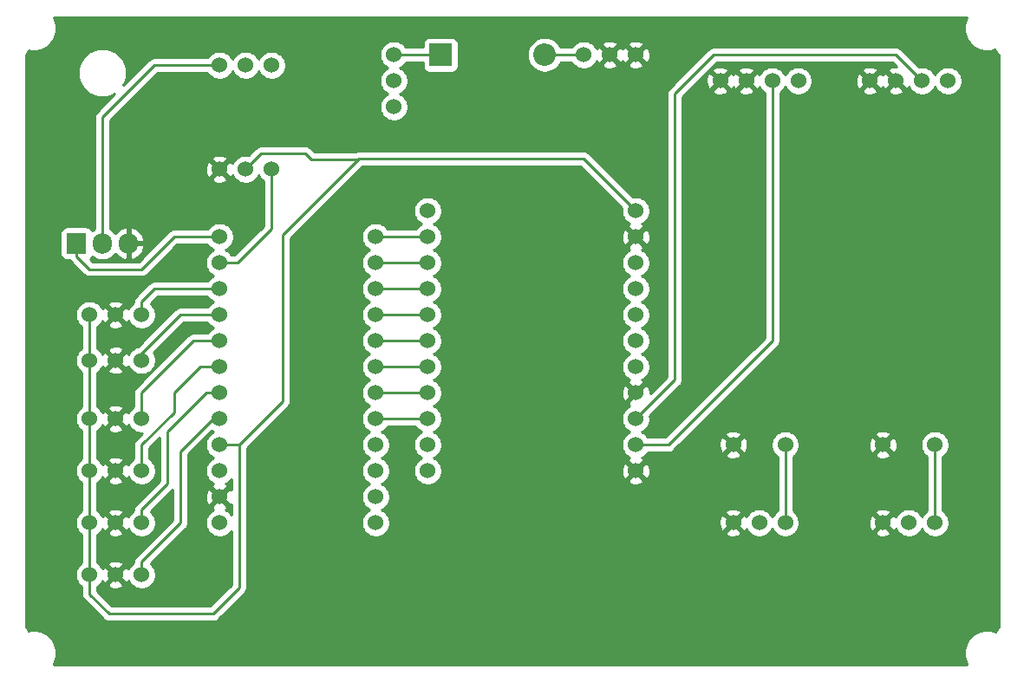
<source format=gbr>
G04 #@! TF.GenerationSoftware,KiCad,Pcbnew,(5.1.0)-1*
G04 #@! TF.CreationDate,2019-05-24T09:31:27-04:00*
G04 #@! TF.ProjectId,Tardis Board,54617264-6973-4204-926f-6172642e6b69,rev?*
G04 #@! TF.SameCoordinates,Original*
G04 #@! TF.FileFunction,Copper,L1,Top*
G04 #@! TF.FilePolarity,Positive*
%FSLAX46Y46*%
G04 Gerber Fmt 4.6, Leading zero omitted, Abs format (unit mm)*
G04 Created by KiCad (PCBNEW (5.1.0)-1) date 2019-05-24 09:31:27*
%MOMM*%
%LPD*%
G04 APERTURE LIST*
%ADD10C,1.524000*%
%ADD11O,2.200000X2.200000*%
%ADD12R,2.200000X2.200000*%
%ADD13O,1.905000X2.000000*%
%ADD14R,1.905000X2.000000*%
%ADD15C,0.250000*%
%ADD16C,0.254000*%
G04 APERTURE END LIST*
D10*
X95250000Y-96520000D03*
X97790000Y-96520000D03*
X92710000Y-96520000D03*
X95250000Y-91440000D03*
X97790000Y-91440000D03*
X92710000Y-91440000D03*
X95250000Y-86360000D03*
X97790000Y-86360000D03*
X92710000Y-86360000D03*
X95250000Y-81280000D03*
X97790000Y-81280000D03*
X92710000Y-81280000D03*
X95250000Y-75565000D03*
X97790000Y-75565000D03*
X92710000Y-75565000D03*
X95250000Y-71120000D03*
X97790000Y-71120000D03*
X92710000Y-71120000D03*
D11*
X137160000Y-45720000D03*
D12*
X127000000Y-45720000D03*
D10*
X107950000Y-46736000D03*
X110490000Y-46736000D03*
X105410000Y-46736000D03*
X155575000Y-83820000D03*
X160655000Y-83820000D03*
X154305000Y-48260000D03*
X156845000Y-48260000D03*
X159385000Y-48260000D03*
X161925000Y-48260000D03*
D13*
X96520000Y-64135000D03*
X93980000Y-64135000D03*
D14*
X91440000Y-64135000D03*
D10*
X125730000Y-60960000D03*
X125730000Y-63500000D03*
X125730000Y-66040000D03*
X125730000Y-68580000D03*
X125730000Y-71120000D03*
X125730000Y-73660000D03*
X125730000Y-76200000D03*
X125730000Y-78740000D03*
X125730000Y-81280000D03*
X125730000Y-83820000D03*
X125730000Y-86360000D03*
X146050000Y-86360000D03*
X146050000Y-83820000D03*
X146050000Y-81280000D03*
X146050000Y-78740000D03*
X146050000Y-76200000D03*
X146050000Y-73660000D03*
X146050000Y-71120000D03*
X146050000Y-68580000D03*
X146050000Y-66040000D03*
X146050000Y-63500000D03*
X146050000Y-60960000D03*
X105410000Y-91440000D03*
X105410000Y-88900000D03*
X105410000Y-86360000D03*
X105410000Y-83820000D03*
X105410000Y-81280000D03*
X105410000Y-78740000D03*
X105410000Y-76200000D03*
X105410000Y-73660000D03*
X105410000Y-71120000D03*
X105410000Y-68580000D03*
X105410000Y-66040000D03*
X105410000Y-63500000D03*
X120650000Y-63500000D03*
X120650000Y-66040000D03*
X120650000Y-68580000D03*
X120650000Y-71120000D03*
X120650000Y-73660000D03*
X120650000Y-76200000D03*
X120650000Y-78740000D03*
X120650000Y-81280000D03*
X120650000Y-83820000D03*
X120650000Y-86360000D03*
X120650000Y-88900000D03*
X120650000Y-91440000D03*
X170180000Y-83820000D03*
X175260000Y-83820000D03*
X168910000Y-48260000D03*
X171450000Y-48260000D03*
X173990000Y-48260000D03*
X176530000Y-48260000D03*
X158115000Y-91440000D03*
X155575000Y-91440000D03*
X160655000Y-91440000D03*
X107950000Y-56896000D03*
X110490000Y-56896000D03*
X105410000Y-56896000D03*
X122428000Y-48260000D03*
X122428000Y-45720000D03*
X122428000Y-50800000D03*
X143510000Y-45720000D03*
X146050000Y-45720000D03*
X140970000Y-45720000D03*
X172720000Y-91440000D03*
X170180000Y-91440000D03*
X175260000Y-91440000D03*
D15*
X175260000Y-83820000D02*
X175260000Y-91440000D01*
X146050000Y-81280000D02*
X149860000Y-77470000D01*
X149860000Y-77470000D02*
X149860000Y-49530000D01*
X149860000Y-49530000D02*
X153670000Y-45720000D01*
X171450000Y-45720000D02*
X173990000Y-48260000D01*
X153670000Y-45720000D02*
X171450000Y-45720000D01*
X110490000Y-62738000D02*
X110490000Y-56896000D01*
X105410000Y-66040000D02*
X107188000Y-66040000D01*
X107188000Y-66040000D02*
X110490000Y-62738000D01*
X91440000Y-64817500D02*
X91440000Y-64770000D01*
X91440000Y-65385000D02*
X92710000Y-66655000D01*
X91440000Y-64135000D02*
X91440000Y-65385000D01*
X92710000Y-66655000D02*
X97810000Y-66655000D01*
X100965000Y-63500000D02*
X105410000Y-63500000D01*
X97810000Y-66655000D02*
X100965000Y-63500000D01*
X120650000Y-63500000D02*
X125730000Y-63500000D01*
X120650000Y-66040000D02*
X125730000Y-66040000D01*
X120650000Y-68580000D02*
X125730000Y-68580000D01*
X120650000Y-71120000D02*
X125730000Y-71120000D01*
X120650000Y-73660000D02*
X125730000Y-73660000D01*
X120650000Y-76200000D02*
X125730000Y-76200000D01*
X120650000Y-78740000D02*
X125730000Y-78740000D01*
X120650000Y-81280000D02*
X125730000Y-81280000D01*
X99060000Y-46736000D02*
X105410000Y-46736000D01*
X93980000Y-64770000D02*
X93980000Y-51816000D01*
X93980000Y-51816000D02*
X99060000Y-46736000D01*
X97790000Y-96520000D02*
X97790000Y-95250000D01*
X97790000Y-95250000D02*
X101600000Y-91440000D01*
X101600000Y-84455000D02*
X104775000Y-81280000D01*
X101600000Y-91440000D02*
X101600000Y-84455000D01*
X104140000Y-78740000D02*
X104775000Y-78740000D01*
X100330000Y-82550000D02*
X104140000Y-78740000D01*
X100330000Y-87630000D02*
X100330000Y-82550000D01*
X97790000Y-91440000D02*
X97790000Y-90170000D01*
X97790000Y-90170000D02*
X100330000Y-87630000D01*
X103505000Y-76200000D02*
X104775000Y-76200000D01*
X102870000Y-76835000D02*
X103505000Y-76200000D01*
X97790000Y-86360000D02*
X97790000Y-83820000D01*
X102870000Y-76835000D02*
X100965000Y-78740000D01*
X100965000Y-78740000D02*
X100965000Y-80010000D01*
X100965000Y-80010000D02*
X100965000Y-80645000D01*
X100965000Y-80645000D02*
X97790000Y-83820000D01*
X102870000Y-73660000D02*
X104775000Y-73660000D01*
X97790000Y-81280000D02*
X97790000Y-78740000D01*
X97790000Y-78740000D02*
X102870000Y-73660000D01*
X97790000Y-76200000D02*
X97790000Y-74930000D01*
X97790000Y-74930000D02*
X101600000Y-71120000D01*
X101600000Y-71120000D02*
X104775000Y-71120000D01*
X99060000Y-68580000D02*
X104775000Y-68580000D01*
X160655000Y-83820000D02*
X160655000Y-91440000D01*
X159385000Y-73660000D02*
X159385000Y-48260000D01*
X146050000Y-83820000D02*
X149225000Y-83820000D01*
X149225000Y-83820000D02*
X159385000Y-73660000D01*
X107315000Y-83820000D02*
X111577001Y-79557999D01*
X111577001Y-79557999D02*
X111577001Y-63317001D01*
X104775000Y-83820000D02*
X107315000Y-83820000D01*
X145288001Y-60198001D02*
X146050000Y-60960000D01*
X140970000Y-55880000D02*
X145288001Y-60198001D01*
X119014002Y-55880000D02*
X140970000Y-55880000D01*
X118943001Y-55951001D02*
X114371001Y-55951001D01*
X118943001Y-55951001D02*
X119014002Y-55880000D01*
X111577001Y-63317001D02*
X118943001Y-55951001D01*
X114371001Y-55951001D02*
X113792000Y-55372000D01*
X109474000Y-55372000D02*
X107950000Y-56896000D01*
X113792000Y-55372000D02*
X109474000Y-55372000D01*
X123505630Y-45720000D02*
X127000000Y-45720000D01*
X122428000Y-45720000D02*
X123505630Y-45720000D01*
X137160000Y-45720000D02*
X140970000Y-45720000D01*
X107315000Y-83820000D02*
X107315000Y-97790000D01*
X107315000Y-97790000D02*
X104775000Y-100330000D01*
X104775000Y-100330000D02*
X94615000Y-100330000D01*
X92710000Y-98425000D02*
X92710000Y-96520000D01*
X94615000Y-100330000D02*
X92710000Y-98425000D01*
X92710000Y-95442370D02*
X92710000Y-91440000D01*
X92710000Y-96520000D02*
X92710000Y-95442370D01*
X92710000Y-91440000D02*
X92710000Y-86360000D01*
X92710000Y-81280000D02*
X92710000Y-75565000D01*
X92710000Y-75565000D02*
X92710000Y-71120000D01*
X92710000Y-81280000D02*
X92710000Y-86360000D01*
X97790000Y-71120000D02*
X97790000Y-69850000D01*
X97790000Y-69850000D02*
X99060000Y-68580000D01*
D16*
G36*
X178190890Y-42443075D02*
G01*
X178105000Y-42874872D01*
X178105000Y-43315128D01*
X178190890Y-43746925D01*
X178359369Y-44153669D01*
X178603962Y-44519729D01*
X178915271Y-44831038D01*
X179281331Y-45075631D01*
X179688075Y-45244110D01*
X180119872Y-45330000D01*
X180560128Y-45330000D01*
X180991925Y-45244110D01*
X181108041Y-45196013D01*
X181483000Y-45758452D01*
X181483000Y-101561548D01*
X181152445Y-102057380D01*
X180991925Y-101990890D01*
X180560128Y-101905000D01*
X180119872Y-101905000D01*
X179688075Y-101990890D01*
X179281331Y-102159369D01*
X178915271Y-102403962D01*
X178603962Y-102715271D01*
X178359369Y-103081331D01*
X178190890Y-103488075D01*
X178105000Y-103919872D01*
X178105000Y-104360128D01*
X178190890Y-104791925D01*
X178359369Y-105198669D01*
X178415717Y-105283000D01*
X89194283Y-105283000D01*
X89250631Y-105198669D01*
X89419110Y-104791925D01*
X89505000Y-104360128D01*
X89505000Y-103919872D01*
X89419110Y-103488075D01*
X89250631Y-103081331D01*
X89006038Y-102715271D01*
X88694729Y-102403962D01*
X88328669Y-102159369D01*
X87921925Y-101990890D01*
X87490128Y-101905000D01*
X87049872Y-101905000D01*
X86755062Y-101963641D01*
X86487000Y-101561548D01*
X86487000Y-63135000D01*
X89849428Y-63135000D01*
X89849428Y-65135000D01*
X89861688Y-65259482D01*
X89897998Y-65379180D01*
X89956963Y-65489494D01*
X90036315Y-65586185D01*
X90133006Y-65665537D01*
X90243320Y-65724502D01*
X90363018Y-65760812D01*
X90487500Y-65773072D01*
X90785674Y-65773072D01*
X90805026Y-65809276D01*
X90872108Y-65891015D01*
X90900000Y-65925001D01*
X90928998Y-65948799D01*
X92146201Y-67166003D01*
X92169999Y-67195001D01*
X92285724Y-67289974D01*
X92417753Y-67360546D01*
X92561014Y-67404003D01*
X92672667Y-67415000D01*
X92672676Y-67415000D01*
X92709999Y-67418676D01*
X92747322Y-67415000D01*
X97772678Y-67415000D01*
X97810000Y-67418676D01*
X97847322Y-67415000D01*
X97847333Y-67415000D01*
X97958986Y-67404003D01*
X98102247Y-67360546D01*
X98234276Y-67289974D01*
X98350001Y-67195001D01*
X98373804Y-67165997D01*
X101279802Y-64260000D01*
X104237659Y-64260000D01*
X104324880Y-64390535D01*
X104519465Y-64585120D01*
X104748273Y-64738005D01*
X104825515Y-64770000D01*
X104748273Y-64801995D01*
X104519465Y-64954880D01*
X104324880Y-65149465D01*
X104171995Y-65378273D01*
X104066686Y-65632510D01*
X104013000Y-65902408D01*
X104013000Y-66177592D01*
X104066686Y-66447490D01*
X104171995Y-66701727D01*
X104324880Y-66930535D01*
X104519465Y-67125120D01*
X104748273Y-67278005D01*
X104825515Y-67310000D01*
X104748273Y-67341995D01*
X104519465Y-67494880D01*
X104324880Y-67689465D01*
X104237659Y-67820000D01*
X99097322Y-67820000D01*
X99059999Y-67816324D01*
X99022676Y-67820000D01*
X99022667Y-67820000D01*
X98911014Y-67830997D01*
X98767753Y-67874454D01*
X98635724Y-67945026D01*
X98519999Y-68039999D01*
X98496201Y-68068997D01*
X97278998Y-69286201D01*
X97250000Y-69309999D01*
X97226202Y-69338997D01*
X97226201Y-69338998D01*
X97155026Y-69425724D01*
X97084454Y-69557754D01*
X97040998Y-69701015D01*
X97026324Y-69850000D01*
X97030001Y-69887332D01*
X97030001Y-69947658D01*
X96899465Y-70034880D01*
X96704880Y-70229465D01*
X96551995Y-70458273D01*
X96522308Y-70529943D01*
X96517636Y-70516977D01*
X96455656Y-70401020D01*
X96215565Y-70334040D01*
X95429605Y-71120000D01*
X96215565Y-71905960D01*
X96455656Y-71838980D01*
X96519485Y-71703240D01*
X96551995Y-71781727D01*
X96704880Y-72010535D01*
X96899465Y-72205120D01*
X97128273Y-72358005D01*
X97382510Y-72463314D01*
X97652408Y-72517000D01*
X97927592Y-72517000D01*
X98197490Y-72463314D01*
X98451727Y-72358005D01*
X98680535Y-72205120D01*
X98875120Y-72010535D01*
X99028005Y-71781727D01*
X99133314Y-71527490D01*
X99187000Y-71257592D01*
X99187000Y-70982408D01*
X99133314Y-70712510D01*
X99028005Y-70458273D01*
X98875120Y-70229465D01*
X98680535Y-70034880D01*
X98680167Y-70034634D01*
X99374802Y-69340000D01*
X104237659Y-69340000D01*
X104324880Y-69470535D01*
X104519465Y-69665120D01*
X104748273Y-69818005D01*
X104825515Y-69850000D01*
X104748273Y-69881995D01*
X104519465Y-70034880D01*
X104324880Y-70229465D01*
X104237659Y-70360000D01*
X101637325Y-70360000D01*
X101600000Y-70356324D01*
X101562675Y-70360000D01*
X101562667Y-70360000D01*
X101451014Y-70370997D01*
X101307753Y-70414454D01*
X101175724Y-70485026D01*
X101059999Y-70579999D01*
X101036201Y-70608997D01*
X97433694Y-74211505D01*
X97382510Y-74221686D01*
X97128273Y-74326995D01*
X96899465Y-74479880D01*
X96704880Y-74674465D01*
X96551995Y-74903273D01*
X96522308Y-74974943D01*
X96517636Y-74961977D01*
X96455656Y-74846020D01*
X96215565Y-74779040D01*
X95429605Y-75565000D01*
X96215565Y-76350960D01*
X96455656Y-76283980D01*
X96519485Y-76148240D01*
X96551995Y-76226727D01*
X96704880Y-76455535D01*
X96899465Y-76650120D01*
X97128273Y-76803005D01*
X97382510Y-76908314D01*
X97652408Y-76962000D01*
X97772973Y-76962000D01*
X97790000Y-76963677D01*
X97807027Y-76962000D01*
X97927592Y-76962000D01*
X98197490Y-76908314D01*
X98451727Y-76803005D01*
X98680535Y-76650120D01*
X98875120Y-76455535D01*
X99028005Y-76226727D01*
X99133314Y-75972490D01*
X99187000Y-75702592D01*
X99187000Y-75427408D01*
X99133314Y-75157510D01*
X99028005Y-74903273D01*
X98973340Y-74821461D01*
X101914802Y-71880000D01*
X104237659Y-71880000D01*
X104324880Y-72010535D01*
X104519465Y-72205120D01*
X104748273Y-72358005D01*
X104825515Y-72390000D01*
X104748273Y-72421995D01*
X104519465Y-72574880D01*
X104324880Y-72769465D01*
X104237659Y-72900000D01*
X102907323Y-72900000D01*
X102870000Y-72896324D01*
X102832677Y-72900000D01*
X102832667Y-72900000D01*
X102721014Y-72910997D01*
X102577753Y-72954454D01*
X102445723Y-73025026D01*
X102362083Y-73093668D01*
X102329999Y-73119999D01*
X102306201Y-73148997D01*
X97278998Y-78176201D01*
X97250000Y-78199999D01*
X97226202Y-78228997D01*
X97226201Y-78228998D01*
X97155026Y-78315724D01*
X97084454Y-78447754D01*
X97040998Y-78591015D01*
X97026324Y-78740000D01*
X97030001Y-78777332D01*
X97030000Y-80107659D01*
X96899465Y-80194880D01*
X96704880Y-80389465D01*
X96551995Y-80618273D01*
X96522308Y-80689943D01*
X96517636Y-80676977D01*
X96455656Y-80561020D01*
X96215565Y-80494040D01*
X95429605Y-81280000D01*
X96215565Y-82065960D01*
X96455656Y-81998980D01*
X96519485Y-81863240D01*
X96551995Y-81941727D01*
X96704880Y-82170535D01*
X96899465Y-82365120D01*
X97128273Y-82518005D01*
X97382510Y-82623314D01*
X97652408Y-82677000D01*
X97858199Y-82677000D01*
X97278998Y-83256201D01*
X97250000Y-83279999D01*
X97226202Y-83308997D01*
X97226201Y-83308998D01*
X97155026Y-83395724D01*
X97084454Y-83527754D01*
X97057342Y-83617135D01*
X97040998Y-83671014D01*
X97033417Y-83747983D01*
X97026324Y-83820000D01*
X97030001Y-83857332D01*
X97030000Y-85187659D01*
X96899465Y-85274880D01*
X96704880Y-85469465D01*
X96551995Y-85698273D01*
X96522308Y-85769943D01*
X96517636Y-85756977D01*
X96455656Y-85641020D01*
X96215565Y-85574040D01*
X95429605Y-86360000D01*
X96215565Y-87145960D01*
X96455656Y-87078980D01*
X96519485Y-86943240D01*
X96551995Y-87021727D01*
X96704880Y-87250535D01*
X96899465Y-87445120D01*
X97128273Y-87598005D01*
X97382510Y-87703314D01*
X97652408Y-87757000D01*
X97927592Y-87757000D01*
X98197490Y-87703314D01*
X98451727Y-87598005D01*
X98680535Y-87445120D01*
X98875120Y-87250535D01*
X99028005Y-87021727D01*
X99133314Y-86767490D01*
X99187000Y-86497592D01*
X99187000Y-86222408D01*
X99133314Y-85952510D01*
X99028005Y-85698273D01*
X98875120Y-85469465D01*
X98680535Y-85274880D01*
X98550000Y-85187659D01*
X98550000Y-84134801D01*
X99570001Y-83114801D01*
X99570000Y-87315197D01*
X97278998Y-89606201D01*
X97250000Y-89629999D01*
X97226202Y-89658997D01*
X97226201Y-89658998D01*
X97155026Y-89745724D01*
X97084454Y-89877754D01*
X97040998Y-90021015D01*
X97026324Y-90170000D01*
X97030001Y-90207332D01*
X97030001Y-90267658D01*
X96899465Y-90354880D01*
X96704880Y-90549465D01*
X96551995Y-90778273D01*
X96522308Y-90849943D01*
X96517636Y-90836977D01*
X96455656Y-90721020D01*
X96215565Y-90654040D01*
X95429605Y-91440000D01*
X96215565Y-92225960D01*
X96455656Y-92158980D01*
X96519485Y-92023240D01*
X96551995Y-92101727D01*
X96704880Y-92330535D01*
X96899465Y-92525120D01*
X97128273Y-92678005D01*
X97382510Y-92783314D01*
X97652408Y-92837000D01*
X97927592Y-92837000D01*
X98197490Y-92783314D01*
X98451727Y-92678005D01*
X98680535Y-92525120D01*
X98875120Y-92330535D01*
X99028005Y-92101727D01*
X99133314Y-91847490D01*
X99187000Y-91577592D01*
X99187000Y-91302408D01*
X99133314Y-91032510D01*
X99028005Y-90778273D01*
X98875120Y-90549465D01*
X98680535Y-90354880D01*
X98680167Y-90354634D01*
X100840000Y-88194802D01*
X100840000Y-91125198D01*
X97278998Y-94686201D01*
X97250000Y-94709999D01*
X97226202Y-94738997D01*
X97226201Y-94738998D01*
X97155026Y-94825724D01*
X97084454Y-94957754D01*
X97040998Y-95101015D01*
X97026324Y-95250000D01*
X97030001Y-95287332D01*
X97030001Y-95347658D01*
X96899465Y-95434880D01*
X96704880Y-95629465D01*
X96551995Y-95858273D01*
X96522308Y-95929943D01*
X96517636Y-95916977D01*
X96455656Y-95801020D01*
X96215565Y-95734040D01*
X95429605Y-96520000D01*
X96215565Y-97305960D01*
X96455656Y-97238980D01*
X96519485Y-97103240D01*
X96551995Y-97181727D01*
X96704880Y-97410535D01*
X96899465Y-97605120D01*
X97128273Y-97758005D01*
X97382510Y-97863314D01*
X97652408Y-97917000D01*
X97927592Y-97917000D01*
X98197490Y-97863314D01*
X98451727Y-97758005D01*
X98680535Y-97605120D01*
X98875120Y-97410535D01*
X99028005Y-97181727D01*
X99133314Y-96927490D01*
X99187000Y-96657592D01*
X99187000Y-96382408D01*
X99133314Y-96112510D01*
X99028005Y-95858273D01*
X98875120Y-95629465D01*
X98680535Y-95434880D01*
X98680167Y-95434634D01*
X102111004Y-92003798D01*
X102140001Y-91980001D01*
X102234974Y-91864276D01*
X102305546Y-91732247D01*
X102349003Y-91588986D01*
X102360000Y-91477333D01*
X102360000Y-91477325D01*
X102363676Y-91440000D01*
X102360000Y-91402675D01*
X102360000Y-88972017D01*
X104008090Y-88972017D01*
X104049078Y-89244133D01*
X104142364Y-89503023D01*
X104204344Y-89618980D01*
X104444435Y-89685960D01*
X105230395Y-88900000D01*
X104444435Y-88114040D01*
X104204344Y-88181020D01*
X104087244Y-88430048D01*
X104020977Y-88697135D01*
X104008090Y-88972017D01*
X102360000Y-88972017D01*
X102360000Y-84769801D01*
X104666462Y-82463340D01*
X104748273Y-82518005D01*
X104825515Y-82550000D01*
X104748273Y-82581995D01*
X104519465Y-82734880D01*
X104324880Y-82929465D01*
X104171995Y-83158273D01*
X104066686Y-83412510D01*
X104013000Y-83682408D01*
X104013000Y-83802973D01*
X104011323Y-83820000D01*
X104013000Y-83837027D01*
X104013000Y-83957592D01*
X104066686Y-84227490D01*
X104171995Y-84481727D01*
X104324880Y-84710535D01*
X104519465Y-84905120D01*
X104748273Y-85058005D01*
X104825515Y-85090000D01*
X104748273Y-85121995D01*
X104519465Y-85274880D01*
X104324880Y-85469465D01*
X104171995Y-85698273D01*
X104066686Y-85952510D01*
X104013000Y-86222408D01*
X104013000Y-86497592D01*
X104066686Y-86767490D01*
X104171995Y-87021727D01*
X104324880Y-87250535D01*
X104519465Y-87445120D01*
X104748273Y-87598005D01*
X104819943Y-87627692D01*
X104806977Y-87632364D01*
X104691020Y-87694344D01*
X104624040Y-87934435D01*
X105410000Y-88720395D01*
X106195960Y-87934435D01*
X106128980Y-87694344D01*
X105993240Y-87630515D01*
X106071727Y-87598005D01*
X106300535Y-87445120D01*
X106495120Y-87250535D01*
X106555000Y-87160918D01*
X106555000Y-88164098D01*
X106375565Y-88114040D01*
X105589605Y-88900000D01*
X106375565Y-89685960D01*
X106555000Y-89635902D01*
X106555000Y-90639082D01*
X106495120Y-90549465D01*
X106300535Y-90354880D01*
X106071727Y-90201995D01*
X106000057Y-90172308D01*
X106013023Y-90167636D01*
X106128980Y-90105656D01*
X106195960Y-89865565D01*
X105410000Y-89079605D01*
X104624040Y-89865565D01*
X104691020Y-90105656D01*
X104826760Y-90169485D01*
X104748273Y-90201995D01*
X104519465Y-90354880D01*
X104324880Y-90549465D01*
X104171995Y-90778273D01*
X104066686Y-91032510D01*
X104013000Y-91302408D01*
X104013000Y-91577592D01*
X104066686Y-91847490D01*
X104171995Y-92101727D01*
X104324880Y-92330535D01*
X104519465Y-92525120D01*
X104748273Y-92678005D01*
X105002510Y-92783314D01*
X105272408Y-92837000D01*
X105547592Y-92837000D01*
X105817490Y-92783314D01*
X106071727Y-92678005D01*
X106300535Y-92525120D01*
X106495120Y-92330535D01*
X106555001Y-92240918D01*
X106555001Y-97475196D01*
X104460199Y-99570000D01*
X94929802Y-99570000D01*
X93470000Y-98110199D01*
X93470000Y-97692341D01*
X93600535Y-97605120D01*
X93720090Y-97485565D01*
X94464040Y-97485565D01*
X94531020Y-97725656D01*
X94780048Y-97842756D01*
X95047135Y-97909023D01*
X95322017Y-97921910D01*
X95594133Y-97880922D01*
X95853023Y-97787636D01*
X95968980Y-97725656D01*
X96035960Y-97485565D01*
X95250000Y-96699605D01*
X94464040Y-97485565D01*
X93720090Y-97485565D01*
X93795120Y-97410535D01*
X93948005Y-97181727D01*
X93977692Y-97110057D01*
X93982364Y-97123023D01*
X94044344Y-97238980D01*
X94284435Y-97305960D01*
X95070395Y-96520000D01*
X94284435Y-95734040D01*
X94044344Y-95801020D01*
X93980515Y-95936760D01*
X93948005Y-95858273D01*
X93795120Y-95629465D01*
X93720090Y-95554435D01*
X94464040Y-95554435D01*
X95250000Y-96340395D01*
X96035960Y-95554435D01*
X95968980Y-95314344D01*
X95719952Y-95197244D01*
X95452865Y-95130977D01*
X95177983Y-95118090D01*
X94905867Y-95159078D01*
X94646977Y-95252364D01*
X94531020Y-95314344D01*
X94464040Y-95554435D01*
X93720090Y-95554435D01*
X93600535Y-95434880D01*
X93470000Y-95347659D01*
X93470000Y-92612341D01*
X93600535Y-92525120D01*
X93720090Y-92405565D01*
X94464040Y-92405565D01*
X94531020Y-92645656D01*
X94780048Y-92762756D01*
X95047135Y-92829023D01*
X95322017Y-92841910D01*
X95594133Y-92800922D01*
X95853023Y-92707636D01*
X95968980Y-92645656D01*
X96035960Y-92405565D01*
X95250000Y-91619605D01*
X94464040Y-92405565D01*
X93720090Y-92405565D01*
X93795120Y-92330535D01*
X93948005Y-92101727D01*
X93977692Y-92030057D01*
X93982364Y-92043023D01*
X94044344Y-92158980D01*
X94284435Y-92225960D01*
X95070395Y-91440000D01*
X94284435Y-90654040D01*
X94044344Y-90721020D01*
X93980515Y-90856760D01*
X93948005Y-90778273D01*
X93795120Y-90549465D01*
X93720090Y-90474435D01*
X94464040Y-90474435D01*
X95250000Y-91260395D01*
X96035960Y-90474435D01*
X95968980Y-90234344D01*
X95719952Y-90117244D01*
X95452865Y-90050977D01*
X95177983Y-90038090D01*
X94905867Y-90079078D01*
X94646977Y-90172364D01*
X94531020Y-90234344D01*
X94464040Y-90474435D01*
X93720090Y-90474435D01*
X93600535Y-90354880D01*
X93470000Y-90267659D01*
X93470000Y-87532341D01*
X93600535Y-87445120D01*
X93720090Y-87325565D01*
X94464040Y-87325565D01*
X94531020Y-87565656D01*
X94780048Y-87682756D01*
X95047135Y-87749023D01*
X95322017Y-87761910D01*
X95594133Y-87720922D01*
X95853023Y-87627636D01*
X95968980Y-87565656D01*
X96035960Y-87325565D01*
X95250000Y-86539605D01*
X94464040Y-87325565D01*
X93720090Y-87325565D01*
X93795120Y-87250535D01*
X93948005Y-87021727D01*
X93977692Y-86950057D01*
X93982364Y-86963023D01*
X94044344Y-87078980D01*
X94284435Y-87145960D01*
X95070395Y-86360000D01*
X94284435Y-85574040D01*
X94044344Y-85641020D01*
X93980515Y-85776760D01*
X93948005Y-85698273D01*
X93795120Y-85469465D01*
X93720090Y-85394435D01*
X94464040Y-85394435D01*
X95250000Y-86180395D01*
X96035960Y-85394435D01*
X95968980Y-85154344D01*
X95719952Y-85037244D01*
X95452865Y-84970977D01*
X95177983Y-84958090D01*
X94905867Y-84999078D01*
X94646977Y-85092364D01*
X94531020Y-85154344D01*
X94464040Y-85394435D01*
X93720090Y-85394435D01*
X93600535Y-85274880D01*
X93470000Y-85187659D01*
X93470000Y-82452341D01*
X93600535Y-82365120D01*
X93720090Y-82245565D01*
X94464040Y-82245565D01*
X94531020Y-82485656D01*
X94780048Y-82602756D01*
X95047135Y-82669023D01*
X95322017Y-82681910D01*
X95594133Y-82640922D01*
X95853023Y-82547636D01*
X95968980Y-82485656D01*
X96035960Y-82245565D01*
X95250000Y-81459605D01*
X94464040Y-82245565D01*
X93720090Y-82245565D01*
X93795120Y-82170535D01*
X93948005Y-81941727D01*
X93977692Y-81870057D01*
X93982364Y-81883023D01*
X94044344Y-81998980D01*
X94284435Y-82065960D01*
X95070395Y-81280000D01*
X94284435Y-80494040D01*
X94044344Y-80561020D01*
X93980515Y-80696760D01*
X93948005Y-80618273D01*
X93795120Y-80389465D01*
X93720090Y-80314435D01*
X94464040Y-80314435D01*
X95250000Y-81100395D01*
X96035960Y-80314435D01*
X95968980Y-80074344D01*
X95719952Y-79957244D01*
X95452865Y-79890977D01*
X95177983Y-79878090D01*
X94905867Y-79919078D01*
X94646977Y-80012364D01*
X94531020Y-80074344D01*
X94464040Y-80314435D01*
X93720090Y-80314435D01*
X93600535Y-80194880D01*
X93470000Y-80107659D01*
X93470000Y-76737341D01*
X93600535Y-76650120D01*
X93720090Y-76530565D01*
X94464040Y-76530565D01*
X94531020Y-76770656D01*
X94780048Y-76887756D01*
X95047135Y-76954023D01*
X95322017Y-76966910D01*
X95594133Y-76925922D01*
X95853023Y-76832636D01*
X95968980Y-76770656D01*
X96035960Y-76530565D01*
X95250000Y-75744605D01*
X94464040Y-76530565D01*
X93720090Y-76530565D01*
X93795120Y-76455535D01*
X93948005Y-76226727D01*
X93977692Y-76155057D01*
X93982364Y-76168023D01*
X94044344Y-76283980D01*
X94284435Y-76350960D01*
X95070395Y-75565000D01*
X94284435Y-74779040D01*
X94044344Y-74846020D01*
X93980515Y-74981760D01*
X93948005Y-74903273D01*
X93795120Y-74674465D01*
X93720090Y-74599435D01*
X94464040Y-74599435D01*
X95250000Y-75385395D01*
X96035960Y-74599435D01*
X95968980Y-74359344D01*
X95719952Y-74242244D01*
X95452865Y-74175977D01*
X95177983Y-74163090D01*
X94905867Y-74204078D01*
X94646977Y-74297364D01*
X94531020Y-74359344D01*
X94464040Y-74599435D01*
X93720090Y-74599435D01*
X93600535Y-74479880D01*
X93470000Y-74392659D01*
X93470000Y-72292341D01*
X93600535Y-72205120D01*
X93720090Y-72085565D01*
X94464040Y-72085565D01*
X94531020Y-72325656D01*
X94780048Y-72442756D01*
X95047135Y-72509023D01*
X95322017Y-72521910D01*
X95594133Y-72480922D01*
X95853023Y-72387636D01*
X95968980Y-72325656D01*
X96035960Y-72085565D01*
X95250000Y-71299605D01*
X94464040Y-72085565D01*
X93720090Y-72085565D01*
X93795120Y-72010535D01*
X93948005Y-71781727D01*
X93977692Y-71710057D01*
X93982364Y-71723023D01*
X94044344Y-71838980D01*
X94284435Y-71905960D01*
X95070395Y-71120000D01*
X94284435Y-70334040D01*
X94044344Y-70401020D01*
X93980515Y-70536760D01*
X93948005Y-70458273D01*
X93795120Y-70229465D01*
X93720090Y-70154435D01*
X94464040Y-70154435D01*
X95250000Y-70940395D01*
X96035960Y-70154435D01*
X95968980Y-69914344D01*
X95719952Y-69797244D01*
X95452865Y-69730977D01*
X95177983Y-69718090D01*
X94905867Y-69759078D01*
X94646977Y-69852364D01*
X94531020Y-69914344D01*
X94464040Y-70154435D01*
X93720090Y-70154435D01*
X93600535Y-70034880D01*
X93371727Y-69881995D01*
X93117490Y-69776686D01*
X92847592Y-69723000D01*
X92572408Y-69723000D01*
X92302510Y-69776686D01*
X92048273Y-69881995D01*
X91819465Y-70034880D01*
X91624880Y-70229465D01*
X91471995Y-70458273D01*
X91366686Y-70712510D01*
X91313000Y-70982408D01*
X91313000Y-71257592D01*
X91366686Y-71527490D01*
X91471995Y-71781727D01*
X91624880Y-72010535D01*
X91819465Y-72205120D01*
X91950001Y-72292341D01*
X91950000Y-74392659D01*
X91819465Y-74479880D01*
X91624880Y-74674465D01*
X91471995Y-74903273D01*
X91366686Y-75157510D01*
X91313000Y-75427408D01*
X91313000Y-75702592D01*
X91366686Y-75972490D01*
X91471995Y-76226727D01*
X91624880Y-76455535D01*
X91819465Y-76650120D01*
X91950001Y-76737341D01*
X91950000Y-80107659D01*
X91819465Y-80194880D01*
X91624880Y-80389465D01*
X91471995Y-80618273D01*
X91366686Y-80872510D01*
X91313000Y-81142408D01*
X91313000Y-81417592D01*
X91366686Y-81687490D01*
X91471995Y-81941727D01*
X91624880Y-82170535D01*
X91819465Y-82365120D01*
X91950000Y-82452341D01*
X91950001Y-85187659D01*
X91819465Y-85274880D01*
X91624880Y-85469465D01*
X91471995Y-85698273D01*
X91366686Y-85952510D01*
X91313000Y-86222408D01*
X91313000Y-86497592D01*
X91366686Y-86767490D01*
X91471995Y-87021727D01*
X91624880Y-87250535D01*
X91819465Y-87445120D01*
X91950001Y-87532341D01*
X91950000Y-90267659D01*
X91819465Y-90354880D01*
X91624880Y-90549465D01*
X91471995Y-90778273D01*
X91366686Y-91032510D01*
X91313000Y-91302408D01*
X91313000Y-91577592D01*
X91366686Y-91847490D01*
X91471995Y-92101727D01*
X91624880Y-92330535D01*
X91819465Y-92525120D01*
X91950001Y-92612341D01*
X91950000Y-95347659D01*
X91819465Y-95434880D01*
X91624880Y-95629465D01*
X91471995Y-95858273D01*
X91366686Y-96112510D01*
X91313000Y-96382408D01*
X91313000Y-96657592D01*
X91366686Y-96927490D01*
X91471995Y-97181727D01*
X91624880Y-97410535D01*
X91819465Y-97605120D01*
X91950000Y-97692341D01*
X91950000Y-98387677D01*
X91946324Y-98425000D01*
X91950000Y-98462322D01*
X91950000Y-98462332D01*
X91960997Y-98573985D01*
X92004454Y-98717246D01*
X92075026Y-98849276D01*
X92114871Y-98897826D01*
X92169999Y-98965001D01*
X92199003Y-98988804D01*
X94051201Y-100841003D01*
X94074999Y-100870001D01*
X94190724Y-100964974D01*
X94322753Y-101035546D01*
X94466014Y-101079003D01*
X94577667Y-101090000D01*
X94577677Y-101090000D01*
X94615000Y-101093676D01*
X94652323Y-101090000D01*
X104737678Y-101090000D01*
X104775000Y-101093676D01*
X104812322Y-101090000D01*
X104812333Y-101090000D01*
X104923986Y-101079003D01*
X105067247Y-101035546D01*
X105199276Y-100964974D01*
X105315001Y-100870001D01*
X105338804Y-100840997D01*
X107826008Y-98353795D01*
X107855001Y-98330001D01*
X107878795Y-98301008D01*
X107878799Y-98301004D01*
X107949973Y-98214277D01*
X107949974Y-98214276D01*
X108020546Y-98082247D01*
X108064003Y-97938986D01*
X108075000Y-97827333D01*
X108075000Y-97827324D01*
X108078676Y-97790001D01*
X108075000Y-97752678D01*
X108075000Y-84134801D01*
X112088005Y-80121797D01*
X112117002Y-80098000D01*
X112211975Y-79982275D01*
X112282547Y-79850246D01*
X112326004Y-79706985D01*
X112337001Y-79595332D01*
X112337001Y-79595331D01*
X112340678Y-79557999D01*
X112337001Y-79520666D01*
X112337001Y-63631802D01*
X112606395Y-63362408D01*
X119253000Y-63362408D01*
X119253000Y-63637592D01*
X119306686Y-63907490D01*
X119411995Y-64161727D01*
X119564880Y-64390535D01*
X119759465Y-64585120D01*
X119988273Y-64738005D01*
X120065515Y-64770000D01*
X119988273Y-64801995D01*
X119759465Y-64954880D01*
X119564880Y-65149465D01*
X119411995Y-65378273D01*
X119306686Y-65632510D01*
X119253000Y-65902408D01*
X119253000Y-66177592D01*
X119306686Y-66447490D01*
X119411995Y-66701727D01*
X119564880Y-66930535D01*
X119759465Y-67125120D01*
X119988273Y-67278005D01*
X120065515Y-67310000D01*
X119988273Y-67341995D01*
X119759465Y-67494880D01*
X119564880Y-67689465D01*
X119411995Y-67918273D01*
X119306686Y-68172510D01*
X119253000Y-68442408D01*
X119253000Y-68717592D01*
X119306686Y-68987490D01*
X119411995Y-69241727D01*
X119564880Y-69470535D01*
X119759465Y-69665120D01*
X119988273Y-69818005D01*
X120065515Y-69850000D01*
X119988273Y-69881995D01*
X119759465Y-70034880D01*
X119564880Y-70229465D01*
X119411995Y-70458273D01*
X119306686Y-70712510D01*
X119253000Y-70982408D01*
X119253000Y-71257592D01*
X119306686Y-71527490D01*
X119411995Y-71781727D01*
X119564880Y-72010535D01*
X119759465Y-72205120D01*
X119988273Y-72358005D01*
X120065515Y-72390000D01*
X119988273Y-72421995D01*
X119759465Y-72574880D01*
X119564880Y-72769465D01*
X119411995Y-72998273D01*
X119306686Y-73252510D01*
X119253000Y-73522408D01*
X119253000Y-73797592D01*
X119306686Y-74067490D01*
X119411995Y-74321727D01*
X119564880Y-74550535D01*
X119759465Y-74745120D01*
X119988273Y-74898005D01*
X120065515Y-74930000D01*
X119988273Y-74961995D01*
X119759465Y-75114880D01*
X119564880Y-75309465D01*
X119411995Y-75538273D01*
X119306686Y-75792510D01*
X119253000Y-76062408D01*
X119253000Y-76337592D01*
X119306686Y-76607490D01*
X119411995Y-76861727D01*
X119564880Y-77090535D01*
X119759465Y-77285120D01*
X119988273Y-77438005D01*
X120065515Y-77470000D01*
X119988273Y-77501995D01*
X119759465Y-77654880D01*
X119564880Y-77849465D01*
X119411995Y-78078273D01*
X119306686Y-78332510D01*
X119253000Y-78602408D01*
X119253000Y-78877592D01*
X119306686Y-79147490D01*
X119411995Y-79401727D01*
X119564880Y-79630535D01*
X119759465Y-79825120D01*
X119988273Y-79978005D01*
X120065515Y-80010000D01*
X119988273Y-80041995D01*
X119759465Y-80194880D01*
X119564880Y-80389465D01*
X119411995Y-80618273D01*
X119306686Y-80872510D01*
X119253000Y-81142408D01*
X119253000Y-81417592D01*
X119306686Y-81687490D01*
X119411995Y-81941727D01*
X119564880Y-82170535D01*
X119759465Y-82365120D01*
X119988273Y-82518005D01*
X120065515Y-82550000D01*
X119988273Y-82581995D01*
X119759465Y-82734880D01*
X119564880Y-82929465D01*
X119411995Y-83158273D01*
X119306686Y-83412510D01*
X119253000Y-83682408D01*
X119253000Y-83957592D01*
X119306686Y-84227490D01*
X119411995Y-84481727D01*
X119564880Y-84710535D01*
X119759465Y-84905120D01*
X119988273Y-85058005D01*
X120065515Y-85090000D01*
X119988273Y-85121995D01*
X119759465Y-85274880D01*
X119564880Y-85469465D01*
X119411995Y-85698273D01*
X119306686Y-85952510D01*
X119253000Y-86222408D01*
X119253000Y-86497592D01*
X119306686Y-86767490D01*
X119411995Y-87021727D01*
X119564880Y-87250535D01*
X119759465Y-87445120D01*
X119988273Y-87598005D01*
X120065515Y-87630000D01*
X119988273Y-87661995D01*
X119759465Y-87814880D01*
X119564880Y-88009465D01*
X119411995Y-88238273D01*
X119306686Y-88492510D01*
X119253000Y-88762408D01*
X119253000Y-89037592D01*
X119306686Y-89307490D01*
X119411995Y-89561727D01*
X119564880Y-89790535D01*
X119759465Y-89985120D01*
X119988273Y-90138005D01*
X120065515Y-90170000D01*
X119988273Y-90201995D01*
X119759465Y-90354880D01*
X119564880Y-90549465D01*
X119411995Y-90778273D01*
X119306686Y-91032510D01*
X119253000Y-91302408D01*
X119253000Y-91577592D01*
X119306686Y-91847490D01*
X119411995Y-92101727D01*
X119564880Y-92330535D01*
X119759465Y-92525120D01*
X119988273Y-92678005D01*
X120242510Y-92783314D01*
X120512408Y-92837000D01*
X120787592Y-92837000D01*
X121057490Y-92783314D01*
X121311727Y-92678005D01*
X121540535Y-92525120D01*
X121660090Y-92405565D01*
X154789040Y-92405565D01*
X154856020Y-92645656D01*
X155105048Y-92762756D01*
X155372135Y-92829023D01*
X155647017Y-92841910D01*
X155919133Y-92800922D01*
X156178023Y-92707636D01*
X156293980Y-92645656D01*
X156360960Y-92405565D01*
X155575000Y-91619605D01*
X154789040Y-92405565D01*
X121660090Y-92405565D01*
X121735120Y-92330535D01*
X121888005Y-92101727D01*
X121993314Y-91847490D01*
X122047000Y-91577592D01*
X122047000Y-91512017D01*
X154173090Y-91512017D01*
X154214078Y-91784133D01*
X154307364Y-92043023D01*
X154369344Y-92158980D01*
X154609435Y-92225960D01*
X155395395Y-91440000D01*
X155754605Y-91440000D01*
X156540565Y-92225960D01*
X156780656Y-92158980D01*
X156844485Y-92023240D01*
X156876995Y-92101727D01*
X157029880Y-92330535D01*
X157224465Y-92525120D01*
X157453273Y-92678005D01*
X157707510Y-92783314D01*
X157977408Y-92837000D01*
X158252592Y-92837000D01*
X158522490Y-92783314D01*
X158776727Y-92678005D01*
X159005535Y-92525120D01*
X159200120Y-92330535D01*
X159353005Y-92101727D01*
X159385000Y-92024485D01*
X159416995Y-92101727D01*
X159569880Y-92330535D01*
X159764465Y-92525120D01*
X159993273Y-92678005D01*
X160247510Y-92783314D01*
X160517408Y-92837000D01*
X160792592Y-92837000D01*
X161062490Y-92783314D01*
X161316727Y-92678005D01*
X161545535Y-92525120D01*
X161665090Y-92405565D01*
X169394040Y-92405565D01*
X169461020Y-92645656D01*
X169710048Y-92762756D01*
X169977135Y-92829023D01*
X170252017Y-92841910D01*
X170524133Y-92800922D01*
X170783023Y-92707636D01*
X170898980Y-92645656D01*
X170965960Y-92405565D01*
X170180000Y-91619605D01*
X169394040Y-92405565D01*
X161665090Y-92405565D01*
X161740120Y-92330535D01*
X161893005Y-92101727D01*
X161998314Y-91847490D01*
X162052000Y-91577592D01*
X162052000Y-91512017D01*
X168778090Y-91512017D01*
X168819078Y-91784133D01*
X168912364Y-92043023D01*
X168974344Y-92158980D01*
X169214435Y-92225960D01*
X170000395Y-91440000D01*
X170359605Y-91440000D01*
X171145565Y-92225960D01*
X171385656Y-92158980D01*
X171449485Y-92023240D01*
X171481995Y-92101727D01*
X171634880Y-92330535D01*
X171829465Y-92525120D01*
X172058273Y-92678005D01*
X172312510Y-92783314D01*
X172582408Y-92837000D01*
X172857592Y-92837000D01*
X173127490Y-92783314D01*
X173381727Y-92678005D01*
X173610535Y-92525120D01*
X173805120Y-92330535D01*
X173958005Y-92101727D01*
X173990000Y-92024485D01*
X174021995Y-92101727D01*
X174174880Y-92330535D01*
X174369465Y-92525120D01*
X174598273Y-92678005D01*
X174852510Y-92783314D01*
X175122408Y-92837000D01*
X175397592Y-92837000D01*
X175667490Y-92783314D01*
X175921727Y-92678005D01*
X176150535Y-92525120D01*
X176345120Y-92330535D01*
X176498005Y-92101727D01*
X176603314Y-91847490D01*
X176657000Y-91577592D01*
X176657000Y-91302408D01*
X176603314Y-91032510D01*
X176498005Y-90778273D01*
X176345120Y-90549465D01*
X176150535Y-90354880D01*
X176020000Y-90267659D01*
X176020000Y-84992341D01*
X176150535Y-84905120D01*
X176345120Y-84710535D01*
X176498005Y-84481727D01*
X176603314Y-84227490D01*
X176657000Y-83957592D01*
X176657000Y-83682408D01*
X176603314Y-83412510D01*
X176498005Y-83158273D01*
X176345120Y-82929465D01*
X176150535Y-82734880D01*
X175921727Y-82581995D01*
X175667490Y-82476686D01*
X175397592Y-82423000D01*
X175122408Y-82423000D01*
X174852510Y-82476686D01*
X174598273Y-82581995D01*
X174369465Y-82734880D01*
X174174880Y-82929465D01*
X174021995Y-83158273D01*
X173916686Y-83412510D01*
X173863000Y-83682408D01*
X173863000Y-83957592D01*
X173916686Y-84227490D01*
X174021995Y-84481727D01*
X174174880Y-84710535D01*
X174369465Y-84905120D01*
X174500000Y-84992341D01*
X174500001Y-90267659D01*
X174369465Y-90354880D01*
X174174880Y-90549465D01*
X174021995Y-90778273D01*
X173990000Y-90855515D01*
X173958005Y-90778273D01*
X173805120Y-90549465D01*
X173610535Y-90354880D01*
X173381727Y-90201995D01*
X173127490Y-90096686D01*
X172857592Y-90043000D01*
X172582408Y-90043000D01*
X172312510Y-90096686D01*
X172058273Y-90201995D01*
X171829465Y-90354880D01*
X171634880Y-90549465D01*
X171481995Y-90778273D01*
X171452308Y-90849943D01*
X171447636Y-90836977D01*
X171385656Y-90721020D01*
X171145565Y-90654040D01*
X170359605Y-91440000D01*
X170000395Y-91440000D01*
X169214435Y-90654040D01*
X168974344Y-90721020D01*
X168857244Y-90970048D01*
X168790977Y-91237135D01*
X168778090Y-91512017D01*
X162052000Y-91512017D01*
X162052000Y-91302408D01*
X161998314Y-91032510D01*
X161893005Y-90778273D01*
X161740120Y-90549465D01*
X161665090Y-90474435D01*
X169394040Y-90474435D01*
X170180000Y-91260395D01*
X170965960Y-90474435D01*
X170898980Y-90234344D01*
X170649952Y-90117244D01*
X170382865Y-90050977D01*
X170107983Y-90038090D01*
X169835867Y-90079078D01*
X169576977Y-90172364D01*
X169461020Y-90234344D01*
X169394040Y-90474435D01*
X161665090Y-90474435D01*
X161545535Y-90354880D01*
X161415000Y-90267659D01*
X161415000Y-84992341D01*
X161545535Y-84905120D01*
X161665090Y-84785565D01*
X169394040Y-84785565D01*
X169461020Y-85025656D01*
X169710048Y-85142756D01*
X169977135Y-85209023D01*
X170252017Y-85221910D01*
X170524133Y-85180922D01*
X170783023Y-85087636D01*
X170898980Y-85025656D01*
X170965960Y-84785565D01*
X170180000Y-83999605D01*
X169394040Y-84785565D01*
X161665090Y-84785565D01*
X161740120Y-84710535D01*
X161893005Y-84481727D01*
X161998314Y-84227490D01*
X162052000Y-83957592D01*
X162052000Y-83892017D01*
X168778090Y-83892017D01*
X168819078Y-84164133D01*
X168912364Y-84423023D01*
X168974344Y-84538980D01*
X169214435Y-84605960D01*
X170000395Y-83820000D01*
X170359605Y-83820000D01*
X171145565Y-84605960D01*
X171385656Y-84538980D01*
X171502756Y-84289952D01*
X171569023Y-84022865D01*
X171581910Y-83747983D01*
X171540922Y-83475867D01*
X171447636Y-83216977D01*
X171385656Y-83101020D01*
X171145565Y-83034040D01*
X170359605Y-83820000D01*
X170000395Y-83820000D01*
X169214435Y-83034040D01*
X168974344Y-83101020D01*
X168857244Y-83350048D01*
X168790977Y-83617135D01*
X168778090Y-83892017D01*
X162052000Y-83892017D01*
X162052000Y-83682408D01*
X161998314Y-83412510D01*
X161893005Y-83158273D01*
X161740120Y-82929465D01*
X161665090Y-82854435D01*
X169394040Y-82854435D01*
X170180000Y-83640395D01*
X170965960Y-82854435D01*
X170898980Y-82614344D01*
X170649952Y-82497244D01*
X170382865Y-82430977D01*
X170107983Y-82418090D01*
X169835867Y-82459078D01*
X169576977Y-82552364D01*
X169461020Y-82614344D01*
X169394040Y-82854435D01*
X161665090Y-82854435D01*
X161545535Y-82734880D01*
X161316727Y-82581995D01*
X161062490Y-82476686D01*
X160792592Y-82423000D01*
X160517408Y-82423000D01*
X160247510Y-82476686D01*
X159993273Y-82581995D01*
X159764465Y-82734880D01*
X159569880Y-82929465D01*
X159416995Y-83158273D01*
X159311686Y-83412510D01*
X159258000Y-83682408D01*
X159258000Y-83957592D01*
X159311686Y-84227490D01*
X159416995Y-84481727D01*
X159569880Y-84710535D01*
X159764465Y-84905120D01*
X159895000Y-84992341D01*
X159895001Y-90267659D01*
X159764465Y-90354880D01*
X159569880Y-90549465D01*
X159416995Y-90778273D01*
X159385000Y-90855515D01*
X159353005Y-90778273D01*
X159200120Y-90549465D01*
X159005535Y-90354880D01*
X158776727Y-90201995D01*
X158522490Y-90096686D01*
X158252592Y-90043000D01*
X157977408Y-90043000D01*
X157707510Y-90096686D01*
X157453273Y-90201995D01*
X157224465Y-90354880D01*
X157029880Y-90549465D01*
X156876995Y-90778273D01*
X156847308Y-90849943D01*
X156842636Y-90836977D01*
X156780656Y-90721020D01*
X156540565Y-90654040D01*
X155754605Y-91440000D01*
X155395395Y-91440000D01*
X154609435Y-90654040D01*
X154369344Y-90721020D01*
X154252244Y-90970048D01*
X154185977Y-91237135D01*
X154173090Y-91512017D01*
X122047000Y-91512017D01*
X122047000Y-91302408D01*
X121993314Y-91032510D01*
X121888005Y-90778273D01*
X121735120Y-90549465D01*
X121660090Y-90474435D01*
X154789040Y-90474435D01*
X155575000Y-91260395D01*
X156360960Y-90474435D01*
X156293980Y-90234344D01*
X156044952Y-90117244D01*
X155777865Y-90050977D01*
X155502983Y-90038090D01*
X155230867Y-90079078D01*
X154971977Y-90172364D01*
X154856020Y-90234344D01*
X154789040Y-90474435D01*
X121660090Y-90474435D01*
X121540535Y-90354880D01*
X121311727Y-90201995D01*
X121234485Y-90170000D01*
X121311727Y-90138005D01*
X121540535Y-89985120D01*
X121735120Y-89790535D01*
X121888005Y-89561727D01*
X121993314Y-89307490D01*
X122047000Y-89037592D01*
X122047000Y-88762408D01*
X121993314Y-88492510D01*
X121888005Y-88238273D01*
X121735120Y-88009465D01*
X121540535Y-87814880D01*
X121311727Y-87661995D01*
X121234485Y-87630000D01*
X121311727Y-87598005D01*
X121540535Y-87445120D01*
X121735120Y-87250535D01*
X121888005Y-87021727D01*
X121993314Y-86767490D01*
X122047000Y-86497592D01*
X122047000Y-86222408D01*
X121993314Y-85952510D01*
X121888005Y-85698273D01*
X121735120Y-85469465D01*
X121540535Y-85274880D01*
X121311727Y-85121995D01*
X121234485Y-85090000D01*
X121311727Y-85058005D01*
X121540535Y-84905120D01*
X121735120Y-84710535D01*
X121888005Y-84481727D01*
X121993314Y-84227490D01*
X122047000Y-83957592D01*
X122047000Y-83682408D01*
X121993314Y-83412510D01*
X121888005Y-83158273D01*
X121735120Y-82929465D01*
X121540535Y-82734880D01*
X121311727Y-82581995D01*
X121234485Y-82550000D01*
X121311727Y-82518005D01*
X121540535Y-82365120D01*
X121735120Y-82170535D01*
X121822341Y-82040000D01*
X124557659Y-82040000D01*
X124644880Y-82170535D01*
X124839465Y-82365120D01*
X125068273Y-82518005D01*
X125145515Y-82550000D01*
X125068273Y-82581995D01*
X124839465Y-82734880D01*
X124644880Y-82929465D01*
X124491995Y-83158273D01*
X124386686Y-83412510D01*
X124333000Y-83682408D01*
X124333000Y-83957592D01*
X124386686Y-84227490D01*
X124491995Y-84481727D01*
X124644880Y-84710535D01*
X124839465Y-84905120D01*
X125068273Y-85058005D01*
X125145515Y-85090000D01*
X125068273Y-85121995D01*
X124839465Y-85274880D01*
X124644880Y-85469465D01*
X124491995Y-85698273D01*
X124386686Y-85952510D01*
X124333000Y-86222408D01*
X124333000Y-86497592D01*
X124386686Y-86767490D01*
X124491995Y-87021727D01*
X124644880Y-87250535D01*
X124839465Y-87445120D01*
X125068273Y-87598005D01*
X125322510Y-87703314D01*
X125592408Y-87757000D01*
X125867592Y-87757000D01*
X126137490Y-87703314D01*
X126391727Y-87598005D01*
X126620535Y-87445120D01*
X126740090Y-87325565D01*
X145264040Y-87325565D01*
X145331020Y-87565656D01*
X145580048Y-87682756D01*
X145847135Y-87749023D01*
X146122017Y-87761910D01*
X146394133Y-87720922D01*
X146653023Y-87627636D01*
X146768980Y-87565656D01*
X146835960Y-87325565D01*
X146050000Y-86539605D01*
X145264040Y-87325565D01*
X126740090Y-87325565D01*
X126815120Y-87250535D01*
X126968005Y-87021727D01*
X127073314Y-86767490D01*
X127127000Y-86497592D01*
X127127000Y-86432017D01*
X144648090Y-86432017D01*
X144689078Y-86704133D01*
X144782364Y-86963023D01*
X144844344Y-87078980D01*
X145084435Y-87145960D01*
X145870395Y-86360000D01*
X146229605Y-86360000D01*
X147015565Y-87145960D01*
X147255656Y-87078980D01*
X147372756Y-86829952D01*
X147439023Y-86562865D01*
X147451910Y-86287983D01*
X147410922Y-86015867D01*
X147317636Y-85756977D01*
X147255656Y-85641020D01*
X147015565Y-85574040D01*
X146229605Y-86360000D01*
X145870395Y-86360000D01*
X145084435Y-85574040D01*
X144844344Y-85641020D01*
X144727244Y-85890048D01*
X144660977Y-86157135D01*
X144648090Y-86432017D01*
X127127000Y-86432017D01*
X127127000Y-86222408D01*
X127073314Y-85952510D01*
X126968005Y-85698273D01*
X126815120Y-85469465D01*
X126620535Y-85274880D01*
X126391727Y-85121995D01*
X126314485Y-85090000D01*
X126391727Y-85058005D01*
X126620535Y-84905120D01*
X126815120Y-84710535D01*
X126968005Y-84481727D01*
X127073314Y-84227490D01*
X127127000Y-83957592D01*
X127127000Y-83682408D01*
X127073314Y-83412510D01*
X126968005Y-83158273D01*
X126815120Y-82929465D01*
X126620535Y-82734880D01*
X126391727Y-82581995D01*
X126314485Y-82550000D01*
X126391727Y-82518005D01*
X126620535Y-82365120D01*
X126815120Y-82170535D01*
X126968005Y-81941727D01*
X127073314Y-81687490D01*
X127127000Y-81417592D01*
X127127000Y-81142408D01*
X144653000Y-81142408D01*
X144653000Y-81417592D01*
X144706686Y-81687490D01*
X144811995Y-81941727D01*
X144964880Y-82170535D01*
X145159465Y-82365120D01*
X145388273Y-82518005D01*
X145465515Y-82550000D01*
X145388273Y-82581995D01*
X145159465Y-82734880D01*
X144964880Y-82929465D01*
X144811995Y-83158273D01*
X144706686Y-83412510D01*
X144653000Y-83682408D01*
X144653000Y-83957592D01*
X144706686Y-84227490D01*
X144811995Y-84481727D01*
X144964880Y-84710535D01*
X145159465Y-84905120D01*
X145388273Y-85058005D01*
X145459943Y-85087692D01*
X145446977Y-85092364D01*
X145331020Y-85154344D01*
X145264040Y-85394435D01*
X146050000Y-86180395D01*
X146835960Y-85394435D01*
X146768980Y-85154344D01*
X146633240Y-85090515D01*
X146711727Y-85058005D01*
X146940535Y-84905120D01*
X147060090Y-84785565D01*
X154789040Y-84785565D01*
X154856020Y-85025656D01*
X155105048Y-85142756D01*
X155372135Y-85209023D01*
X155647017Y-85221910D01*
X155919133Y-85180922D01*
X156178023Y-85087636D01*
X156293980Y-85025656D01*
X156360960Y-84785565D01*
X155575000Y-83999605D01*
X154789040Y-84785565D01*
X147060090Y-84785565D01*
X147135120Y-84710535D01*
X147222341Y-84580000D01*
X149187678Y-84580000D01*
X149225000Y-84583676D01*
X149262322Y-84580000D01*
X149262333Y-84580000D01*
X149373986Y-84569003D01*
X149517247Y-84525546D01*
X149649276Y-84454974D01*
X149765001Y-84360001D01*
X149788804Y-84330997D01*
X150227784Y-83892017D01*
X154173090Y-83892017D01*
X154214078Y-84164133D01*
X154307364Y-84423023D01*
X154369344Y-84538980D01*
X154609435Y-84605960D01*
X155395395Y-83820000D01*
X155754605Y-83820000D01*
X156540565Y-84605960D01*
X156780656Y-84538980D01*
X156897756Y-84289952D01*
X156964023Y-84022865D01*
X156976910Y-83747983D01*
X156935922Y-83475867D01*
X156842636Y-83216977D01*
X156780656Y-83101020D01*
X156540565Y-83034040D01*
X155754605Y-83820000D01*
X155395395Y-83820000D01*
X154609435Y-83034040D01*
X154369344Y-83101020D01*
X154252244Y-83350048D01*
X154185977Y-83617135D01*
X154173090Y-83892017D01*
X150227784Y-83892017D01*
X151265366Y-82854435D01*
X154789040Y-82854435D01*
X155575000Y-83640395D01*
X156360960Y-82854435D01*
X156293980Y-82614344D01*
X156044952Y-82497244D01*
X155777865Y-82430977D01*
X155502983Y-82418090D01*
X155230867Y-82459078D01*
X154971977Y-82552364D01*
X154856020Y-82614344D01*
X154789040Y-82854435D01*
X151265366Y-82854435D01*
X159896004Y-74223798D01*
X159925001Y-74200001D01*
X160019974Y-74084276D01*
X160090546Y-73952247D01*
X160134003Y-73808986D01*
X160145000Y-73697333D01*
X160145000Y-73697325D01*
X160148676Y-73660000D01*
X160145000Y-73622675D01*
X160145000Y-49432341D01*
X160275535Y-49345120D01*
X160470120Y-49150535D01*
X160623005Y-48921727D01*
X160655000Y-48844485D01*
X160686995Y-48921727D01*
X160839880Y-49150535D01*
X161034465Y-49345120D01*
X161263273Y-49498005D01*
X161517510Y-49603314D01*
X161787408Y-49657000D01*
X162062592Y-49657000D01*
X162332490Y-49603314D01*
X162586727Y-49498005D01*
X162815535Y-49345120D01*
X162935090Y-49225565D01*
X168124040Y-49225565D01*
X168191020Y-49465656D01*
X168440048Y-49582756D01*
X168707135Y-49649023D01*
X168982017Y-49661910D01*
X169254133Y-49620922D01*
X169513023Y-49527636D01*
X169628980Y-49465656D01*
X169695960Y-49225565D01*
X170664040Y-49225565D01*
X170731020Y-49465656D01*
X170980048Y-49582756D01*
X171247135Y-49649023D01*
X171522017Y-49661910D01*
X171794133Y-49620922D01*
X172053023Y-49527636D01*
X172168980Y-49465656D01*
X172235960Y-49225565D01*
X171450000Y-48439605D01*
X170664040Y-49225565D01*
X169695960Y-49225565D01*
X168910000Y-48439605D01*
X168124040Y-49225565D01*
X162935090Y-49225565D01*
X163010120Y-49150535D01*
X163163005Y-48921727D01*
X163268314Y-48667490D01*
X163322000Y-48397592D01*
X163322000Y-48332017D01*
X167508090Y-48332017D01*
X167549078Y-48604133D01*
X167642364Y-48863023D01*
X167704344Y-48978980D01*
X167944435Y-49045960D01*
X168730395Y-48260000D01*
X169089605Y-48260000D01*
X169875565Y-49045960D01*
X170115656Y-48978980D01*
X170177079Y-48848356D01*
X170182364Y-48863023D01*
X170244344Y-48978980D01*
X170484435Y-49045960D01*
X171270395Y-48260000D01*
X170484435Y-47474040D01*
X170244344Y-47541020D01*
X170182921Y-47671644D01*
X170177636Y-47656977D01*
X170115656Y-47541020D01*
X169875565Y-47474040D01*
X169089605Y-48260000D01*
X168730395Y-48260000D01*
X167944435Y-47474040D01*
X167704344Y-47541020D01*
X167587244Y-47790048D01*
X167520977Y-48057135D01*
X167508090Y-48332017D01*
X163322000Y-48332017D01*
X163322000Y-48122408D01*
X163268314Y-47852510D01*
X163163005Y-47598273D01*
X163010120Y-47369465D01*
X162935090Y-47294435D01*
X168124040Y-47294435D01*
X168910000Y-48080395D01*
X169695960Y-47294435D01*
X169628980Y-47054344D01*
X169379952Y-46937244D01*
X169112865Y-46870977D01*
X168837983Y-46858090D01*
X168565867Y-46899078D01*
X168306977Y-46992364D01*
X168191020Y-47054344D01*
X168124040Y-47294435D01*
X162935090Y-47294435D01*
X162815535Y-47174880D01*
X162586727Y-47021995D01*
X162332490Y-46916686D01*
X162062592Y-46863000D01*
X161787408Y-46863000D01*
X161517510Y-46916686D01*
X161263273Y-47021995D01*
X161034465Y-47174880D01*
X160839880Y-47369465D01*
X160686995Y-47598273D01*
X160655000Y-47675515D01*
X160623005Y-47598273D01*
X160470120Y-47369465D01*
X160275535Y-47174880D01*
X160046727Y-47021995D01*
X159792490Y-46916686D01*
X159522592Y-46863000D01*
X159247408Y-46863000D01*
X158977510Y-46916686D01*
X158723273Y-47021995D01*
X158494465Y-47174880D01*
X158299880Y-47369465D01*
X158146995Y-47598273D01*
X158117308Y-47669943D01*
X158112636Y-47656977D01*
X158050656Y-47541020D01*
X157810565Y-47474040D01*
X157024605Y-48260000D01*
X157810565Y-49045960D01*
X158050656Y-48978980D01*
X158114485Y-48843240D01*
X158146995Y-48921727D01*
X158299880Y-49150535D01*
X158494465Y-49345120D01*
X158625001Y-49432342D01*
X158625000Y-73345198D01*
X148910199Y-83060000D01*
X147222341Y-83060000D01*
X147135120Y-82929465D01*
X146940535Y-82734880D01*
X146711727Y-82581995D01*
X146634485Y-82550000D01*
X146711727Y-82518005D01*
X146940535Y-82365120D01*
X147135120Y-82170535D01*
X147288005Y-81941727D01*
X147393314Y-81687490D01*
X147447000Y-81417592D01*
X147447000Y-81142408D01*
X147416372Y-80988429D01*
X150371004Y-78033798D01*
X150400001Y-78010001D01*
X150494974Y-77894276D01*
X150565546Y-77762247D01*
X150609003Y-77618986D01*
X150620000Y-77507333D01*
X150620000Y-77507325D01*
X150623676Y-77470000D01*
X150620000Y-77432675D01*
X150620000Y-49844801D01*
X151239236Y-49225565D01*
X153519040Y-49225565D01*
X153586020Y-49465656D01*
X153835048Y-49582756D01*
X154102135Y-49649023D01*
X154377017Y-49661910D01*
X154649133Y-49620922D01*
X154908023Y-49527636D01*
X155023980Y-49465656D01*
X155090960Y-49225565D01*
X156059040Y-49225565D01*
X156126020Y-49465656D01*
X156375048Y-49582756D01*
X156642135Y-49649023D01*
X156917017Y-49661910D01*
X157189133Y-49620922D01*
X157448023Y-49527636D01*
X157563980Y-49465656D01*
X157630960Y-49225565D01*
X156845000Y-48439605D01*
X156059040Y-49225565D01*
X155090960Y-49225565D01*
X154305000Y-48439605D01*
X153519040Y-49225565D01*
X151239236Y-49225565D01*
X152132784Y-48332017D01*
X152903090Y-48332017D01*
X152944078Y-48604133D01*
X153037364Y-48863023D01*
X153099344Y-48978980D01*
X153339435Y-49045960D01*
X154125395Y-48260000D01*
X154484605Y-48260000D01*
X155270565Y-49045960D01*
X155510656Y-48978980D01*
X155572079Y-48848356D01*
X155577364Y-48863023D01*
X155639344Y-48978980D01*
X155879435Y-49045960D01*
X156665395Y-48260000D01*
X155879435Y-47474040D01*
X155639344Y-47541020D01*
X155577921Y-47671644D01*
X155572636Y-47656977D01*
X155510656Y-47541020D01*
X155270565Y-47474040D01*
X154484605Y-48260000D01*
X154125395Y-48260000D01*
X153339435Y-47474040D01*
X153099344Y-47541020D01*
X152982244Y-47790048D01*
X152915977Y-48057135D01*
X152903090Y-48332017D01*
X152132784Y-48332017D01*
X153170366Y-47294435D01*
X153519040Y-47294435D01*
X154305000Y-48080395D01*
X155090960Y-47294435D01*
X156059040Y-47294435D01*
X156845000Y-48080395D01*
X157630960Y-47294435D01*
X157563980Y-47054344D01*
X157314952Y-46937244D01*
X157047865Y-46870977D01*
X156772983Y-46858090D01*
X156500867Y-46899078D01*
X156241977Y-46992364D01*
X156126020Y-47054344D01*
X156059040Y-47294435D01*
X155090960Y-47294435D01*
X155023980Y-47054344D01*
X154774952Y-46937244D01*
X154507865Y-46870977D01*
X154232983Y-46858090D01*
X153960867Y-46899078D01*
X153701977Y-46992364D01*
X153586020Y-47054344D01*
X153519040Y-47294435D01*
X153170366Y-47294435D01*
X153984802Y-46480000D01*
X171135199Y-46480000D01*
X171519944Y-46864745D01*
X171377983Y-46858090D01*
X171105867Y-46899078D01*
X170846977Y-46992364D01*
X170731020Y-47054344D01*
X170664040Y-47294435D01*
X171450000Y-48080395D01*
X171464143Y-48066253D01*
X171643748Y-48245858D01*
X171629605Y-48260000D01*
X172415565Y-49045960D01*
X172655656Y-48978980D01*
X172719485Y-48843240D01*
X172751995Y-48921727D01*
X172904880Y-49150535D01*
X173099465Y-49345120D01*
X173328273Y-49498005D01*
X173582510Y-49603314D01*
X173852408Y-49657000D01*
X174127592Y-49657000D01*
X174397490Y-49603314D01*
X174651727Y-49498005D01*
X174880535Y-49345120D01*
X175075120Y-49150535D01*
X175228005Y-48921727D01*
X175260000Y-48844485D01*
X175291995Y-48921727D01*
X175444880Y-49150535D01*
X175639465Y-49345120D01*
X175868273Y-49498005D01*
X176122510Y-49603314D01*
X176392408Y-49657000D01*
X176667592Y-49657000D01*
X176937490Y-49603314D01*
X177191727Y-49498005D01*
X177420535Y-49345120D01*
X177615120Y-49150535D01*
X177768005Y-48921727D01*
X177873314Y-48667490D01*
X177927000Y-48397592D01*
X177927000Y-48122408D01*
X177873314Y-47852510D01*
X177768005Y-47598273D01*
X177615120Y-47369465D01*
X177420535Y-47174880D01*
X177191727Y-47021995D01*
X176937490Y-46916686D01*
X176667592Y-46863000D01*
X176392408Y-46863000D01*
X176122510Y-46916686D01*
X175868273Y-47021995D01*
X175639465Y-47174880D01*
X175444880Y-47369465D01*
X175291995Y-47598273D01*
X175260000Y-47675515D01*
X175228005Y-47598273D01*
X175075120Y-47369465D01*
X174880535Y-47174880D01*
X174651727Y-47021995D01*
X174397490Y-46916686D01*
X174127592Y-46863000D01*
X173852408Y-46863000D01*
X173698430Y-46893628D01*
X172013804Y-45209003D01*
X171990001Y-45179999D01*
X171874276Y-45085026D01*
X171742247Y-45014454D01*
X171598986Y-44970997D01*
X171487333Y-44960000D01*
X171487322Y-44960000D01*
X171450000Y-44956324D01*
X171412678Y-44960000D01*
X153707325Y-44960000D01*
X153670000Y-44956324D01*
X153632675Y-44960000D01*
X153632667Y-44960000D01*
X153521014Y-44970997D01*
X153377753Y-45014454D01*
X153245724Y-45085026D01*
X153129999Y-45179999D01*
X153106201Y-45208997D01*
X149348998Y-48966201D01*
X149320000Y-48989999D01*
X149296202Y-49018997D01*
X149296201Y-49018998D01*
X149225026Y-49105724D01*
X149154454Y-49237754D01*
X149110998Y-49381015D01*
X149096324Y-49530000D01*
X149100001Y-49567333D01*
X149100000Y-77155198D01*
X147445255Y-78809944D01*
X147451910Y-78667983D01*
X147410922Y-78395867D01*
X147317636Y-78136977D01*
X147255656Y-78021020D01*
X147015565Y-77954040D01*
X146229605Y-78740000D01*
X146243748Y-78754143D01*
X146064143Y-78933748D01*
X146050000Y-78919605D01*
X145264040Y-79705565D01*
X145331020Y-79945656D01*
X145466760Y-80009485D01*
X145388273Y-80041995D01*
X145159465Y-80194880D01*
X144964880Y-80389465D01*
X144811995Y-80618273D01*
X144706686Y-80872510D01*
X144653000Y-81142408D01*
X127127000Y-81142408D01*
X127073314Y-80872510D01*
X126968005Y-80618273D01*
X126815120Y-80389465D01*
X126620535Y-80194880D01*
X126391727Y-80041995D01*
X126314485Y-80010000D01*
X126391727Y-79978005D01*
X126620535Y-79825120D01*
X126815120Y-79630535D01*
X126968005Y-79401727D01*
X127073314Y-79147490D01*
X127127000Y-78877592D01*
X127127000Y-78812017D01*
X144648090Y-78812017D01*
X144689078Y-79084133D01*
X144782364Y-79343023D01*
X144844344Y-79458980D01*
X145084435Y-79525960D01*
X145870395Y-78740000D01*
X145084435Y-77954040D01*
X144844344Y-78021020D01*
X144727244Y-78270048D01*
X144660977Y-78537135D01*
X144648090Y-78812017D01*
X127127000Y-78812017D01*
X127127000Y-78602408D01*
X127073314Y-78332510D01*
X126968005Y-78078273D01*
X126815120Y-77849465D01*
X126620535Y-77654880D01*
X126391727Y-77501995D01*
X126314485Y-77470000D01*
X126391727Y-77438005D01*
X126620535Y-77285120D01*
X126815120Y-77090535D01*
X126968005Y-76861727D01*
X127073314Y-76607490D01*
X127127000Y-76337592D01*
X127127000Y-76062408D01*
X127073314Y-75792510D01*
X126968005Y-75538273D01*
X126815120Y-75309465D01*
X126620535Y-75114880D01*
X126391727Y-74961995D01*
X126314485Y-74930000D01*
X126391727Y-74898005D01*
X126620535Y-74745120D01*
X126815120Y-74550535D01*
X126968005Y-74321727D01*
X127073314Y-74067490D01*
X127127000Y-73797592D01*
X127127000Y-73522408D01*
X127073314Y-73252510D01*
X126968005Y-72998273D01*
X126815120Y-72769465D01*
X126620535Y-72574880D01*
X126391727Y-72421995D01*
X126314485Y-72390000D01*
X126391727Y-72358005D01*
X126620535Y-72205120D01*
X126815120Y-72010535D01*
X126968005Y-71781727D01*
X127073314Y-71527490D01*
X127127000Y-71257592D01*
X127127000Y-70982408D01*
X127073314Y-70712510D01*
X126968005Y-70458273D01*
X126815120Y-70229465D01*
X126620535Y-70034880D01*
X126391727Y-69881995D01*
X126314485Y-69850000D01*
X126391727Y-69818005D01*
X126620535Y-69665120D01*
X126815120Y-69470535D01*
X126968005Y-69241727D01*
X127073314Y-68987490D01*
X127127000Y-68717592D01*
X127127000Y-68442408D01*
X127073314Y-68172510D01*
X126968005Y-67918273D01*
X126815120Y-67689465D01*
X126620535Y-67494880D01*
X126391727Y-67341995D01*
X126314485Y-67310000D01*
X126391727Y-67278005D01*
X126620535Y-67125120D01*
X126815120Y-66930535D01*
X126968005Y-66701727D01*
X127073314Y-66447490D01*
X127127000Y-66177592D01*
X127127000Y-65902408D01*
X144653000Y-65902408D01*
X144653000Y-66177592D01*
X144706686Y-66447490D01*
X144811995Y-66701727D01*
X144964880Y-66930535D01*
X145159465Y-67125120D01*
X145388273Y-67278005D01*
X145465515Y-67310000D01*
X145388273Y-67341995D01*
X145159465Y-67494880D01*
X144964880Y-67689465D01*
X144811995Y-67918273D01*
X144706686Y-68172510D01*
X144653000Y-68442408D01*
X144653000Y-68717592D01*
X144706686Y-68987490D01*
X144811995Y-69241727D01*
X144964880Y-69470535D01*
X145159465Y-69665120D01*
X145388273Y-69818005D01*
X145465515Y-69850000D01*
X145388273Y-69881995D01*
X145159465Y-70034880D01*
X144964880Y-70229465D01*
X144811995Y-70458273D01*
X144706686Y-70712510D01*
X144653000Y-70982408D01*
X144653000Y-71257592D01*
X144706686Y-71527490D01*
X144811995Y-71781727D01*
X144964880Y-72010535D01*
X145159465Y-72205120D01*
X145388273Y-72358005D01*
X145465515Y-72390000D01*
X145388273Y-72421995D01*
X145159465Y-72574880D01*
X144964880Y-72769465D01*
X144811995Y-72998273D01*
X144706686Y-73252510D01*
X144653000Y-73522408D01*
X144653000Y-73797592D01*
X144706686Y-74067490D01*
X144811995Y-74321727D01*
X144964880Y-74550535D01*
X145159465Y-74745120D01*
X145388273Y-74898005D01*
X145465515Y-74930000D01*
X145388273Y-74961995D01*
X145159465Y-75114880D01*
X144964880Y-75309465D01*
X144811995Y-75538273D01*
X144706686Y-75792510D01*
X144653000Y-76062408D01*
X144653000Y-76337592D01*
X144706686Y-76607490D01*
X144811995Y-76861727D01*
X144964880Y-77090535D01*
X145159465Y-77285120D01*
X145388273Y-77438005D01*
X145459943Y-77467692D01*
X145446977Y-77472364D01*
X145331020Y-77534344D01*
X145264040Y-77774435D01*
X146050000Y-78560395D01*
X146835960Y-77774435D01*
X146768980Y-77534344D01*
X146633240Y-77470515D01*
X146711727Y-77438005D01*
X146940535Y-77285120D01*
X147135120Y-77090535D01*
X147288005Y-76861727D01*
X147393314Y-76607490D01*
X147447000Y-76337592D01*
X147447000Y-76062408D01*
X147393314Y-75792510D01*
X147288005Y-75538273D01*
X147135120Y-75309465D01*
X146940535Y-75114880D01*
X146711727Y-74961995D01*
X146634485Y-74930000D01*
X146711727Y-74898005D01*
X146940535Y-74745120D01*
X147135120Y-74550535D01*
X147288005Y-74321727D01*
X147393314Y-74067490D01*
X147447000Y-73797592D01*
X147447000Y-73522408D01*
X147393314Y-73252510D01*
X147288005Y-72998273D01*
X147135120Y-72769465D01*
X146940535Y-72574880D01*
X146711727Y-72421995D01*
X146634485Y-72390000D01*
X146711727Y-72358005D01*
X146940535Y-72205120D01*
X147135120Y-72010535D01*
X147288005Y-71781727D01*
X147393314Y-71527490D01*
X147447000Y-71257592D01*
X147447000Y-70982408D01*
X147393314Y-70712510D01*
X147288005Y-70458273D01*
X147135120Y-70229465D01*
X146940535Y-70034880D01*
X146711727Y-69881995D01*
X146634485Y-69850000D01*
X146711727Y-69818005D01*
X146940535Y-69665120D01*
X147135120Y-69470535D01*
X147288005Y-69241727D01*
X147393314Y-68987490D01*
X147447000Y-68717592D01*
X147447000Y-68442408D01*
X147393314Y-68172510D01*
X147288005Y-67918273D01*
X147135120Y-67689465D01*
X146940535Y-67494880D01*
X146711727Y-67341995D01*
X146634485Y-67310000D01*
X146711727Y-67278005D01*
X146940535Y-67125120D01*
X147135120Y-66930535D01*
X147288005Y-66701727D01*
X147393314Y-66447490D01*
X147447000Y-66177592D01*
X147447000Y-65902408D01*
X147393314Y-65632510D01*
X147288005Y-65378273D01*
X147135120Y-65149465D01*
X146940535Y-64954880D01*
X146711727Y-64801995D01*
X146640057Y-64772308D01*
X146653023Y-64767636D01*
X146768980Y-64705656D01*
X146835960Y-64465565D01*
X146050000Y-63679605D01*
X145264040Y-64465565D01*
X145331020Y-64705656D01*
X145466760Y-64769485D01*
X145388273Y-64801995D01*
X145159465Y-64954880D01*
X144964880Y-65149465D01*
X144811995Y-65378273D01*
X144706686Y-65632510D01*
X144653000Y-65902408D01*
X127127000Y-65902408D01*
X127073314Y-65632510D01*
X126968005Y-65378273D01*
X126815120Y-65149465D01*
X126620535Y-64954880D01*
X126391727Y-64801995D01*
X126314485Y-64770000D01*
X126391727Y-64738005D01*
X126620535Y-64585120D01*
X126815120Y-64390535D01*
X126968005Y-64161727D01*
X127073314Y-63907490D01*
X127127000Y-63637592D01*
X127127000Y-63572017D01*
X144648090Y-63572017D01*
X144689078Y-63844133D01*
X144782364Y-64103023D01*
X144844344Y-64218980D01*
X145084435Y-64285960D01*
X145870395Y-63500000D01*
X146229605Y-63500000D01*
X147015565Y-64285960D01*
X147255656Y-64218980D01*
X147372756Y-63969952D01*
X147439023Y-63702865D01*
X147451910Y-63427983D01*
X147410922Y-63155867D01*
X147317636Y-62896977D01*
X147255656Y-62781020D01*
X147015565Y-62714040D01*
X146229605Y-63500000D01*
X145870395Y-63500000D01*
X145084435Y-62714040D01*
X144844344Y-62781020D01*
X144727244Y-63030048D01*
X144660977Y-63297135D01*
X144648090Y-63572017D01*
X127127000Y-63572017D01*
X127127000Y-63362408D01*
X127073314Y-63092510D01*
X126968005Y-62838273D01*
X126815120Y-62609465D01*
X126620535Y-62414880D01*
X126391727Y-62261995D01*
X126314485Y-62230000D01*
X126391727Y-62198005D01*
X126620535Y-62045120D01*
X126815120Y-61850535D01*
X126968005Y-61621727D01*
X127073314Y-61367490D01*
X127127000Y-61097592D01*
X127127000Y-60822408D01*
X127073314Y-60552510D01*
X126968005Y-60298273D01*
X126815120Y-60069465D01*
X126620535Y-59874880D01*
X126391727Y-59721995D01*
X126137490Y-59616686D01*
X125867592Y-59563000D01*
X125592408Y-59563000D01*
X125322510Y-59616686D01*
X125068273Y-59721995D01*
X124839465Y-59874880D01*
X124644880Y-60069465D01*
X124491995Y-60298273D01*
X124386686Y-60552510D01*
X124333000Y-60822408D01*
X124333000Y-61097592D01*
X124386686Y-61367490D01*
X124491995Y-61621727D01*
X124644880Y-61850535D01*
X124839465Y-62045120D01*
X125068273Y-62198005D01*
X125145515Y-62230000D01*
X125068273Y-62261995D01*
X124839465Y-62414880D01*
X124644880Y-62609465D01*
X124557659Y-62740000D01*
X121822341Y-62740000D01*
X121735120Y-62609465D01*
X121540535Y-62414880D01*
X121311727Y-62261995D01*
X121057490Y-62156686D01*
X120787592Y-62103000D01*
X120512408Y-62103000D01*
X120242510Y-62156686D01*
X119988273Y-62261995D01*
X119759465Y-62414880D01*
X119564880Y-62609465D01*
X119411995Y-62838273D01*
X119306686Y-63092510D01*
X119253000Y-63362408D01*
X112606395Y-63362408D01*
X119328804Y-56640000D01*
X140655199Y-56640000D01*
X144683628Y-60668430D01*
X144653000Y-60822408D01*
X144653000Y-61097592D01*
X144706686Y-61367490D01*
X144811995Y-61621727D01*
X144964880Y-61850535D01*
X145159465Y-62045120D01*
X145388273Y-62198005D01*
X145459943Y-62227692D01*
X145446977Y-62232364D01*
X145331020Y-62294344D01*
X145264040Y-62534435D01*
X146050000Y-63320395D01*
X146835960Y-62534435D01*
X146768980Y-62294344D01*
X146633240Y-62230515D01*
X146711727Y-62198005D01*
X146940535Y-62045120D01*
X147135120Y-61850535D01*
X147288005Y-61621727D01*
X147393314Y-61367490D01*
X147447000Y-61097592D01*
X147447000Y-60822408D01*
X147393314Y-60552510D01*
X147288005Y-60298273D01*
X147135120Y-60069465D01*
X146940535Y-59874880D01*
X146711727Y-59721995D01*
X146457490Y-59616686D01*
X146187592Y-59563000D01*
X145912408Y-59563000D01*
X145758430Y-59593628D01*
X141533804Y-55369003D01*
X141510001Y-55339999D01*
X141394276Y-55245026D01*
X141262247Y-55174454D01*
X141118986Y-55130997D01*
X141007333Y-55120000D01*
X141007322Y-55120000D01*
X140970000Y-55116324D01*
X140932678Y-55120000D01*
X119051335Y-55120000D01*
X119014002Y-55116323D01*
X118976669Y-55120000D01*
X118865016Y-55130997D01*
X118721755Y-55174454D01*
X118690798Y-55191001D01*
X114685803Y-55191001D01*
X114355803Y-54861002D01*
X114332001Y-54831999D01*
X114216276Y-54737026D01*
X114084247Y-54666454D01*
X113940986Y-54622997D01*
X113829333Y-54612000D01*
X113829322Y-54612000D01*
X113792000Y-54608324D01*
X113754678Y-54612000D01*
X109511322Y-54612000D01*
X109473999Y-54608324D01*
X109436676Y-54612000D01*
X109436667Y-54612000D01*
X109325014Y-54622997D01*
X109181753Y-54666454D01*
X109049724Y-54737026D01*
X109049722Y-54737027D01*
X109049723Y-54737027D01*
X108962996Y-54808201D01*
X108962992Y-54808205D01*
X108933999Y-54831999D01*
X108910205Y-54860992D01*
X108241570Y-55529628D01*
X108087592Y-55499000D01*
X107812408Y-55499000D01*
X107542510Y-55552686D01*
X107288273Y-55657995D01*
X107059465Y-55810880D01*
X106864880Y-56005465D01*
X106711995Y-56234273D01*
X106682308Y-56305943D01*
X106677636Y-56292977D01*
X106615656Y-56177020D01*
X106375565Y-56110040D01*
X105589605Y-56896000D01*
X106375565Y-57681960D01*
X106615656Y-57614980D01*
X106679485Y-57479240D01*
X106711995Y-57557727D01*
X106864880Y-57786535D01*
X107059465Y-57981120D01*
X107288273Y-58134005D01*
X107542510Y-58239314D01*
X107812408Y-58293000D01*
X108087592Y-58293000D01*
X108357490Y-58239314D01*
X108611727Y-58134005D01*
X108840535Y-57981120D01*
X109035120Y-57786535D01*
X109188005Y-57557727D01*
X109220000Y-57480485D01*
X109251995Y-57557727D01*
X109404880Y-57786535D01*
X109599465Y-57981120D01*
X109730001Y-58068341D01*
X109730000Y-62423198D01*
X106873199Y-65280000D01*
X106582341Y-65280000D01*
X106495120Y-65149465D01*
X106300535Y-64954880D01*
X106071727Y-64801995D01*
X105994485Y-64770000D01*
X106071727Y-64738005D01*
X106300535Y-64585120D01*
X106495120Y-64390535D01*
X106648005Y-64161727D01*
X106753314Y-63907490D01*
X106807000Y-63637592D01*
X106807000Y-63362408D01*
X106753314Y-63092510D01*
X106648005Y-62838273D01*
X106495120Y-62609465D01*
X106300535Y-62414880D01*
X106071727Y-62261995D01*
X105817490Y-62156686D01*
X105547592Y-62103000D01*
X105272408Y-62103000D01*
X105002510Y-62156686D01*
X104748273Y-62261995D01*
X104519465Y-62414880D01*
X104324880Y-62609465D01*
X104237659Y-62740000D01*
X101002325Y-62740000D01*
X100965000Y-62736324D01*
X100927675Y-62740000D01*
X100927667Y-62740000D01*
X100816014Y-62750997D01*
X100672753Y-62794454D01*
X100540724Y-62865026D01*
X100424999Y-62959999D01*
X100401201Y-62988997D01*
X97495199Y-65895000D01*
X93024802Y-65895000D01*
X92773547Y-65643745D01*
X92843685Y-65586185D01*
X92923037Y-65489494D01*
X92967905Y-65405553D01*
X93093766Y-65508845D01*
X93369552Y-65656255D01*
X93668797Y-65747030D01*
X93980000Y-65777681D01*
X94291204Y-65747030D01*
X94590449Y-65656255D01*
X94866235Y-65508845D01*
X95107963Y-65310463D01*
X95255162Y-65131100D01*
X95410563Y-65316315D01*
X95653077Y-65510969D01*
X95928906Y-65654571D01*
X96147020Y-65725563D01*
X96393000Y-65605594D01*
X96393000Y-64262000D01*
X96647000Y-64262000D01*
X96647000Y-65605594D01*
X96892980Y-65725563D01*
X97111094Y-65654571D01*
X97386923Y-65510969D01*
X97629437Y-65316315D01*
X97829316Y-65078089D01*
X97978879Y-64805446D01*
X98072378Y-64508863D01*
X97945570Y-64262000D01*
X96647000Y-64262000D01*
X96393000Y-64262000D01*
X96373000Y-64262000D01*
X96373000Y-64008000D01*
X96393000Y-64008000D01*
X96393000Y-62664406D01*
X96647000Y-62664406D01*
X96647000Y-64008000D01*
X97945570Y-64008000D01*
X98072378Y-63761137D01*
X97978879Y-63464554D01*
X97829316Y-63191911D01*
X97629437Y-62953685D01*
X97386923Y-62759031D01*
X97111094Y-62615429D01*
X96892980Y-62544437D01*
X96647000Y-62664406D01*
X96393000Y-62664406D01*
X96147020Y-62544437D01*
X95928906Y-62615429D01*
X95653077Y-62759031D01*
X95410563Y-62953685D01*
X95255163Y-63138899D01*
X95107963Y-62959537D01*
X94866234Y-62761155D01*
X94740000Y-62693682D01*
X94740000Y-57861565D01*
X104624040Y-57861565D01*
X104691020Y-58101656D01*
X104940048Y-58218756D01*
X105207135Y-58285023D01*
X105482017Y-58297910D01*
X105754133Y-58256922D01*
X106013023Y-58163636D01*
X106128980Y-58101656D01*
X106195960Y-57861565D01*
X105410000Y-57075605D01*
X104624040Y-57861565D01*
X94740000Y-57861565D01*
X94740000Y-56968017D01*
X104008090Y-56968017D01*
X104049078Y-57240133D01*
X104142364Y-57499023D01*
X104204344Y-57614980D01*
X104444435Y-57681960D01*
X105230395Y-56896000D01*
X104444435Y-56110040D01*
X104204344Y-56177020D01*
X104087244Y-56426048D01*
X104020977Y-56693135D01*
X104008090Y-56968017D01*
X94740000Y-56968017D01*
X94740000Y-55930435D01*
X104624040Y-55930435D01*
X105410000Y-56716395D01*
X106195960Y-55930435D01*
X106128980Y-55690344D01*
X105879952Y-55573244D01*
X105612865Y-55506977D01*
X105337983Y-55494090D01*
X105065867Y-55535078D01*
X104806977Y-55628364D01*
X104691020Y-55690344D01*
X104624040Y-55930435D01*
X94740000Y-55930435D01*
X94740000Y-52130801D01*
X99374802Y-47496000D01*
X104237659Y-47496000D01*
X104324880Y-47626535D01*
X104519465Y-47821120D01*
X104748273Y-47974005D01*
X105002510Y-48079314D01*
X105272408Y-48133000D01*
X105547592Y-48133000D01*
X105817490Y-48079314D01*
X106071727Y-47974005D01*
X106300535Y-47821120D01*
X106495120Y-47626535D01*
X106648005Y-47397727D01*
X106680000Y-47320485D01*
X106711995Y-47397727D01*
X106864880Y-47626535D01*
X107059465Y-47821120D01*
X107288273Y-47974005D01*
X107542510Y-48079314D01*
X107812408Y-48133000D01*
X108087592Y-48133000D01*
X108357490Y-48079314D01*
X108611727Y-47974005D01*
X108840535Y-47821120D01*
X109035120Y-47626535D01*
X109188005Y-47397727D01*
X109220000Y-47320485D01*
X109251995Y-47397727D01*
X109404880Y-47626535D01*
X109599465Y-47821120D01*
X109828273Y-47974005D01*
X110082510Y-48079314D01*
X110352408Y-48133000D01*
X110627592Y-48133000D01*
X110897490Y-48079314D01*
X111151727Y-47974005D01*
X111380535Y-47821120D01*
X111575120Y-47626535D01*
X111728005Y-47397727D01*
X111833314Y-47143490D01*
X111887000Y-46873592D01*
X111887000Y-46598408D01*
X111833314Y-46328510D01*
X111728005Y-46074273D01*
X111575120Y-45845465D01*
X111380535Y-45650880D01*
X111278060Y-45582408D01*
X121031000Y-45582408D01*
X121031000Y-45857592D01*
X121084686Y-46127490D01*
X121189995Y-46381727D01*
X121342880Y-46610535D01*
X121537465Y-46805120D01*
X121766273Y-46958005D01*
X121843515Y-46990000D01*
X121766273Y-47021995D01*
X121537465Y-47174880D01*
X121342880Y-47369465D01*
X121189995Y-47598273D01*
X121084686Y-47852510D01*
X121031000Y-48122408D01*
X121031000Y-48397592D01*
X121084686Y-48667490D01*
X121189995Y-48921727D01*
X121342880Y-49150535D01*
X121537465Y-49345120D01*
X121766273Y-49498005D01*
X121843515Y-49530000D01*
X121766273Y-49561995D01*
X121537465Y-49714880D01*
X121342880Y-49909465D01*
X121189995Y-50138273D01*
X121084686Y-50392510D01*
X121031000Y-50662408D01*
X121031000Y-50937592D01*
X121084686Y-51207490D01*
X121189995Y-51461727D01*
X121342880Y-51690535D01*
X121537465Y-51885120D01*
X121766273Y-52038005D01*
X122020510Y-52143314D01*
X122290408Y-52197000D01*
X122565592Y-52197000D01*
X122835490Y-52143314D01*
X123089727Y-52038005D01*
X123318535Y-51885120D01*
X123513120Y-51690535D01*
X123666005Y-51461727D01*
X123771314Y-51207490D01*
X123825000Y-50937592D01*
X123825000Y-50662408D01*
X123771314Y-50392510D01*
X123666005Y-50138273D01*
X123513120Y-49909465D01*
X123318535Y-49714880D01*
X123089727Y-49561995D01*
X123012485Y-49530000D01*
X123089727Y-49498005D01*
X123318535Y-49345120D01*
X123513120Y-49150535D01*
X123666005Y-48921727D01*
X123771314Y-48667490D01*
X123825000Y-48397592D01*
X123825000Y-48122408D01*
X123771314Y-47852510D01*
X123666005Y-47598273D01*
X123513120Y-47369465D01*
X123318535Y-47174880D01*
X123089727Y-47021995D01*
X123012485Y-46990000D01*
X123089727Y-46958005D01*
X123318535Y-46805120D01*
X123513120Y-46610535D01*
X123600341Y-46480000D01*
X125261928Y-46480000D01*
X125261928Y-46820000D01*
X125274188Y-46944482D01*
X125310498Y-47064180D01*
X125369463Y-47174494D01*
X125448815Y-47271185D01*
X125545506Y-47350537D01*
X125655820Y-47409502D01*
X125775518Y-47445812D01*
X125900000Y-47458072D01*
X128100000Y-47458072D01*
X128224482Y-47445812D01*
X128344180Y-47409502D01*
X128454494Y-47350537D01*
X128551185Y-47271185D01*
X128630537Y-47174494D01*
X128689502Y-47064180D01*
X128725812Y-46944482D01*
X128738072Y-46820000D01*
X128738072Y-45720000D01*
X135416606Y-45720000D01*
X135450105Y-46060119D01*
X135549314Y-46387168D01*
X135710421Y-46688578D01*
X135927234Y-46952766D01*
X136191422Y-47169579D01*
X136492832Y-47330686D01*
X136819881Y-47429895D01*
X137074775Y-47455000D01*
X137245225Y-47455000D01*
X137500119Y-47429895D01*
X137827168Y-47330686D01*
X138128578Y-47169579D01*
X138392766Y-46952766D01*
X138609579Y-46688578D01*
X138721066Y-46480000D01*
X139797659Y-46480000D01*
X139884880Y-46610535D01*
X140079465Y-46805120D01*
X140308273Y-46958005D01*
X140562510Y-47063314D01*
X140832408Y-47117000D01*
X141107592Y-47117000D01*
X141377490Y-47063314D01*
X141631727Y-46958005D01*
X141860535Y-46805120D01*
X141980090Y-46685565D01*
X142724040Y-46685565D01*
X142791020Y-46925656D01*
X143040048Y-47042756D01*
X143307135Y-47109023D01*
X143582017Y-47121910D01*
X143854133Y-47080922D01*
X144113023Y-46987636D01*
X144228980Y-46925656D01*
X144295960Y-46685565D01*
X145264040Y-46685565D01*
X145331020Y-46925656D01*
X145580048Y-47042756D01*
X145847135Y-47109023D01*
X146122017Y-47121910D01*
X146394133Y-47080922D01*
X146653023Y-46987636D01*
X146768980Y-46925656D01*
X146835960Y-46685565D01*
X146050000Y-45899605D01*
X145264040Y-46685565D01*
X144295960Y-46685565D01*
X143510000Y-45899605D01*
X142724040Y-46685565D01*
X141980090Y-46685565D01*
X142055120Y-46610535D01*
X142208005Y-46381727D01*
X142237692Y-46310057D01*
X142242364Y-46323023D01*
X142304344Y-46438980D01*
X142544435Y-46505960D01*
X143330395Y-45720000D01*
X143689605Y-45720000D01*
X144475565Y-46505960D01*
X144715656Y-46438980D01*
X144777079Y-46308356D01*
X144782364Y-46323023D01*
X144844344Y-46438980D01*
X145084435Y-46505960D01*
X145870395Y-45720000D01*
X146229605Y-45720000D01*
X147015565Y-46505960D01*
X147255656Y-46438980D01*
X147372756Y-46189952D01*
X147439023Y-45922865D01*
X147451910Y-45647983D01*
X147410922Y-45375867D01*
X147317636Y-45116977D01*
X147255656Y-45001020D01*
X147015565Y-44934040D01*
X146229605Y-45720000D01*
X145870395Y-45720000D01*
X145084435Y-44934040D01*
X144844344Y-45001020D01*
X144782921Y-45131644D01*
X144777636Y-45116977D01*
X144715656Y-45001020D01*
X144475565Y-44934040D01*
X143689605Y-45720000D01*
X143330395Y-45720000D01*
X142544435Y-44934040D01*
X142304344Y-45001020D01*
X142240515Y-45136760D01*
X142208005Y-45058273D01*
X142055120Y-44829465D01*
X141980090Y-44754435D01*
X142724040Y-44754435D01*
X143510000Y-45540395D01*
X144295960Y-44754435D01*
X145264040Y-44754435D01*
X146050000Y-45540395D01*
X146835960Y-44754435D01*
X146768980Y-44514344D01*
X146519952Y-44397244D01*
X146252865Y-44330977D01*
X145977983Y-44318090D01*
X145705867Y-44359078D01*
X145446977Y-44452364D01*
X145331020Y-44514344D01*
X145264040Y-44754435D01*
X144295960Y-44754435D01*
X144228980Y-44514344D01*
X143979952Y-44397244D01*
X143712865Y-44330977D01*
X143437983Y-44318090D01*
X143165867Y-44359078D01*
X142906977Y-44452364D01*
X142791020Y-44514344D01*
X142724040Y-44754435D01*
X141980090Y-44754435D01*
X141860535Y-44634880D01*
X141631727Y-44481995D01*
X141377490Y-44376686D01*
X141107592Y-44323000D01*
X140832408Y-44323000D01*
X140562510Y-44376686D01*
X140308273Y-44481995D01*
X140079465Y-44634880D01*
X139884880Y-44829465D01*
X139797659Y-44960000D01*
X138721066Y-44960000D01*
X138609579Y-44751422D01*
X138392766Y-44487234D01*
X138128578Y-44270421D01*
X137827168Y-44109314D01*
X137500119Y-44010105D01*
X137245225Y-43985000D01*
X137074775Y-43985000D01*
X136819881Y-44010105D01*
X136492832Y-44109314D01*
X136191422Y-44270421D01*
X135927234Y-44487234D01*
X135710421Y-44751422D01*
X135549314Y-45052832D01*
X135450105Y-45379881D01*
X135416606Y-45720000D01*
X128738072Y-45720000D01*
X128738072Y-44620000D01*
X128725812Y-44495518D01*
X128689502Y-44375820D01*
X128630537Y-44265506D01*
X128551185Y-44168815D01*
X128454494Y-44089463D01*
X128344180Y-44030498D01*
X128224482Y-43994188D01*
X128100000Y-43981928D01*
X125900000Y-43981928D01*
X125775518Y-43994188D01*
X125655820Y-44030498D01*
X125545506Y-44089463D01*
X125448815Y-44168815D01*
X125369463Y-44265506D01*
X125310498Y-44375820D01*
X125274188Y-44495518D01*
X125261928Y-44620000D01*
X125261928Y-44960000D01*
X123600341Y-44960000D01*
X123513120Y-44829465D01*
X123318535Y-44634880D01*
X123089727Y-44481995D01*
X122835490Y-44376686D01*
X122565592Y-44323000D01*
X122290408Y-44323000D01*
X122020510Y-44376686D01*
X121766273Y-44481995D01*
X121537465Y-44634880D01*
X121342880Y-44829465D01*
X121189995Y-45058273D01*
X121084686Y-45312510D01*
X121031000Y-45582408D01*
X111278060Y-45582408D01*
X111151727Y-45497995D01*
X110897490Y-45392686D01*
X110627592Y-45339000D01*
X110352408Y-45339000D01*
X110082510Y-45392686D01*
X109828273Y-45497995D01*
X109599465Y-45650880D01*
X109404880Y-45845465D01*
X109251995Y-46074273D01*
X109220000Y-46151515D01*
X109188005Y-46074273D01*
X109035120Y-45845465D01*
X108840535Y-45650880D01*
X108611727Y-45497995D01*
X108357490Y-45392686D01*
X108087592Y-45339000D01*
X107812408Y-45339000D01*
X107542510Y-45392686D01*
X107288273Y-45497995D01*
X107059465Y-45650880D01*
X106864880Y-45845465D01*
X106711995Y-46074273D01*
X106680000Y-46151515D01*
X106648005Y-46074273D01*
X106495120Y-45845465D01*
X106300535Y-45650880D01*
X106071727Y-45497995D01*
X105817490Y-45392686D01*
X105547592Y-45339000D01*
X105272408Y-45339000D01*
X105002510Y-45392686D01*
X104748273Y-45497995D01*
X104519465Y-45650880D01*
X104324880Y-45845465D01*
X104237659Y-45976000D01*
X99097323Y-45976000D01*
X99060000Y-45972324D01*
X99022677Y-45976000D01*
X99022667Y-45976000D01*
X98911014Y-45986997D01*
X98767753Y-46030454D01*
X98635723Y-46101026D01*
X98552083Y-46169668D01*
X98519999Y-46195999D01*
X98496201Y-46224997D01*
X96039130Y-48682068D01*
X96194113Y-48392116D01*
X96330490Y-47942542D01*
X96376539Y-47475000D01*
X96330490Y-47007458D01*
X96194113Y-46557884D01*
X95972649Y-46143554D01*
X95674609Y-45780391D01*
X95311446Y-45482351D01*
X94897116Y-45260887D01*
X94447542Y-45124510D01*
X94097157Y-45090000D01*
X93862843Y-45090000D01*
X93512458Y-45124510D01*
X93062884Y-45260887D01*
X92648554Y-45482351D01*
X92285391Y-45780391D01*
X91987351Y-46143554D01*
X91765887Y-46557884D01*
X91629510Y-47007458D01*
X91583461Y-47475000D01*
X91629510Y-47942542D01*
X91765887Y-48392116D01*
X91987351Y-48806446D01*
X92285391Y-49169609D01*
X92648554Y-49467649D01*
X93062884Y-49689113D01*
X93512458Y-49825490D01*
X93862843Y-49860000D01*
X94097157Y-49860000D01*
X94447542Y-49825490D01*
X94897116Y-49689113D01*
X95187068Y-49534130D01*
X93468998Y-51252201D01*
X93440000Y-51275999D01*
X93416202Y-51304997D01*
X93416201Y-51304998D01*
X93345026Y-51391724D01*
X93274454Y-51523754D01*
X93230998Y-51667015D01*
X93216324Y-51816000D01*
X93220001Y-51853332D01*
X93220000Y-62693681D01*
X93093765Y-62761155D01*
X92967905Y-62864446D01*
X92923037Y-62780506D01*
X92843685Y-62683815D01*
X92746994Y-62604463D01*
X92636680Y-62545498D01*
X92516982Y-62509188D01*
X92392500Y-62496928D01*
X90487500Y-62496928D01*
X90363018Y-62509188D01*
X90243320Y-62545498D01*
X90133006Y-62604463D01*
X90036315Y-62683815D01*
X89956963Y-62780506D01*
X89897998Y-62890820D01*
X89861688Y-63010518D01*
X89849428Y-63135000D01*
X86487000Y-63135000D01*
X86487000Y-45758452D01*
X86805094Y-45281311D01*
X87049872Y-45330000D01*
X87490128Y-45330000D01*
X87921925Y-45244110D01*
X88328669Y-45075631D01*
X88694729Y-44831038D01*
X89006038Y-44519729D01*
X89250631Y-44153669D01*
X89419110Y-43746925D01*
X89505000Y-43315128D01*
X89505000Y-42874872D01*
X89419110Y-42443075D01*
X89250908Y-42037000D01*
X178359092Y-42037000D01*
X178190890Y-42443075D01*
X178190890Y-42443075D01*
G37*
X178190890Y-42443075D02*
X178105000Y-42874872D01*
X178105000Y-43315128D01*
X178190890Y-43746925D01*
X178359369Y-44153669D01*
X178603962Y-44519729D01*
X178915271Y-44831038D01*
X179281331Y-45075631D01*
X179688075Y-45244110D01*
X180119872Y-45330000D01*
X180560128Y-45330000D01*
X180991925Y-45244110D01*
X181108041Y-45196013D01*
X181483000Y-45758452D01*
X181483000Y-101561548D01*
X181152445Y-102057380D01*
X180991925Y-101990890D01*
X180560128Y-101905000D01*
X180119872Y-101905000D01*
X179688075Y-101990890D01*
X179281331Y-102159369D01*
X178915271Y-102403962D01*
X178603962Y-102715271D01*
X178359369Y-103081331D01*
X178190890Y-103488075D01*
X178105000Y-103919872D01*
X178105000Y-104360128D01*
X178190890Y-104791925D01*
X178359369Y-105198669D01*
X178415717Y-105283000D01*
X89194283Y-105283000D01*
X89250631Y-105198669D01*
X89419110Y-104791925D01*
X89505000Y-104360128D01*
X89505000Y-103919872D01*
X89419110Y-103488075D01*
X89250631Y-103081331D01*
X89006038Y-102715271D01*
X88694729Y-102403962D01*
X88328669Y-102159369D01*
X87921925Y-101990890D01*
X87490128Y-101905000D01*
X87049872Y-101905000D01*
X86755062Y-101963641D01*
X86487000Y-101561548D01*
X86487000Y-63135000D01*
X89849428Y-63135000D01*
X89849428Y-65135000D01*
X89861688Y-65259482D01*
X89897998Y-65379180D01*
X89956963Y-65489494D01*
X90036315Y-65586185D01*
X90133006Y-65665537D01*
X90243320Y-65724502D01*
X90363018Y-65760812D01*
X90487500Y-65773072D01*
X90785674Y-65773072D01*
X90805026Y-65809276D01*
X90872108Y-65891015D01*
X90900000Y-65925001D01*
X90928998Y-65948799D01*
X92146201Y-67166003D01*
X92169999Y-67195001D01*
X92285724Y-67289974D01*
X92417753Y-67360546D01*
X92561014Y-67404003D01*
X92672667Y-67415000D01*
X92672676Y-67415000D01*
X92709999Y-67418676D01*
X92747322Y-67415000D01*
X97772678Y-67415000D01*
X97810000Y-67418676D01*
X97847322Y-67415000D01*
X97847333Y-67415000D01*
X97958986Y-67404003D01*
X98102247Y-67360546D01*
X98234276Y-67289974D01*
X98350001Y-67195001D01*
X98373804Y-67165997D01*
X101279802Y-64260000D01*
X104237659Y-64260000D01*
X104324880Y-64390535D01*
X104519465Y-64585120D01*
X104748273Y-64738005D01*
X104825515Y-64770000D01*
X104748273Y-64801995D01*
X104519465Y-64954880D01*
X104324880Y-65149465D01*
X104171995Y-65378273D01*
X104066686Y-65632510D01*
X104013000Y-65902408D01*
X104013000Y-66177592D01*
X104066686Y-66447490D01*
X104171995Y-66701727D01*
X104324880Y-66930535D01*
X104519465Y-67125120D01*
X104748273Y-67278005D01*
X104825515Y-67310000D01*
X104748273Y-67341995D01*
X104519465Y-67494880D01*
X104324880Y-67689465D01*
X104237659Y-67820000D01*
X99097322Y-67820000D01*
X99059999Y-67816324D01*
X99022676Y-67820000D01*
X99022667Y-67820000D01*
X98911014Y-67830997D01*
X98767753Y-67874454D01*
X98635724Y-67945026D01*
X98519999Y-68039999D01*
X98496201Y-68068997D01*
X97278998Y-69286201D01*
X97250000Y-69309999D01*
X97226202Y-69338997D01*
X97226201Y-69338998D01*
X97155026Y-69425724D01*
X97084454Y-69557754D01*
X97040998Y-69701015D01*
X97026324Y-69850000D01*
X97030001Y-69887332D01*
X97030001Y-69947658D01*
X96899465Y-70034880D01*
X96704880Y-70229465D01*
X96551995Y-70458273D01*
X96522308Y-70529943D01*
X96517636Y-70516977D01*
X96455656Y-70401020D01*
X96215565Y-70334040D01*
X95429605Y-71120000D01*
X96215565Y-71905960D01*
X96455656Y-71838980D01*
X96519485Y-71703240D01*
X96551995Y-71781727D01*
X96704880Y-72010535D01*
X96899465Y-72205120D01*
X97128273Y-72358005D01*
X97382510Y-72463314D01*
X97652408Y-72517000D01*
X97927592Y-72517000D01*
X98197490Y-72463314D01*
X98451727Y-72358005D01*
X98680535Y-72205120D01*
X98875120Y-72010535D01*
X99028005Y-71781727D01*
X99133314Y-71527490D01*
X99187000Y-71257592D01*
X99187000Y-70982408D01*
X99133314Y-70712510D01*
X99028005Y-70458273D01*
X98875120Y-70229465D01*
X98680535Y-70034880D01*
X98680167Y-70034634D01*
X99374802Y-69340000D01*
X104237659Y-69340000D01*
X104324880Y-69470535D01*
X104519465Y-69665120D01*
X104748273Y-69818005D01*
X104825515Y-69850000D01*
X104748273Y-69881995D01*
X104519465Y-70034880D01*
X104324880Y-70229465D01*
X104237659Y-70360000D01*
X101637325Y-70360000D01*
X101600000Y-70356324D01*
X101562675Y-70360000D01*
X101562667Y-70360000D01*
X101451014Y-70370997D01*
X101307753Y-70414454D01*
X101175724Y-70485026D01*
X101059999Y-70579999D01*
X101036201Y-70608997D01*
X97433694Y-74211505D01*
X97382510Y-74221686D01*
X97128273Y-74326995D01*
X96899465Y-74479880D01*
X96704880Y-74674465D01*
X96551995Y-74903273D01*
X96522308Y-74974943D01*
X96517636Y-74961977D01*
X96455656Y-74846020D01*
X96215565Y-74779040D01*
X95429605Y-75565000D01*
X96215565Y-76350960D01*
X96455656Y-76283980D01*
X96519485Y-76148240D01*
X96551995Y-76226727D01*
X96704880Y-76455535D01*
X96899465Y-76650120D01*
X97128273Y-76803005D01*
X97382510Y-76908314D01*
X97652408Y-76962000D01*
X97772973Y-76962000D01*
X97790000Y-76963677D01*
X97807027Y-76962000D01*
X97927592Y-76962000D01*
X98197490Y-76908314D01*
X98451727Y-76803005D01*
X98680535Y-76650120D01*
X98875120Y-76455535D01*
X99028005Y-76226727D01*
X99133314Y-75972490D01*
X99187000Y-75702592D01*
X99187000Y-75427408D01*
X99133314Y-75157510D01*
X99028005Y-74903273D01*
X98973340Y-74821461D01*
X101914802Y-71880000D01*
X104237659Y-71880000D01*
X104324880Y-72010535D01*
X104519465Y-72205120D01*
X104748273Y-72358005D01*
X104825515Y-72390000D01*
X104748273Y-72421995D01*
X104519465Y-72574880D01*
X104324880Y-72769465D01*
X104237659Y-72900000D01*
X102907323Y-72900000D01*
X102870000Y-72896324D01*
X102832677Y-72900000D01*
X102832667Y-72900000D01*
X102721014Y-72910997D01*
X102577753Y-72954454D01*
X102445723Y-73025026D01*
X102362083Y-73093668D01*
X102329999Y-73119999D01*
X102306201Y-73148997D01*
X97278998Y-78176201D01*
X97250000Y-78199999D01*
X97226202Y-78228997D01*
X97226201Y-78228998D01*
X97155026Y-78315724D01*
X97084454Y-78447754D01*
X97040998Y-78591015D01*
X97026324Y-78740000D01*
X97030001Y-78777332D01*
X97030000Y-80107659D01*
X96899465Y-80194880D01*
X96704880Y-80389465D01*
X96551995Y-80618273D01*
X96522308Y-80689943D01*
X96517636Y-80676977D01*
X96455656Y-80561020D01*
X96215565Y-80494040D01*
X95429605Y-81280000D01*
X96215565Y-82065960D01*
X96455656Y-81998980D01*
X96519485Y-81863240D01*
X96551995Y-81941727D01*
X96704880Y-82170535D01*
X96899465Y-82365120D01*
X97128273Y-82518005D01*
X97382510Y-82623314D01*
X97652408Y-82677000D01*
X97858199Y-82677000D01*
X97278998Y-83256201D01*
X97250000Y-83279999D01*
X97226202Y-83308997D01*
X97226201Y-83308998D01*
X97155026Y-83395724D01*
X97084454Y-83527754D01*
X97057342Y-83617135D01*
X97040998Y-83671014D01*
X97033417Y-83747983D01*
X97026324Y-83820000D01*
X97030001Y-83857332D01*
X97030000Y-85187659D01*
X96899465Y-85274880D01*
X96704880Y-85469465D01*
X96551995Y-85698273D01*
X96522308Y-85769943D01*
X96517636Y-85756977D01*
X96455656Y-85641020D01*
X96215565Y-85574040D01*
X95429605Y-86360000D01*
X96215565Y-87145960D01*
X96455656Y-87078980D01*
X96519485Y-86943240D01*
X96551995Y-87021727D01*
X96704880Y-87250535D01*
X96899465Y-87445120D01*
X97128273Y-87598005D01*
X97382510Y-87703314D01*
X97652408Y-87757000D01*
X97927592Y-87757000D01*
X98197490Y-87703314D01*
X98451727Y-87598005D01*
X98680535Y-87445120D01*
X98875120Y-87250535D01*
X99028005Y-87021727D01*
X99133314Y-86767490D01*
X99187000Y-86497592D01*
X99187000Y-86222408D01*
X99133314Y-85952510D01*
X99028005Y-85698273D01*
X98875120Y-85469465D01*
X98680535Y-85274880D01*
X98550000Y-85187659D01*
X98550000Y-84134801D01*
X99570001Y-83114801D01*
X99570000Y-87315197D01*
X97278998Y-89606201D01*
X97250000Y-89629999D01*
X97226202Y-89658997D01*
X97226201Y-89658998D01*
X97155026Y-89745724D01*
X97084454Y-89877754D01*
X97040998Y-90021015D01*
X97026324Y-90170000D01*
X97030001Y-90207332D01*
X97030001Y-90267658D01*
X96899465Y-90354880D01*
X96704880Y-90549465D01*
X96551995Y-90778273D01*
X96522308Y-90849943D01*
X96517636Y-90836977D01*
X96455656Y-90721020D01*
X96215565Y-90654040D01*
X95429605Y-91440000D01*
X96215565Y-92225960D01*
X96455656Y-92158980D01*
X96519485Y-92023240D01*
X96551995Y-92101727D01*
X96704880Y-92330535D01*
X96899465Y-92525120D01*
X97128273Y-92678005D01*
X97382510Y-92783314D01*
X97652408Y-92837000D01*
X97927592Y-92837000D01*
X98197490Y-92783314D01*
X98451727Y-92678005D01*
X98680535Y-92525120D01*
X98875120Y-92330535D01*
X99028005Y-92101727D01*
X99133314Y-91847490D01*
X99187000Y-91577592D01*
X99187000Y-91302408D01*
X99133314Y-91032510D01*
X99028005Y-90778273D01*
X98875120Y-90549465D01*
X98680535Y-90354880D01*
X98680167Y-90354634D01*
X100840000Y-88194802D01*
X100840000Y-91125198D01*
X97278998Y-94686201D01*
X97250000Y-94709999D01*
X97226202Y-94738997D01*
X97226201Y-94738998D01*
X97155026Y-94825724D01*
X97084454Y-94957754D01*
X97040998Y-95101015D01*
X97026324Y-95250000D01*
X97030001Y-95287332D01*
X97030001Y-95347658D01*
X96899465Y-95434880D01*
X96704880Y-95629465D01*
X96551995Y-95858273D01*
X96522308Y-95929943D01*
X96517636Y-95916977D01*
X96455656Y-95801020D01*
X96215565Y-95734040D01*
X95429605Y-96520000D01*
X96215565Y-97305960D01*
X96455656Y-97238980D01*
X96519485Y-97103240D01*
X96551995Y-97181727D01*
X96704880Y-97410535D01*
X96899465Y-97605120D01*
X97128273Y-97758005D01*
X97382510Y-97863314D01*
X97652408Y-97917000D01*
X97927592Y-97917000D01*
X98197490Y-97863314D01*
X98451727Y-97758005D01*
X98680535Y-97605120D01*
X98875120Y-97410535D01*
X99028005Y-97181727D01*
X99133314Y-96927490D01*
X99187000Y-96657592D01*
X99187000Y-96382408D01*
X99133314Y-96112510D01*
X99028005Y-95858273D01*
X98875120Y-95629465D01*
X98680535Y-95434880D01*
X98680167Y-95434634D01*
X102111004Y-92003798D01*
X102140001Y-91980001D01*
X102234974Y-91864276D01*
X102305546Y-91732247D01*
X102349003Y-91588986D01*
X102360000Y-91477333D01*
X102360000Y-91477325D01*
X102363676Y-91440000D01*
X102360000Y-91402675D01*
X102360000Y-88972017D01*
X104008090Y-88972017D01*
X104049078Y-89244133D01*
X104142364Y-89503023D01*
X104204344Y-89618980D01*
X104444435Y-89685960D01*
X105230395Y-88900000D01*
X104444435Y-88114040D01*
X104204344Y-88181020D01*
X104087244Y-88430048D01*
X104020977Y-88697135D01*
X104008090Y-88972017D01*
X102360000Y-88972017D01*
X102360000Y-84769801D01*
X104666462Y-82463340D01*
X104748273Y-82518005D01*
X104825515Y-82550000D01*
X104748273Y-82581995D01*
X104519465Y-82734880D01*
X104324880Y-82929465D01*
X104171995Y-83158273D01*
X104066686Y-83412510D01*
X104013000Y-83682408D01*
X104013000Y-83802973D01*
X104011323Y-83820000D01*
X104013000Y-83837027D01*
X104013000Y-83957592D01*
X104066686Y-84227490D01*
X104171995Y-84481727D01*
X104324880Y-84710535D01*
X104519465Y-84905120D01*
X104748273Y-85058005D01*
X104825515Y-85090000D01*
X104748273Y-85121995D01*
X104519465Y-85274880D01*
X104324880Y-85469465D01*
X104171995Y-85698273D01*
X104066686Y-85952510D01*
X104013000Y-86222408D01*
X104013000Y-86497592D01*
X104066686Y-86767490D01*
X104171995Y-87021727D01*
X104324880Y-87250535D01*
X104519465Y-87445120D01*
X104748273Y-87598005D01*
X104819943Y-87627692D01*
X104806977Y-87632364D01*
X104691020Y-87694344D01*
X104624040Y-87934435D01*
X105410000Y-88720395D01*
X106195960Y-87934435D01*
X106128980Y-87694344D01*
X105993240Y-87630515D01*
X106071727Y-87598005D01*
X106300535Y-87445120D01*
X106495120Y-87250535D01*
X106555000Y-87160918D01*
X106555000Y-88164098D01*
X106375565Y-88114040D01*
X105589605Y-88900000D01*
X106375565Y-89685960D01*
X106555000Y-89635902D01*
X106555000Y-90639082D01*
X106495120Y-90549465D01*
X106300535Y-90354880D01*
X106071727Y-90201995D01*
X106000057Y-90172308D01*
X106013023Y-90167636D01*
X106128980Y-90105656D01*
X106195960Y-89865565D01*
X105410000Y-89079605D01*
X104624040Y-89865565D01*
X104691020Y-90105656D01*
X104826760Y-90169485D01*
X104748273Y-90201995D01*
X104519465Y-90354880D01*
X104324880Y-90549465D01*
X104171995Y-90778273D01*
X104066686Y-91032510D01*
X104013000Y-91302408D01*
X104013000Y-91577592D01*
X104066686Y-91847490D01*
X104171995Y-92101727D01*
X104324880Y-92330535D01*
X104519465Y-92525120D01*
X104748273Y-92678005D01*
X105002510Y-92783314D01*
X105272408Y-92837000D01*
X105547592Y-92837000D01*
X105817490Y-92783314D01*
X106071727Y-92678005D01*
X106300535Y-92525120D01*
X106495120Y-92330535D01*
X106555001Y-92240918D01*
X106555001Y-97475196D01*
X104460199Y-99570000D01*
X94929802Y-99570000D01*
X93470000Y-98110199D01*
X93470000Y-97692341D01*
X93600535Y-97605120D01*
X93720090Y-97485565D01*
X94464040Y-97485565D01*
X94531020Y-97725656D01*
X94780048Y-97842756D01*
X95047135Y-97909023D01*
X95322017Y-97921910D01*
X95594133Y-97880922D01*
X95853023Y-97787636D01*
X95968980Y-97725656D01*
X96035960Y-97485565D01*
X95250000Y-96699605D01*
X94464040Y-97485565D01*
X93720090Y-97485565D01*
X93795120Y-97410535D01*
X93948005Y-97181727D01*
X93977692Y-97110057D01*
X93982364Y-97123023D01*
X94044344Y-97238980D01*
X94284435Y-97305960D01*
X95070395Y-96520000D01*
X94284435Y-95734040D01*
X94044344Y-95801020D01*
X93980515Y-95936760D01*
X93948005Y-95858273D01*
X93795120Y-95629465D01*
X93720090Y-95554435D01*
X94464040Y-95554435D01*
X95250000Y-96340395D01*
X96035960Y-95554435D01*
X95968980Y-95314344D01*
X95719952Y-95197244D01*
X95452865Y-95130977D01*
X95177983Y-95118090D01*
X94905867Y-95159078D01*
X94646977Y-95252364D01*
X94531020Y-95314344D01*
X94464040Y-95554435D01*
X93720090Y-95554435D01*
X93600535Y-95434880D01*
X93470000Y-95347659D01*
X93470000Y-92612341D01*
X93600535Y-92525120D01*
X93720090Y-92405565D01*
X94464040Y-92405565D01*
X94531020Y-92645656D01*
X94780048Y-92762756D01*
X95047135Y-92829023D01*
X95322017Y-92841910D01*
X95594133Y-92800922D01*
X95853023Y-92707636D01*
X95968980Y-92645656D01*
X96035960Y-92405565D01*
X95250000Y-91619605D01*
X94464040Y-92405565D01*
X93720090Y-92405565D01*
X93795120Y-92330535D01*
X93948005Y-92101727D01*
X93977692Y-92030057D01*
X93982364Y-92043023D01*
X94044344Y-92158980D01*
X94284435Y-92225960D01*
X95070395Y-91440000D01*
X94284435Y-90654040D01*
X94044344Y-90721020D01*
X93980515Y-90856760D01*
X93948005Y-90778273D01*
X93795120Y-90549465D01*
X93720090Y-90474435D01*
X94464040Y-90474435D01*
X95250000Y-91260395D01*
X96035960Y-90474435D01*
X95968980Y-90234344D01*
X95719952Y-90117244D01*
X95452865Y-90050977D01*
X95177983Y-90038090D01*
X94905867Y-90079078D01*
X94646977Y-90172364D01*
X94531020Y-90234344D01*
X94464040Y-90474435D01*
X93720090Y-90474435D01*
X93600535Y-90354880D01*
X93470000Y-90267659D01*
X93470000Y-87532341D01*
X93600535Y-87445120D01*
X93720090Y-87325565D01*
X94464040Y-87325565D01*
X94531020Y-87565656D01*
X94780048Y-87682756D01*
X95047135Y-87749023D01*
X95322017Y-87761910D01*
X95594133Y-87720922D01*
X95853023Y-87627636D01*
X95968980Y-87565656D01*
X96035960Y-87325565D01*
X95250000Y-86539605D01*
X94464040Y-87325565D01*
X93720090Y-87325565D01*
X93795120Y-87250535D01*
X93948005Y-87021727D01*
X93977692Y-86950057D01*
X93982364Y-86963023D01*
X94044344Y-87078980D01*
X94284435Y-87145960D01*
X95070395Y-86360000D01*
X94284435Y-85574040D01*
X94044344Y-85641020D01*
X93980515Y-85776760D01*
X93948005Y-85698273D01*
X93795120Y-85469465D01*
X93720090Y-85394435D01*
X94464040Y-85394435D01*
X95250000Y-86180395D01*
X96035960Y-85394435D01*
X95968980Y-85154344D01*
X95719952Y-85037244D01*
X95452865Y-84970977D01*
X95177983Y-84958090D01*
X94905867Y-84999078D01*
X94646977Y-85092364D01*
X94531020Y-85154344D01*
X94464040Y-85394435D01*
X93720090Y-85394435D01*
X93600535Y-85274880D01*
X93470000Y-85187659D01*
X93470000Y-82452341D01*
X93600535Y-82365120D01*
X93720090Y-82245565D01*
X94464040Y-82245565D01*
X94531020Y-82485656D01*
X94780048Y-82602756D01*
X95047135Y-82669023D01*
X95322017Y-82681910D01*
X95594133Y-82640922D01*
X95853023Y-82547636D01*
X95968980Y-82485656D01*
X96035960Y-82245565D01*
X95250000Y-81459605D01*
X94464040Y-82245565D01*
X93720090Y-82245565D01*
X93795120Y-82170535D01*
X93948005Y-81941727D01*
X93977692Y-81870057D01*
X93982364Y-81883023D01*
X94044344Y-81998980D01*
X94284435Y-82065960D01*
X95070395Y-81280000D01*
X94284435Y-80494040D01*
X94044344Y-80561020D01*
X93980515Y-80696760D01*
X93948005Y-80618273D01*
X93795120Y-80389465D01*
X93720090Y-80314435D01*
X94464040Y-80314435D01*
X95250000Y-81100395D01*
X96035960Y-80314435D01*
X95968980Y-80074344D01*
X95719952Y-79957244D01*
X95452865Y-79890977D01*
X95177983Y-79878090D01*
X94905867Y-79919078D01*
X94646977Y-80012364D01*
X94531020Y-80074344D01*
X94464040Y-80314435D01*
X93720090Y-80314435D01*
X93600535Y-80194880D01*
X93470000Y-80107659D01*
X93470000Y-76737341D01*
X93600535Y-76650120D01*
X93720090Y-76530565D01*
X94464040Y-76530565D01*
X94531020Y-76770656D01*
X94780048Y-76887756D01*
X95047135Y-76954023D01*
X95322017Y-76966910D01*
X95594133Y-76925922D01*
X95853023Y-76832636D01*
X95968980Y-76770656D01*
X96035960Y-76530565D01*
X95250000Y-75744605D01*
X94464040Y-76530565D01*
X93720090Y-76530565D01*
X93795120Y-76455535D01*
X93948005Y-76226727D01*
X93977692Y-76155057D01*
X93982364Y-76168023D01*
X94044344Y-76283980D01*
X94284435Y-76350960D01*
X95070395Y-75565000D01*
X94284435Y-74779040D01*
X94044344Y-74846020D01*
X93980515Y-74981760D01*
X93948005Y-74903273D01*
X93795120Y-74674465D01*
X93720090Y-74599435D01*
X94464040Y-74599435D01*
X95250000Y-75385395D01*
X96035960Y-74599435D01*
X95968980Y-74359344D01*
X95719952Y-74242244D01*
X95452865Y-74175977D01*
X95177983Y-74163090D01*
X94905867Y-74204078D01*
X94646977Y-74297364D01*
X94531020Y-74359344D01*
X94464040Y-74599435D01*
X93720090Y-74599435D01*
X93600535Y-74479880D01*
X93470000Y-74392659D01*
X93470000Y-72292341D01*
X93600535Y-72205120D01*
X93720090Y-72085565D01*
X94464040Y-72085565D01*
X94531020Y-72325656D01*
X94780048Y-72442756D01*
X95047135Y-72509023D01*
X95322017Y-72521910D01*
X95594133Y-72480922D01*
X95853023Y-72387636D01*
X95968980Y-72325656D01*
X96035960Y-72085565D01*
X95250000Y-71299605D01*
X94464040Y-72085565D01*
X93720090Y-72085565D01*
X93795120Y-72010535D01*
X93948005Y-71781727D01*
X93977692Y-71710057D01*
X93982364Y-71723023D01*
X94044344Y-71838980D01*
X94284435Y-71905960D01*
X95070395Y-71120000D01*
X94284435Y-70334040D01*
X94044344Y-70401020D01*
X93980515Y-70536760D01*
X93948005Y-70458273D01*
X93795120Y-70229465D01*
X93720090Y-70154435D01*
X94464040Y-70154435D01*
X95250000Y-70940395D01*
X96035960Y-70154435D01*
X95968980Y-69914344D01*
X95719952Y-69797244D01*
X95452865Y-69730977D01*
X95177983Y-69718090D01*
X94905867Y-69759078D01*
X94646977Y-69852364D01*
X94531020Y-69914344D01*
X94464040Y-70154435D01*
X93720090Y-70154435D01*
X93600535Y-70034880D01*
X93371727Y-69881995D01*
X93117490Y-69776686D01*
X92847592Y-69723000D01*
X92572408Y-69723000D01*
X92302510Y-69776686D01*
X92048273Y-69881995D01*
X91819465Y-70034880D01*
X91624880Y-70229465D01*
X91471995Y-70458273D01*
X91366686Y-70712510D01*
X91313000Y-70982408D01*
X91313000Y-71257592D01*
X91366686Y-71527490D01*
X91471995Y-71781727D01*
X91624880Y-72010535D01*
X91819465Y-72205120D01*
X91950001Y-72292341D01*
X91950000Y-74392659D01*
X91819465Y-74479880D01*
X91624880Y-74674465D01*
X91471995Y-74903273D01*
X91366686Y-75157510D01*
X91313000Y-75427408D01*
X91313000Y-75702592D01*
X91366686Y-75972490D01*
X91471995Y-76226727D01*
X91624880Y-76455535D01*
X91819465Y-76650120D01*
X91950001Y-76737341D01*
X91950000Y-80107659D01*
X91819465Y-80194880D01*
X91624880Y-80389465D01*
X91471995Y-80618273D01*
X91366686Y-80872510D01*
X91313000Y-81142408D01*
X91313000Y-81417592D01*
X91366686Y-81687490D01*
X91471995Y-81941727D01*
X91624880Y-82170535D01*
X91819465Y-82365120D01*
X91950000Y-82452341D01*
X91950001Y-85187659D01*
X91819465Y-85274880D01*
X91624880Y-85469465D01*
X91471995Y-85698273D01*
X91366686Y-85952510D01*
X91313000Y-86222408D01*
X91313000Y-86497592D01*
X91366686Y-86767490D01*
X91471995Y-87021727D01*
X91624880Y-87250535D01*
X91819465Y-87445120D01*
X91950001Y-87532341D01*
X91950000Y-90267659D01*
X91819465Y-90354880D01*
X91624880Y-90549465D01*
X91471995Y-90778273D01*
X91366686Y-91032510D01*
X91313000Y-91302408D01*
X91313000Y-91577592D01*
X91366686Y-91847490D01*
X91471995Y-92101727D01*
X91624880Y-92330535D01*
X91819465Y-92525120D01*
X91950001Y-92612341D01*
X91950000Y-95347659D01*
X91819465Y-95434880D01*
X91624880Y-95629465D01*
X91471995Y-95858273D01*
X91366686Y-96112510D01*
X91313000Y-96382408D01*
X91313000Y-96657592D01*
X91366686Y-96927490D01*
X91471995Y-97181727D01*
X91624880Y-97410535D01*
X91819465Y-97605120D01*
X91950000Y-97692341D01*
X91950000Y-98387677D01*
X91946324Y-98425000D01*
X91950000Y-98462322D01*
X91950000Y-98462332D01*
X91960997Y-98573985D01*
X92004454Y-98717246D01*
X92075026Y-98849276D01*
X92114871Y-98897826D01*
X92169999Y-98965001D01*
X92199003Y-98988804D01*
X94051201Y-100841003D01*
X94074999Y-100870001D01*
X94190724Y-100964974D01*
X94322753Y-101035546D01*
X94466014Y-101079003D01*
X94577667Y-101090000D01*
X94577677Y-101090000D01*
X94615000Y-101093676D01*
X94652323Y-101090000D01*
X104737678Y-101090000D01*
X104775000Y-101093676D01*
X104812322Y-101090000D01*
X104812333Y-101090000D01*
X104923986Y-101079003D01*
X105067247Y-101035546D01*
X105199276Y-100964974D01*
X105315001Y-100870001D01*
X105338804Y-100840997D01*
X107826008Y-98353795D01*
X107855001Y-98330001D01*
X107878795Y-98301008D01*
X107878799Y-98301004D01*
X107949973Y-98214277D01*
X107949974Y-98214276D01*
X108020546Y-98082247D01*
X108064003Y-97938986D01*
X108075000Y-97827333D01*
X108075000Y-97827324D01*
X108078676Y-97790001D01*
X108075000Y-97752678D01*
X108075000Y-84134801D01*
X112088005Y-80121797D01*
X112117002Y-80098000D01*
X112211975Y-79982275D01*
X112282547Y-79850246D01*
X112326004Y-79706985D01*
X112337001Y-79595332D01*
X112337001Y-79595331D01*
X112340678Y-79557999D01*
X112337001Y-79520666D01*
X112337001Y-63631802D01*
X112606395Y-63362408D01*
X119253000Y-63362408D01*
X119253000Y-63637592D01*
X119306686Y-63907490D01*
X119411995Y-64161727D01*
X119564880Y-64390535D01*
X119759465Y-64585120D01*
X119988273Y-64738005D01*
X120065515Y-64770000D01*
X119988273Y-64801995D01*
X119759465Y-64954880D01*
X119564880Y-65149465D01*
X119411995Y-65378273D01*
X119306686Y-65632510D01*
X119253000Y-65902408D01*
X119253000Y-66177592D01*
X119306686Y-66447490D01*
X119411995Y-66701727D01*
X119564880Y-66930535D01*
X119759465Y-67125120D01*
X119988273Y-67278005D01*
X120065515Y-67310000D01*
X119988273Y-67341995D01*
X119759465Y-67494880D01*
X119564880Y-67689465D01*
X119411995Y-67918273D01*
X119306686Y-68172510D01*
X119253000Y-68442408D01*
X119253000Y-68717592D01*
X119306686Y-68987490D01*
X119411995Y-69241727D01*
X119564880Y-69470535D01*
X119759465Y-69665120D01*
X119988273Y-69818005D01*
X120065515Y-69850000D01*
X119988273Y-69881995D01*
X119759465Y-70034880D01*
X119564880Y-70229465D01*
X119411995Y-70458273D01*
X119306686Y-70712510D01*
X119253000Y-70982408D01*
X119253000Y-71257592D01*
X119306686Y-71527490D01*
X119411995Y-71781727D01*
X119564880Y-72010535D01*
X119759465Y-72205120D01*
X119988273Y-72358005D01*
X120065515Y-72390000D01*
X119988273Y-72421995D01*
X119759465Y-72574880D01*
X119564880Y-72769465D01*
X119411995Y-72998273D01*
X119306686Y-73252510D01*
X119253000Y-73522408D01*
X119253000Y-73797592D01*
X119306686Y-74067490D01*
X119411995Y-74321727D01*
X119564880Y-74550535D01*
X119759465Y-74745120D01*
X119988273Y-74898005D01*
X120065515Y-74930000D01*
X119988273Y-74961995D01*
X119759465Y-75114880D01*
X119564880Y-75309465D01*
X119411995Y-75538273D01*
X119306686Y-75792510D01*
X119253000Y-76062408D01*
X119253000Y-76337592D01*
X119306686Y-76607490D01*
X119411995Y-76861727D01*
X119564880Y-77090535D01*
X119759465Y-77285120D01*
X119988273Y-77438005D01*
X120065515Y-77470000D01*
X119988273Y-77501995D01*
X119759465Y-77654880D01*
X119564880Y-77849465D01*
X119411995Y-78078273D01*
X119306686Y-78332510D01*
X119253000Y-78602408D01*
X119253000Y-78877592D01*
X119306686Y-79147490D01*
X119411995Y-79401727D01*
X119564880Y-79630535D01*
X119759465Y-79825120D01*
X119988273Y-79978005D01*
X120065515Y-80010000D01*
X119988273Y-80041995D01*
X119759465Y-80194880D01*
X119564880Y-80389465D01*
X119411995Y-80618273D01*
X119306686Y-80872510D01*
X119253000Y-81142408D01*
X119253000Y-81417592D01*
X119306686Y-81687490D01*
X119411995Y-81941727D01*
X119564880Y-82170535D01*
X119759465Y-82365120D01*
X119988273Y-82518005D01*
X120065515Y-82550000D01*
X119988273Y-82581995D01*
X119759465Y-82734880D01*
X119564880Y-82929465D01*
X119411995Y-83158273D01*
X119306686Y-83412510D01*
X119253000Y-83682408D01*
X119253000Y-83957592D01*
X119306686Y-84227490D01*
X119411995Y-84481727D01*
X119564880Y-84710535D01*
X119759465Y-84905120D01*
X119988273Y-85058005D01*
X120065515Y-85090000D01*
X119988273Y-85121995D01*
X119759465Y-85274880D01*
X119564880Y-85469465D01*
X119411995Y-85698273D01*
X119306686Y-85952510D01*
X119253000Y-86222408D01*
X119253000Y-86497592D01*
X119306686Y-86767490D01*
X119411995Y-87021727D01*
X119564880Y-87250535D01*
X119759465Y-87445120D01*
X119988273Y-87598005D01*
X120065515Y-87630000D01*
X119988273Y-87661995D01*
X119759465Y-87814880D01*
X119564880Y-88009465D01*
X119411995Y-88238273D01*
X119306686Y-88492510D01*
X119253000Y-88762408D01*
X119253000Y-89037592D01*
X119306686Y-89307490D01*
X119411995Y-89561727D01*
X119564880Y-89790535D01*
X119759465Y-89985120D01*
X119988273Y-90138005D01*
X120065515Y-90170000D01*
X119988273Y-90201995D01*
X119759465Y-90354880D01*
X119564880Y-90549465D01*
X119411995Y-90778273D01*
X119306686Y-91032510D01*
X119253000Y-91302408D01*
X119253000Y-91577592D01*
X119306686Y-91847490D01*
X119411995Y-92101727D01*
X119564880Y-92330535D01*
X119759465Y-92525120D01*
X119988273Y-92678005D01*
X120242510Y-92783314D01*
X120512408Y-92837000D01*
X120787592Y-92837000D01*
X121057490Y-92783314D01*
X121311727Y-92678005D01*
X121540535Y-92525120D01*
X121660090Y-92405565D01*
X154789040Y-92405565D01*
X154856020Y-92645656D01*
X155105048Y-92762756D01*
X155372135Y-92829023D01*
X155647017Y-92841910D01*
X155919133Y-92800922D01*
X156178023Y-92707636D01*
X156293980Y-92645656D01*
X156360960Y-92405565D01*
X155575000Y-91619605D01*
X154789040Y-92405565D01*
X121660090Y-92405565D01*
X121735120Y-92330535D01*
X121888005Y-92101727D01*
X121993314Y-91847490D01*
X122047000Y-91577592D01*
X122047000Y-91512017D01*
X154173090Y-91512017D01*
X154214078Y-91784133D01*
X154307364Y-92043023D01*
X154369344Y-92158980D01*
X154609435Y-92225960D01*
X155395395Y-91440000D01*
X155754605Y-91440000D01*
X156540565Y-92225960D01*
X156780656Y-92158980D01*
X156844485Y-92023240D01*
X156876995Y-92101727D01*
X157029880Y-92330535D01*
X157224465Y-92525120D01*
X157453273Y-92678005D01*
X157707510Y-92783314D01*
X157977408Y-92837000D01*
X158252592Y-92837000D01*
X158522490Y-92783314D01*
X158776727Y-92678005D01*
X159005535Y-92525120D01*
X159200120Y-92330535D01*
X159353005Y-92101727D01*
X159385000Y-92024485D01*
X159416995Y-92101727D01*
X159569880Y-92330535D01*
X159764465Y-92525120D01*
X159993273Y-92678005D01*
X160247510Y-92783314D01*
X160517408Y-92837000D01*
X160792592Y-92837000D01*
X161062490Y-92783314D01*
X161316727Y-92678005D01*
X161545535Y-92525120D01*
X161665090Y-92405565D01*
X169394040Y-92405565D01*
X169461020Y-92645656D01*
X169710048Y-92762756D01*
X169977135Y-92829023D01*
X170252017Y-92841910D01*
X170524133Y-92800922D01*
X170783023Y-92707636D01*
X170898980Y-92645656D01*
X170965960Y-92405565D01*
X170180000Y-91619605D01*
X169394040Y-92405565D01*
X161665090Y-92405565D01*
X161740120Y-92330535D01*
X161893005Y-92101727D01*
X161998314Y-91847490D01*
X162052000Y-91577592D01*
X162052000Y-91512017D01*
X168778090Y-91512017D01*
X168819078Y-91784133D01*
X168912364Y-92043023D01*
X168974344Y-92158980D01*
X169214435Y-92225960D01*
X170000395Y-91440000D01*
X170359605Y-91440000D01*
X171145565Y-92225960D01*
X171385656Y-92158980D01*
X171449485Y-92023240D01*
X171481995Y-92101727D01*
X171634880Y-92330535D01*
X171829465Y-92525120D01*
X172058273Y-92678005D01*
X172312510Y-92783314D01*
X172582408Y-92837000D01*
X172857592Y-92837000D01*
X173127490Y-92783314D01*
X173381727Y-92678005D01*
X173610535Y-92525120D01*
X173805120Y-92330535D01*
X173958005Y-92101727D01*
X173990000Y-92024485D01*
X174021995Y-92101727D01*
X174174880Y-92330535D01*
X174369465Y-92525120D01*
X174598273Y-92678005D01*
X174852510Y-92783314D01*
X175122408Y-92837000D01*
X175397592Y-92837000D01*
X175667490Y-92783314D01*
X175921727Y-92678005D01*
X176150535Y-92525120D01*
X176345120Y-92330535D01*
X176498005Y-92101727D01*
X176603314Y-91847490D01*
X176657000Y-91577592D01*
X176657000Y-91302408D01*
X176603314Y-91032510D01*
X176498005Y-90778273D01*
X176345120Y-90549465D01*
X176150535Y-90354880D01*
X176020000Y-90267659D01*
X176020000Y-84992341D01*
X176150535Y-84905120D01*
X176345120Y-84710535D01*
X176498005Y-84481727D01*
X176603314Y-84227490D01*
X176657000Y-83957592D01*
X176657000Y-83682408D01*
X176603314Y-83412510D01*
X176498005Y-83158273D01*
X176345120Y-82929465D01*
X176150535Y-82734880D01*
X175921727Y-82581995D01*
X175667490Y-82476686D01*
X175397592Y-82423000D01*
X175122408Y-82423000D01*
X174852510Y-82476686D01*
X174598273Y-82581995D01*
X174369465Y-82734880D01*
X174174880Y-82929465D01*
X174021995Y-83158273D01*
X173916686Y-83412510D01*
X173863000Y-83682408D01*
X173863000Y-83957592D01*
X173916686Y-84227490D01*
X174021995Y-84481727D01*
X174174880Y-84710535D01*
X174369465Y-84905120D01*
X174500000Y-84992341D01*
X174500001Y-90267659D01*
X174369465Y-90354880D01*
X174174880Y-90549465D01*
X174021995Y-90778273D01*
X173990000Y-90855515D01*
X173958005Y-90778273D01*
X173805120Y-90549465D01*
X173610535Y-90354880D01*
X173381727Y-90201995D01*
X173127490Y-90096686D01*
X172857592Y-90043000D01*
X172582408Y-90043000D01*
X172312510Y-90096686D01*
X172058273Y-90201995D01*
X171829465Y-90354880D01*
X171634880Y-90549465D01*
X171481995Y-90778273D01*
X171452308Y-90849943D01*
X171447636Y-90836977D01*
X171385656Y-90721020D01*
X171145565Y-90654040D01*
X170359605Y-91440000D01*
X170000395Y-91440000D01*
X169214435Y-90654040D01*
X168974344Y-90721020D01*
X168857244Y-90970048D01*
X168790977Y-91237135D01*
X168778090Y-91512017D01*
X162052000Y-91512017D01*
X162052000Y-91302408D01*
X161998314Y-91032510D01*
X161893005Y-90778273D01*
X161740120Y-90549465D01*
X161665090Y-90474435D01*
X169394040Y-90474435D01*
X170180000Y-91260395D01*
X170965960Y-90474435D01*
X170898980Y-90234344D01*
X170649952Y-90117244D01*
X170382865Y-90050977D01*
X170107983Y-90038090D01*
X169835867Y-90079078D01*
X169576977Y-90172364D01*
X169461020Y-90234344D01*
X169394040Y-90474435D01*
X161665090Y-90474435D01*
X161545535Y-90354880D01*
X161415000Y-90267659D01*
X161415000Y-84992341D01*
X161545535Y-84905120D01*
X161665090Y-84785565D01*
X169394040Y-84785565D01*
X169461020Y-85025656D01*
X169710048Y-85142756D01*
X169977135Y-85209023D01*
X170252017Y-85221910D01*
X170524133Y-85180922D01*
X170783023Y-85087636D01*
X170898980Y-85025656D01*
X170965960Y-84785565D01*
X170180000Y-83999605D01*
X169394040Y-84785565D01*
X161665090Y-84785565D01*
X161740120Y-84710535D01*
X161893005Y-84481727D01*
X161998314Y-84227490D01*
X162052000Y-83957592D01*
X162052000Y-83892017D01*
X168778090Y-83892017D01*
X168819078Y-84164133D01*
X168912364Y-84423023D01*
X168974344Y-84538980D01*
X169214435Y-84605960D01*
X170000395Y-83820000D01*
X170359605Y-83820000D01*
X171145565Y-84605960D01*
X171385656Y-84538980D01*
X171502756Y-84289952D01*
X171569023Y-84022865D01*
X171581910Y-83747983D01*
X171540922Y-83475867D01*
X171447636Y-83216977D01*
X171385656Y-83101020D01*
X171145565Y-83034040D01*
X170359605Y-83820000D01*
X170000395Y-83820000D01*
X169214435Y-83034040D01*
X168974344Y-83101020D01*
X168857244Y-83350048D01*
X168790977Y-83617135D01*
X168778090Y-83892017D01*
X162052000Y-83892017D01*
X162052000Y-83682408D01*
X161998314Y-83412510D01*
X161893005Y-83158273D01*
X161740120Y-82929465D01*
X161665090Y-82854435D01*
X169394040Y-82854435D01*
X170180000Y-83640395D01*
X170965960Y-82854435D01*
X170898980Y-82614344D01*
X170649952Y-82497244D01*
X170382865Y-82430977D01*
X170107983Y-82418090D01*
X169835867Y-82459078D01*
X169576977Y-82552364D01*
X169461020Y-82614344D01*
X169394040Y-82854435D01*
X161665090Y-82854435D01*
X161545535Y-82734880D01*
X161316727Y-82581995D01*
X161062490Y-82476686D01*
X160792592Y-82423000D01*
X160517408Y-82423000D01*
X160247510Y-82476686D01*
X159993273Y-82581995D01*
X159764465Y-82734880D01*
X159569880Y-82929465D01*
X159416995Y-83158273D01*
X159311686Y-83412510D01*
X159258000Y-83682408D01*
X159258000Y-83957592D01*
X159311686Y-84227490D01*
X159416995Y-84481727D01*
X159569880Y-84710535D01*
X159764465Y-84905120D01*
X159895000Y-84992341D01*
X159895001Y-90267659D01*
X159764465Y-90354880D01*
X159569880Y-90549465D01*
X159416995Y-90778273D01*
X159385000Y-90855515D01*
X159353005Y-90778273D01*
X159200120Y-90549465D01*
X159005535Y-90354880D01*
X158776727Y-90201995D01*
X158522490Y-90096686D01*
X158252592Y-90043000D01*
X157977408Y-90043000D01*
X157707510Y-90096686D01*
X157453273Y-90201995D01*
X157224465Y-90354880D01*
X157029880Y-90549465D01*
X156876995Y-90778273D01*
X156847308Y-90849943D01*
X156842636Y-90836977D01*
X156780656Y-90721020D01*
X156540565Y-90654040D01*
X155754605Y-91440000D01*
X155395395Y-91440000D01*
X154609435Y-90654040D01*
X154369344Y-90721020D01*
X154252244Y-90970048D01*
X154185977Y-91237135D01*
X154173090Y-91512017D01*
X122047000Y-91512017D01*
X122047000Y-91302408D01*
X121993314Y-91032510D01*
X121888005Y-90778273D01*
X121735120Y-90549465D01*
X121660090Y-90474435D01*
X154789040Y-90474435D01*
X155575000Y-91260395D01*
X156360960Y-90474435D01*
X156293980Y-90234344D01*
X156044952Y-90117244D01*
X155777865Y-90050977D01*
X155502983Y-90038090D01*
X155230867Y-90079078D01*
X154971977Y-90172364D01*
X154856020Y-90234344D01*
X154789040Y-90474435D01*
X121660090Y-90474435D01*
X121540535Y-90354880D01*
X121311727Y-90201995D01*
X121234485Y-90170000D01*
X121311727Y-90138005D01*
X121540535Y-89985120D01*
X121735120Y-89790535D01*
X121888005Y-89561727D01*
X121993314Y-89307490D01*
X122047000Y-89037592D01*
X122047000Y-88762408D01*
X121993314Y-88492510D01*
X121888005Y-88238273D01*
X121735120Y-88009465D01*
X121540535Y-87814880D01*
X121311727Y-87661995D01*
X121234485Y-87630000D01*
X121311727Y-87598005D01*
X121540535Y-87445120D01*
X121735120Y-87250535D01*
X121888005Y-87021727D01*
X121993314Y-86767490D01*
X122047000Y-86497592D01*
X122047000Y-86222408D01*
X121993314Y-85952510D01*
X121888005Y-85698273D01*
X121735120Y-85469465D01*
X121540535Y-85274880D01*
X121311727Y-85121995D01*
X121234485Y-85090000D01*
X121311727Y-85058005D01*
X121540535Y-84905120D01*
X121735120Y-84710535D01*
X121888005Y-84481727D01*
X121993314Y-84227490D01*
X122047000Y-83957592D01*
X122047000Y-83682408D01*
X121993314Y-83412510D01*
X121888005Y-83158273D01*
X121735120Y-82929465D01*
X121540535Y-82734880D01*
X121311727Y-82581995D01*
X121234485Y-82550000D01*
X121311727Y-82518005D01*
X121540535Y-82365120D01*
X121735120Y-82170535D01*
X121822341Y-82040000D01*
X124557659Y-82040000D01*
X124644880Y-82170535D01*
X124839465Y-82365120D01*
X125068273Y-82518005D01*
X125145515Y-82550000D01*
X125068273Y-82581995D01*
X124839465Y-82734880D01*
X124644880Y-82929465D01*
X124491995Y-83158273D01*
X124386686Y-83412510D01*
X124333000Y-83682408D01*
X124333000Y-83957592D01*
X124386686Y-84227490D01*
X124491995Y-84481727D01*
X124644880Y-84710535D01*
X124839465Y-84905120D01*
X125068273Y-85058005D01*
X125145515Y-85090000D01*
X125068273Y-85121995D01*
X124839465Y-85274880D01*
X124644880Y-85469465D01*
X124491995Y-85698273D01*
X124386686Y-85952510D01*
X124333000Y-86222408D01*
X124333000Y-86497592D01*
X124386686Y-86767490D01*
X124491995Y-87021727D01*
X124644880Y-87250535D01*
X124839465Y-87445120D01*
X125068273Y-87598005D01*
X125322510Y-87703314D01*
X125592408Y-87757000D01*
X125867592Y-87757000D01*
X126137490Y-87703314D01*
X126391727Y-87598005D01*
X126620535Y-87445120D01*
X126740090Y-87325565D01*
X145264040Y-87325565D01*
X145331020Y-87565656D01*
X145580048Y-87682756D01*
X145847135Y-87749023D01*
X146122017Y-87761910D01*
X146394133Y-87720922D01*
X146653023Y-87627636D01*
X146768980Y-87565656D01*
X146835960Y-87325565D01*
X146050000Y-86539605D01*
X145264040Y-87325565D01*
X126740090Y-87325565D01*
X126815120Y-87250535D01*
X126968005Y-87021727D01*
X127073314Y-86767490D01*
X127127000Y-86497592D01*
X127127000Y-86432017D01*
X144648090Y-86432017D01*
X144689078Y-86704133D01*
X144782364Y-86963023D01*
X144844344Y-87078980D01*
X145084435Y-87145960D01*
X145870395Y-86360000D01*
X146229605Y-86360000D01*
X147015565Y-87145960D01*
X147255656Y-87078980D01*
X147372756Y-86829952D01*
X147439023Y-86562865D01*
X147451910Y-86287983D01*
X147410922Y-86015867D01*
X147317636Y-85756977D01*
X147255656Y-85641020D01*
X147015565Y-85574040D01*
X146229605Y-86360000D01*
X145870395Y-86360000D01*
X145084435Y-85574040D01*
X144844344Y-85641020D01*
X144727244Y-85890048D01*
X144660977Y-86157135D01*
X144648090Y-86432017D01*
X127127000Y-86432017D01*
X127127000Y-86222408D01*
X127073314Y-85952510D01*
X126968005Y-85698273D01*
X126815120Y-85469465D01*
X126620535Y-85274880D01*
X126391727Y-85121995D01*
X126314485Y-85090000D01*
X126391727Y-85058005D01*
X126620535Y-84905120D01*
X126815120Y-84710535D01*
X126968005Y-84481727D01*
X127073314Y-84227490D01*
X127127000Y-83957592D01*
X127127000Y-83682408D01*
X127073314Y-83412510D01*
X126968005Y-83158273D01*
X126815120Y-82929465D01*
X126620535Y-82734880D01*
X126391727Y-82581995D01*
X126314485Y-82550000D01*
X126391727Y-82518005D01*
X126620535Y-82365120D01*
X126815120Y-82170535D01*
X126968005Y-81941727D01*
X127073314Y-81687490D01*
X127127000Y-81417592D01*
X127127000Y-81142408D01*
X144653000Y-81142408D01*
X144653000Y-81417592D01*
X144706686Y-81687490D01*
X144811995Y-81941727D01*
X144964880Y-82170535D01*
X145159465Y-82365120D01*
X145388273Y-82518005D01*
X145465515Y-82550000D01*
X145388273Y-82581995D01*
X145159465Y-82734880D01*
X144964880Y-82929465D01*
X144811995Y-83158273D01*
X144706686Y-83412510D01*
X144653000Y-83682408D01*
X144653000Y-83957592D01*
X144706686Y-84227490D01*
X144811995Y-84481727D01*
X144964880Y-84710535D01*
X145159465Y-84905120D01*
X145388273Y-85058005D01*
X145459943Y-85087692D01*
X145446977Y-85092364D01*
X145331020Y-85154344D01*
X145264040Y-85394435D01*
X146050000Y-86180395D01*
X146835960Y-85394435D01*
X146768980Y-85154344D01*
X146633240Y-85090515D01*
X146711727Y-85058005D01*
X146940535Y-84905120D01*
X147060090Y-84785565D01*
X154789040Y-84785565D01*
X154856020Y-85025656D01*
X155105048Y-85142756D01*
X155372135Y-85209023D01*
X155647017Y-85221910D01*
X155919133Y-85180922D01*
X156178023Y-85087636D01*
X156293980Y-85025656D01*
X156360960Y-84785565D01*
X155575000Y-83999605D01*
X154789040Y-84785565D01*
X147060090Y-84785565D01*
X147135120Y-84710535D01*
X147222341Y-84580000D01*
X149187678Y-84580000D01*
X149225000Y-84583676D01*
X149262322Y-84580000D01*
X149262333Y-84580000D01*
X149373986Y-84569003D01*
X149517247Y-84525546D01*
X149649276Y-84454974D01*
X149765001Y-84360001D01*
X149788804Y-84330997D01*
X150227784Y-83892017D01*
X154173090Y-83892017D01*
X154214078Y-84164133D01*
X154307364Y-84423023D01*
X154369344Y-84538980D01*
X154609435Y-84605960D01*
X155395395Y-83820000D01*
X155754605Y-83820000D01*
X156540565Y-84605960D01*
X156780656Y-84538980D01*
X156897756Y-84289952D01*
X156964023Y-84022865D01*
X156976910Y-83747983D01*
X156935922Y-83475867D01*
X156842636Y-83216977D01*
X156780656Y-83101020D01*
X156540565Y-83034040D01*
X155754605Y-83820000D01*
X155395395Y-83820000D01*
X154609435Y-83034040D01*
X154369344Y-83101020D01*
X154252244Y-83350048D01*
X154185977Y-83617135D01*
X154173090Y-83892017D01*
X150227784Y-83892017D01*
X151265366Y-82854435D01*
X154789040Y-82854435D01*
X155575000Y-83640395D01*
X156360960Y-82854435D01*
X156293980Y-82614344D01*
X156044952Y-82497244D01*
X155777865Y-82430977D01*
X155502983Y-82418090D01*
X155230867Y-82459078D01*
X154971977Y-82552364D01*
X154856020Y-82614344D01*
X154789040Y-82854435D01*
X151265366Y-82854435D01*
X159896004Y-74223798D01*
X159925001Y-74200001D01*
X160019974Y-74084276D01*
X160090546Y-73952247D01*
X160134003Y-73808986D01*
X160145000Y-73697333D01*
X160145000Y-73697325D01*
X160148676Y-73660000D01*
X160145000Y-73622675D01*
X160145000Y-49432341D01*
X160275535Y-49345120D01*
X160470120Y-49150535D01*
X160623005Y-48921727D01*
X160655000Y-48844485D01*
X160686995Y-48921727D01*
X160839880Y-49150535D01*
X161034465Y-49345120D01*
X161263273Y-49498005D01*
X161517510Y-49603314D01*
X161787408Y-49657000D01*
X162062592Y-49657000D01*
X162332490Y-49603314D01*
X162586727Y-49498005D01*
X162815535Y-49345120D01*
X162935090Y-49225565D01*
X168124040Y-49225565D01*
X168191020Y-49465656D01*
X168440048Y-49582756D01*
X168707135Y-49649023D01*
X168982017Y-49661910D01*
X169254133Y-49620922D01*
X169513023Y-49527636D01*
X169628980Y-49465656D01*
X169695960Y-49225565D01*
X170664040Y-49225565D01*
X170731020Y-49465656D01*
X170980048Y-49582756D01*
X171247135Y-49649023D01*
X171522017Y-49661910D01*
X171794133Y-49620922D01*
X172053023Y-49527636D01*
X172168980Y-49465656D01*
X172235960Y-49225565D01*
X171450000Y-48439605D01*
X170664040Y-49225565D01*
X169695960Y-49225565D01*
X168910000Y-48439605D01*
X168124040Y-49225565D01*
X162935090Y-49225565D01*
X163010120Y-49150535D01*
X163163005Y-48921727D01*
X163268314Y-48667490D01*
X163322000Y-48397592D01*
X163322000Y-48332017D01*
X167508090Y-48332017D01*
X167549078Y-48604133D01*
X167642364Y-48863023D01*
X167704344Y-48978980D01*
X167944435Y-49045960D01*
X168730395Y-48260000D01*
X169089605Y-48260000D01*
X169875565Y-49045960D01*
X170115656Y-48978980D01*
X170177079Y-48848356D01*
X170182364Y-48863023D01*
X170244344Y-48978980D01*
X170484435Y-49045960D01*
X171270395Y-48260000D01*
X170484435Y-47474040D01*
X170244344Y-47541020D01*
X170182921Y-47671644D01*
X170177636Y-47656977D01*
X170115656Y-47541020D01*
X169875565Y-47474040D01*
X169089605Y-48260000D01*
X168730395Y-48260000D01*
X167944435Y-47474040D01*
X167704344Y-47541020D01*
X167587244Y-47790048D01*
X167520977Y-48057135D01*
X167508090Y-48332017D01*
X163322000Y-48332017D01*
X163322000Y-48122408D01*
X163268314Y-47852510D01*
X163163005Y-47598273D01*
X163010120Y-47369465D01*
X162935090Y-47294435D01*
X168124040Y-47294435D01*
X168910000Y-48080395D01*
X169695960Y-47294435D01*
X169628980Y-47054344D01*
X169379952Y-46937244D01*
X169112865Y-46870977D01*
X168837983Y-46858090D01*
X168565867Y-46899078D01*
X168306977Y-46992364D01*
X168191020Y-47054344D01*
X168124040Y-47294435D01*
X162935090Y-47294435D01*
X162815535Y-47174880D01*
X162586727Y-47021995D01*
X162332490Y-46916686D01*
X162062592Y-46863000D01*
X161787408Y-46863000D01*
X161517510Y-46916686D01*
X161263273Y-47021995D01*
X161034465Y-47174880D01*
X160839880Y-47369465D01*
X160686995Y-47598273D01*
X160655000Y-47675515D01*
X160623005Y-47598273D01*
X160470120Y-47369465D01*
X160275535Y-47174880D01*
X160046727Y-47021995D01*
X159792490Y-46916686D01*
X159522592Y-46863000D01*
X159247408Y-46863000D01*
X158977510Y-46916686D01*
X158723273Y-47021995D01*
X158494465Y-47174880D01*
X158299880Y-47369465D01*
X158146995Y-47598273D01*
X158117308Y-47669943D01*
X158112636Y-47656977D01*
X158050656Y-47541020D01*
X157810565Y-47474040D01*
X157024605Y-48260000D01*
X157810565Y-49045960D01*
X158050656Y-48978980D01*
X158114485Y-48843240D01*
X158146995Y-48921727D01*
X158299880Y-49150535D01*
X158494465Y-49345120D01*
X158625001Y-49432342D01*
X158625000Y-73345198D01*
X148910199Y-83060000D01*
X147222341Y-83060000D01*
X147135120Y-82929465D01*
X146940535Y-82734880D01*
X146711727Y-82581995D01*
X146634485Y-82550000D01*
X146711727Y-82518005D01*
X146940535Y-82365120D01*
X147135120Y-82170535D01*
X147288005Y-81941727D01*
X147393314Y-81687490D01*
X147447000Y-81417592D01*
X147447000Y-81142408D01*
X147416372Y-80988429D01*
X150371004Y-78033798D01*
X150400001Y-78010001D01*
X150494974Y-77894276D01*
X150565546Y-77762247D01*
X150609003Y-77618986D01*
X150620000Y-77507333D01*
X150620000Y-77507325D01*
X150623676Y-77470000D01*
X150620000Y-77432675D01*
X150620000Y-49844801D01*
X151239236Y-49225565D01*
X153519040Y-49225565D01*
X153586020Y-49465656D01*
X153835048Y-49582756D01*
X154102135Y-49649023D01*
X154377017Y-49661910D01*
X154649133Y-49620922D01*
X154908023Y-49527636D01*
X155023980Y-49465656D01*
X155090960Y-49225565D01*
X156059040Y-49225565D01*
X156126020Y-49465656D01*
X156375048Y-49582756D01*
X156642135Y-49649023D01*
X156917017Y-49661910D01*
X157189133Y-49620922D01*
X157448023Y-49527636D01*
X157563980Y-49465656D01*
X157630960Y-49225565D01*
X156845000Y-48439605D01*
X156059040Y-49225565D01*
X155090960Y-49225565D01*
X154305000Y-48439605D01*
X153519040Y-49225565D01*
X151239236Y-49225565D01*
X152132784Y-48332017D01*
X152903090Y-48332017D01*
X152944078Y-48604133D01*
X153037364Y-48863023D01*
X153099344Y-48978980D01*
X153339435Y-49045960D01*
X154125395Y-48260000D01*
X154484605Y-48260000D01*
X155270565Y-49045960D01*
X155510656Y-48978980D01*
X155572079Y-48848356D01*
X155577364Y-48863023D01*
X155639344Y-48978980D01*
X155879435Y-49045960D01*
X156665395Y-48260000D01*
X155879435Y-47474040D01*
X155639344Y-47541020D01*
X155577921Y-47671644D01*
X155572636Y-47656977D01*
X155510656Y-47541020D01*
X155270565Y-47474040D01*
X154484605Y-48260000D01*
X154125395Y-48260000D01*
X153339435Y-47474040D01*
X153099344Y-47541020D01*
X152982244Y-47790048D01*
X152915977Y-48057135D01*
X152903090Y-48332017D01*
X152132784Y-48332017D01*
X153170366Y-47294435D01*
X153519040Y-47294435D01*
X154305000Y-48080395D01*
X155090960Y-47294435D01*
X156059040Y-47294435D01*
X156845000Y-48080395D01*
X157630960Y-47294435D01*
X157563980Y-47054344D01*
X157314952Y-46937244D01*
X157047865Y-46870977D01*
X156772983Y-46858090D01*
X156500867Y-46899078D01*
X156241977Y-46992364D01*
X156126020Y-47054344D01*
X156059040Y-47294435D01*
X155090960Y-47294435D01*
X155023980Y-47054344D01*
X154774952Y-46937244D01*
X154507865Y-46870977D01*
X154232983Y-46858090D01*
X153960867Y-46899078D01*
X153701977Y-46992364D01*
X153586020Y-47054344D01*
X153519040Y-47294435D01*
X153170366Y-47294435D01*
X153984802Y-46480000D01*
X171135199Y-46480000D01*
X171519944Y-46864745D01*
X171377983Y-46858090D01*
X171105867Y-46899078D01*
X170846977Y-46992364D01*
X170731020Y-47054344D01*
X170664040Y-47294435D01*
X171450000Y-48080395D01*
X171464143Y-48066253D01*
X171643748Y-48245858D01*
X171629605Y-48260000D01*
X172415565Y-49045960D01*
X172655656Y-48978980D01*
X172719485Y-48843240D01*
X172751995Y-48921727D01*
X172904880Y-49150535D01*
X173099465Y-49345120D01*
X173328273Y-49498005D01*
X173582510Y-49603314D01*
X173852408Y-49657000D01*
X174127592Y-49657000D01*
X174397490Y-49603314D01*
X174651727Y-49498005D01*
X174880535Y-49345120D01*
X175075120Y-49150535D01*
X175228005Y-48921727D01*
X175260000Y-48844485D01*
X175291995Y-48921727D01*
X175444880Y-49150535D01*
X175639465Y-49345120D01*
X175868273Y-49498005D01*
X176122510Y-49603314D01*
X176392408Y-49657000D01*
X176667592Y-49657000D01*
X176937490Y-49603314D01*
X177191727Y-49498005D01*
X177420535Y-49345120D01*
X177615120Y-49150535D01*
X177768005Y-48921727D01*
X177873314Y-48667490D01*
X177927000Y-48397592D01*
X177927000Y-48122408D01*
X177873314Y-47852510D01*
X177768005Y-47598273D01*
X177615120Y-47369465D01*
X177420535Y-47174880D01*
X177191727Y-47021995D01*
X176937490Y-46916686D01*
X176667592Y-46863000D01*
X176392408Y-46863000D01*
X176122510Y-46916686D01*
X175868273Y-47021995D01*
X175639465Y-47174880D01*
X175444880Y-47369465D01*
X175291995Y-47598273D01*
X175260000Y-47675515D01*
X175228005Y-47598273D01*
X175075120Y-47369465D01*
X174880535Y-47174880D01*
X174651727Y-47021995D01*
X174397490Y-46916686D01*
X174127592Y-46863000D01*
X173852408Y-46863000D01*
X173698430Y-46893628D01*
X172013804Y-45209003D01*
X171990001Y-45179999D01*
X171874276Y-45085026D01*
X171742247Y-45014454D01*
X171598986Y-44970997D01*
X171487333Y-44960000D01*
X171487322Y-44960000D01*
X171450000Y-44956324D01*
X171412678Y-44960000D01*
X153707325Y-44960000D01*
X153670000Y-44956324D01*
X153632675Y-44960000D01*
X153632667Y-44960000D01*
X153521014Y-44970997D01*
X153377753Y-45014454D01*
X153245724Y-45085026D01*
X153129999Y-45179999D01*
X153106201Y-45208997D01*
X149348998Y-48966201D01*
X149320000Y-48989999D01*
X149296202Y-49018997D01*
X149296201Y-49018998D01*
X149225026Y-49105724D01*
X149154454Y-49237754D01*
X149110998Y-49381015D01*
X149096324Y-49530000D01*
X149100001Y-49567333D01*
X149100000Y-77155198D01*
X147445255Y-78809944D01*
X147451910Y-78667983D01*
X147410922Y-78395867D01*
X147317636Y-78136977D01*
X147255656Y-78021020D01*
X147015565Y-77954040D01*
X146229605Y-78740000D01*
X146243748Y-78754143D01*
X146064143Y-78933748D01*
X146050000Y-78919605D01*
X145264040Y-79705565D01*
X145331020Y-79945656D01*
X145466760Y-80009485D01*
X145388273Y-80041995D01*
X145159465Y-80194880D01*
X144964880Y-80389465D01*
X144811995Y-80618273D01*
X144706686Y-80872510D01*
X144653000Y-81142408D01*
X127127000Y-81142408D01*
X127073314Y-80872510D01*
X126968005Y-80618273D01*
X126815120Y-80389465D01*
X126620535Y-80194880D01*
X126391727Y-80041995D01*
X126314485Y-80010000D01*
X126391727Y-79978005D01*
X126620535Y-79825120D01*
X126815120Y-79630535D01*
X126968005Y-79401727D01*
X127073314Y-79147490D01*
X127127000Y-78877592D01*
X127127000Y-78812017D01*
X144648090Y-78812017D01*
X144689078Y-79084133D01*
X144782364Y-79343023D01*
X144844344Y-79458980D01*
X145084435Y-79525960D01*
X145870395Y-78740000D01*
X145084435Y-77954040D01*
X144844344Y-78021020D01*
X144727244Y-78270048D01*
X144660977Y-78537135D01*
X144648090Y-78812017D01*
X127127000Y-78812017D01*
X127127000Y-78602408D01*
X127073314Y-78332510D01*
X126968005Y-78078273D01*
X126815120Y-77849465D01*
X126620535Y-77654880D01*
X126391727Y-77501995D01*
X126314485Y-77470000D01*
X126391727Y-77438005D01*
X126620535Y-77285120D01*
X126815120Y-77090535D01*
X126968005Y-76861727D01*
X127073314Y-76607490D01*
X127127000Y-76337592D01*
X127127000Y-76062408D01*
X127073314Y-75792510D01*
X126968005Y-75538273D01*
X126815120Y-75309465D01*
X126620535Y-75114880D01*
X126391727Y-74961995D01*
X126314485Y-74930000D01*
X126391727Y-74898005D01*
X126620535Y-74745120D01*
X126815120Y-74550535D01*
X126968005Y-74321727D01*
X127073314Y-74067490D01*
X127127000Y-73797592D01*
X127127000Y-73522408D01*
X127073314Y-73252510D01*
X126968005Y-72998273D01*
X126815120Y-72769465D01*
X126620535Y-72574880D01*
X126391727Y-72421995D01*
X126314485Y-72390000D01*
X126391727Y-72358005D01*
X126620535Y-72205120D01*
X126815120Y-72010535D01*
X126968005Y-71781727D01*
X127073314Y-71527490D01*
X127127000Y-71257592D01*
X127127000Y-70982408D01*
X127073314Y-70712510D01*
X126968005Y-70458273D01*
X126815120Y-70229465D01*
X126620535Y-70034880D01*
X126391727Y-69881995D01*
X126314485Y-69850000D01*
X126391727Y-69818005D01*
X126620535Y-69665120D01*
X126815120Y-69470535D01*
X126968005Y-69241727D01*
X127073314Y-68987490D01*
X127127000Y-68717592D01*
X127127000Y-68442408D01*
X127073314Y-68172510D01*
X126968005Y-67918273D01*
X126815120Y-67689465D01*
X126620535Y-67494880D01*
X126391727Y-67341995D01*
X126314485Y-67310000D01*
X126391727Y-67278005D01*
X126620535Y-67125120D01*
X126815120Y-66930535D01*
X126968005Y-66701727D01*
X127073314Y-66447490D01*
X127127000Y-66177592D01*
X127127000Y-65902408D01*
X144653000Y-65902408D01*
X144653000Y-66177592D01*
X144706686Y-66447490D01*
X144811995Y-66701727D01*
X144964880Y-66930535D01*
X145159465Y-67125120D01*
X145388273Y-67278005D01*
X145465515Y-67310000D01*
X145388273Y-67341995D01*
X145159465Y-67494880D01*
X144964880Y-67689465D01*
X144811995Y-67918273D01*
X144706686Y-68172510D01*
X144653000Y-68442408D01*
X144653000Y-68717592D01*
X144706686Y-68987490D01*
X144811995Y-69241727D01*
X144964880Y-69470535D01*
X145159465Y-69665120D01*
X145388273Y-69818005D01*
X145465515Y-69850000D01*
X145388273Y-69881995D01*
X145159465Y-70034880D01*
X144964880Y-70229465D01*
X144811995Y-70458273D01*
X144706686Y-70712510D01*
X144653000Y-70982408D01*
X144653000Y-71257592D01*
X144706686Y-71527490D01*
X144811995Y-71781727D01*
X144964880Y-72010535D01*
X145159465Y-72205120D01*
X145388273Y-72358005D01*
X145465515Y-72390000D01*
X145388273Y-72421995D01*
X145159465Y-72574880D01*
X144964880Y-72769465D01*
X144811995Y-72998273D01*
X144706686Y-73252510D01*
X144653000Y-73522408D01*
X144653000Y-73797592D01*
X144706686Y-74067490D01*
X144811995Y-74321727D01*
X144964880Y-74550535D01*
X145159465Y-74745120D01*
X145388273Y-74898005D01*
X145465515Y-74930000D01*
X145388273Y-74961995D01*
X145159465Y-75114880D01*
X144964880Y-75309465D01*
X144811995Y-75538273D01*
X144706686Y-75792510D01*
X144653000Y-76062408D01*
X144653000Y-76337592D01*
X144706686Y-76607490D01*
X144811995Y-76861727D01*
X144964880Y-77090535D01*
X145159465Y-77285120D01*
X145388273Y-77438005D01*
X145459943Y-77467692D01*
X145446977Y-77472364D01*
X145331020Y-77534344D01*
X145264040Y-77774435D01*
X146050000Y-78560395D01*
X146835960Y-77774435D01*
X146768980Y-77534344D01*
X146633240Y-77470515D01*
X146711727Y-77438005D01*
X146940535Y-77285120D01*
X147135120Y-77090535D01*
X147288005Y-76861727D01*
X147393314Y-76607490D01*
X147447000Y-76337592D01*
X147447000Y-76062408D01*
X147393314Y-75792510D01*
X147288005Y-75538273D01*
X147135120Y-75309465D01*
X146940535Y-75114880D01*
X146711727Y-74961995D01*
X146634485Y-74930000D01*
X146711727Y-74898005D01*
X146940535Y-74745120D01*
X147135120Y-74550535D01*
X147288005Y-74321727D01*
X147393314Y-74067490D01*
X147447000Y-73797592D01*
X147447000Y-73522408D01*
X147393314Y-73252510D01*
X147288005Y-72998273D01*
X147135120Y-72769465D01*
X146940535Y-72574880D01*
X146711727Y-72421995D01*
X146634485Y-72390000D01*
X146711727Y-72358005D01*
X146940535Y-72205120D01*
X147135120Y-72010535D01*
X147288005Y-71781727D01*
X147393314Y-71527490D01*
X147447000Y-71257592D01*
X147447000Y-70982408D01*
X147393314Y-70712510D01*
X147288005Y-70458273D01*
X147135120Y-70229465D01*
X146940535Y-70034880D01*
X146711727Y-69881995D01*
X146634485Y-69850000D01*
X146711727Y-69818005D01*
X146940535Y-69665120D01*
X147135120Y-69470535D01*
X147288005Y-69241727D01*
X147393314Y-68987490D01*
X147447000Y-68717592D01*
X147447000Y-68442408D01*
X147393314Y-68172510D01*
X147288005Y-67918273D01*
X147135120Y-67689465D01*
X146940535Y-67494880D01*
X146711727Y-67341995D01*
X146634485Y-67310000D01*
X146711727Y-67278005D01*
X146940535Y-67125120D01*
X147135120Y-66930535D01*
X147288005Y-66701727D01*
X147393314Y-66447490D01*
X147447000Y-66177592D01*
X147447000Y-65902408D01*
X147393314Y-65632510D01*
X147288005Y-65378273D01*
X147135120Y-65149465D01*
X146940535Y-64954880D01*
X146711727Y-64801995D01*
X146640057Y-64772308D01*
X146653023Y-64767636D01*
X146768980Y-64705656D01*
X146835960Y-64465565D01*
X146050000Y-63679605D01*
X145264040Y-64465565D01*
X145331020Y-64705656D01*
X145466760Y-64769485D01*
X145388273Y-64801995D01*
X145159465Y-64954880D01*
X144964880Y-65149465D01*
X144811995Y-65378273D01*
X144706686Y-65632510D01*
X144653000Y-65902408D01*
X127127000Y-65902408D01*
X127073314Y-65632510D01*
X126968005Y-65378273D01*
X126815120Y-65149465D01*
X126620535Y-64954880D01*
X126391727Y-64801995D01*
X126314485Y-64770000D01*
X126391727Y-64738005D01*
X126620535Y-64585120D01*
X126815120Y-64390535D01*
X126968005Y-64161727D01*
X127073314Y-63907490D01*
X127127000Y-63637592D01*
X127127000Y-63572017D01*
X144648090Y-63572017D01*
X144689078Y-63844133D01*
X144782364Y-64103023D01*
X144844344Y-64218980D01*
X145084435Y-64285960D01*
X145870395Y-63500000D01*
X146229605Y-63500000D01*
X147015565Y-64285960D01*
X147255656Y-64218980D01*
X147372756Y-63969952D01*
X147439023Y-63702865D01*
X147451910Y-63427983D01*
X147410922Y-63155867D01*
X147317636Y-62896977D01*
X147255656Y-62781020D01*
X147015565Y-62714040D01*
X146229605Y-63500000D01*
X145870395Y-63500000D01*
X145084435Y-62714040D01*
X144844344Y-62781020D01*
X144727244Y-63030048D01*
X144660977Y-63297135D01*
X144648090Y-63572017D01*
X127127000Y-63572017D01*
X127127000Y-63362408D01*
X127073314Y-63092510D01*
X126968005Y-62838273D01*
X126815120Y-62609465D01*
X126620535Y-62414880D01*
X126391727Y-62261995D01*
X126314485Y-62230000D01*
X126391727Y-62198005D01*
X126620535Y-62045120D01*
X126815120Y-61850535D01*
X126968005Y-61621727D01*
X127073314Y-61367490D01*
X127127000Y-61097592D01*
X127127000Y-60822408D01*
X127073314Y-60552510D01*
X126968005Y-60298273D01*
X126815120Y-60069465D01*
X126620535Y-59874880D01*
X126391727Y-59721995D01*
X126137490Y-59616686D01*
X125867592Y-59563000D01*
X125592408Y-59563000D01*
X125322510Y-59616686D01*
X125068273Y-59721995D01*
X124839465Y-59874880D01*
X124644880Y-60069465D01*
X124491995Y-60298273D01*
X124386686Y-60552510D01*
X124333000Y-60822408D01*
X124333000Y-61097592D01*
X124386686Y-61367490D01*
X124491995Y-61621727D01*
X124644880Y-61850535D01*
X124839465Y-62045120D01*
X125068273Y-62198005D01*
X125145515Y-62230000D01*
X125068273Y-62261995D01*
X124839465Y-62414880D01*
X124644880Y-62609465D01*
X124557659Y-62740000D01*
X121822341Y-62740000D01*
X121735120Y-62609465D01*
X121540535Y-62414880D01*
X121311727Y-62261995D01*
X121057490Y-62156686D01*
X120787592Y-62103000D01*
X120512408Y-62103000D01*
X120242510Y-62156686D01*
X119988273Y-62261995D01*
X119759465Y-62414880D01*
X119564880Y-62609465D01*
X119411995Y-62838273D01*
X119306686Y-63092510D01*
X119253000Y-63362408D01*
X112606395Y-63362408D01*
X119328804Y-56640000D01*
X140655199Y-56640000D01*
X144683628Y-60668430D01*
X144653000Y-60822408D01*
X144653000Y-61097592D01*
X144706686Y-61367490D01*
X144811995Y-61621727D01*
X144964880Y-61850535D01*
X145159465Y-62045120D01*
X145388273Y-62198005D01*
X145459943Y-62227692D01*
X145446977Y-62232364D01*
X145331020Y-62294344D01*
X145264040Y-62534435D01*
X146050000Y-63320395D01*
X146835960Y-62534435D01*
X146768980Y-62294344D01*
X146633240Y-62230515D01*
X146711727Y-62198005D01*
X146940535Y-62045120D01*
X147135120Y-61850535D01*
X147288005Y-61621727D01*
X147393314Y-61367490D01*
X147447000Y-61097592D01*
X147447000Y-60822408D01*
X147393314Y-60552510D01*
X147288005Y-60298273D01*
X147135120Y-60069465D01*
X146940535Y-59874880D01*
X146711727Y-59721995D01*
X146457490Y-59616686D01*
X146187592Y-59563000D01*
X145912408Y-59563000D01*
X145758430Y-59593628D01*
X141533804Y-55369003D01*
X141510001Y-55339999D01*
X141394276Y-55245026D01*
X141262247Y-55174454D01*
X141118986Y-55130997D01*
X141007333Y-55120000D01*
X141007322Y-55120000D01*
X140970000Y-55116324D01*
X140932678Y-55120000D01*
X119051335Y-55120000D01*
X119014002Y-55116323D01*
X118976669Y-55120000D01*
X118865016Y-55130997D01*
X118721755Y-55174454D01*
X118690798Y-55191001D01*
X114685803Y-55191001D01*
X114355803Y-54861002D01*
X114332001Y-54831999D01*
X114216276Y-54737026D01*
X114084247Y-54666454D01*
X113940986Y-54622997D01*
X113829333Y-54612000D01*
X113829322Y-54612000D01*
X113792000Y-54608324D01*
X113754678Y-54612000D01*
X109511322Y-54612000D01*
X109473999Y-54608324D01*
X109436676Y-54612000D01*
X109436667Y-54612000D01*
X109325014Y-54622997D01*
X109181753Y-54666454D01*
X109049724Y-54737026D01*
X109049722Y-54737027D01*
X109049723Y-54737027D01*
X108962996Y-54808201D01*
X108962992Y-54808205D01*
X108933999Y-54831999D01*
X108910205Y-54860992D01*
X108241570Y-55529628D01*
X108087592Y-55499000D01*
X107812408Y-55499000D01*
X107542510Y-55552686D01*
X107288273Y-55657995D01*
X107059465Y-55810880D01*
X106864880Y-56005465D01*
X106711995Y-56234273D01*
X106682308Y-56305943D01*
X106677636Y-56292977D01*
X106615656Y-56177020D01*
X106375565Y-56110040D01*
X105589605Y-56896000D01*
X106375565Y-57681960D01*
X106615656Y-57614980D01*
X106679485Y-57479240D01*
X106711995Y-57557727D01*
X106864880Y-57786535D01*
X107059465Y-57981120D01*
X107288273Y-58134005D01*
X107542510Y-58239314D01*
X107812408Y-58293000D01*
X108087592Y-58293000D01*
X108357490Y-58239314D01*
X108611727Y-58134005D01*
X108840535Y-57981120D01*
X109035120Y-57786535D01*
X109188005Y-57557727D01*
X109220000Y-57480485D01*
X109251995Y-57557727D01*
X109404880Y-57786535D01*
X109599465Y-57981120D01*
X109730001Y-58068341D01*
X109730000Y-62423198D01*
X106873199Y-65280000D01*
X106582341Y-65280000D01*
X106495120Y-65149465D01*
X106300535Y-64954880D01*
X106071727Y-64801995D01*
X105994485Y-64770000D01*
X106071727Y-64738005D01*
X106300535Y-64585120D01*
X106495120Y-64390535D01*
X106648005Y-64161727D01*
X106753314Y-63907490D01*
X106807000Y-63637592D01*
X106807000Y-63362408D01*
X106753314Y-63092510D01*
X106648005Y-62838273D01*
X106495120Y-62609465D01*
X106300535Y-62414880D01*
X106071727Y-62261995D01*
X105817490Y-62156686D01*
X105547592Y-62103000D01*
X105272408Y-62103000D01*
X105002510Y-62156686D01*
X104748273Y-62261995D01*
X104519465Y-62414880D01*
X104324880Y-62609465D01*
X104237659Y-62740000D01*
X101002325Y-62740000D01*
X100965000Y-62736324D01*
X100927675Y-62740000D01*
X100927667Y-62740000D01*
X100816014Y-62750997D01*
X100672753Y-62794454D01*
X100540724Y-62865026D01*
X100424999Y-62959999D01*
X100401201Y-62988997D01*
X97495199Y-65895000D01*
X93024802Y-65895000D01*
X92773547Y-65643745D01*
X92843685Y-65586185D01*
X92923037Y-65489494D01*
X92967905Y-65405553D01*
X93093766Y-65508845D01*
X93369552Y-65656255D01*
X93668797Y-65747030D01*
X93980000Y-65777681D01*
X94291204Y-65747030D01*
X94590449Y-65656255D01*
X94866235Y-65508845D01*
X95107963Y-65310463D01*
X95255162Y-65131100D01*
X95410563Y-65316315D01*
X95653077Y-65510969D01*
X95928906Y-65654571D01*
X96147020Y-65725563D01*
X96393000Y-65605594D01*
X96393000Y-64262000D01*
X96647000Y-64262000D01*
X96647000Y-65605594D01*
X96892980Y-65725563D01*
X97111094Y-65654571D01*
X97386923Y-65510969D01*
X97629437Y-65316315D01*
X97829316Y-65078089D01*
X97978879Y-64805446D01*
X98072378Y-64508863D01*
X97945570Y-64262000D01*
X96647000Y-64262000D01*
X96393000Y-64262000D01*
X96373000Y-64262000D01*
X96373000Y-64008000D01*
X96393000Y-64008000D01*
X96393000Y-62664406D01*
X96647000Y-62664406D01*
X96647000Y-64008000D01*
X97945570Y-64008000D01*
X98072378Y-63761137D01*
X97978879Y-63464554D01*
X97829316Y-63191911D01*
X97629437Y-62953685D01*
X97386923Y-62759031D01*
X97111094Y-62615429D01*
X96892980Y-62544437D01*
X96647000Y-62664406D01*
X96393000Y-62664406D01*
X96147020Y-62544437D01*
X95928906Y-62615429D01*
X95653077Y-62759031D01*
X95410563Y-62953685D01*
X95255163Y-63138899D01*
X95107963Y-62959537D01*
X94866234Y-62761155D01*
X94740000Y-62693682D01*
X94740000Y-57861565D01*
X104624040Y-57861565D01*
X104691020Y-58101656D01*
X104940048Y-58218756D01*
X105207135Y-58285023D01*
X105482017Y-58297910D01*
X105754133Y-58256922D01*
X106013023Y-58163636D01*
X106128980Y-58101656D01*
X106195960Y-57861565D01*
X105410000Y-57075605D01*
X104624040Y-57861565D01*
X94740000Y-57861565D01*
X94740000Y-56968017D01*
X104008090Y-56968017D01*
X104049078Y-57240133D01*
X104142364Y-57499023D01*
X104204344Y-57614980D01*
X104444435Y-57681960D01*
X105230395Y-56896000D01*
X104444435Y-56110040D01*
X104204344Y-56177020D01*
X104087244Y-56426048D01*
X104020977Y-56693135D01*
X104008090Y-56968017D01*
X94740000Y-56968017D01*
X94740000Y-55930435D01*
X104624040Y-55930435D01*
X105410000Y-56716395D01*
X106195960Y-55930435D01*
X106128980Y-55690344D01*
X105879952Y-55573244D01*
X105612865Y-55506977D01*
X105337983Y-55494090D01*
X105065867Y-55535078D01*
X104806977Y-55628364D01*
X104691020Y-55690344D01*
X104624040Y-55930435D01*
X94740000Y-55930435D01*
X94740000Y-52130801D01*
X99374802Y-47496000D01*
X104237659Y-47496000D01*
X104324880Y-47626535D01*
X104519465Y-47821120D01*
X104748273Y-47974005D01*
X105002510Y-48079314D01*
X105272408Y-48133000D01*
X105547592Y-48133000D01*
X105817490Y-48079314D01*
X106071727Y-47974005D01*
X106300535Y-47821120D01*
X106495120Y-47626535D01*
X106648005Y-47397727D01*
X106680000Y-47320485D01*
X106711995Y-47397727D01*
X106864880Y-47626535D01*
X107059465Y-47821120D01*
X107288273Y-47974005D01*
X107542510Y-48079314D01*
X107812408Y-48133000D01*
X108087592Y-48133000D01*
X108357490Y-48079314D01*
X108611727Y-47974005D01*
X108840535Y-47821120D01*
X109035120Y-47626535D01*
X109188005Y-47397727D01*
X109220000Y-47320485D01*
X109251995Y-47397727D01*
X109404880Y-47626535D01*
X109599465Y-47821120D01*
X109828273Y-47974005D01*
X110082510Y-48079314D01*
X110352408Y-48133000D01*
X110627592Y-48133000D01*
X110897490Y-48079314D01*
X111151727Y-47974005D01*
X111380535Y-47821120D01*
X111575120Y-47626535D01*
X111728005Y-47397727D01*
X111833314Y-47143490D01*
X111887000Y-46873592D01*
X111887000Y-46598408D01*
X111833314Y-46328510D01*
X111728005Y-46074273D01*
X111575120Y-45845465D01*
X111380535Y-45650880D01*
X111278060Y-45582408D01*
X121031000Y-45582408D01*
X121031000Y-45857592D01*
X121084686Y-46127490D01*
X121189995Y-46381727D01*
X121342880Y-46610535D01*
X121537465Y-46805120D01*
X121766273Y-46958005D01*
X121843515Y-46990000D01*
X121766273Y-47021995D01*
X121537465Y-47174880D01*
X121342880Y-47369465D01*
X121189995Y-47598273D01*
X121084686Y-47852510D01*
X121031000Y-48122408D01*
X121031000Y-48397592D01*
X121084686Y-48667490D01*
X121189995Y-48921727D01*
X121342880Y-49150535D01*
X121537465Y-49345120D01*
X121766273Y-49498005D01*
X121843515Y-49530000D01*
X121766273Y-49561995D01*
X121537465Y-49714880D01*
X121342880Y-49909465D01*
X121189995Y-50138273D01*
X121084686Y-50392510D01*
X121031000Y-50662408D01*
X121031000Y-50937592D01*
X121084686Y-51207490D01*
X121189995Y-51461727D01*
X121342880Y-51690535D01*
X121537465Y-51885120D01*
X121766273Y-52038005D01*
X122020510Y-52143314D01*
X122290408Y-52197000D01*
X122565592Y-52197000D01*
X122835490Y-52143314D01*
X123089727Y-52038005D01*
X123318535Y-51885120D01*
X123513120Y-51690535D01*
X123666005Y-51461727D01*
X123771314Y-51207490D01*
X123825000Y-50937592D01*
X123825000Y-50662408D01*
X123771314Y-50392510D01*
X123666005Y-50138273D01*
X123513120Y-49909465D01*
X123318535Y-49714880D01*
X123089727Y-49561995D01*
X123012485Y-49530000D01*
X123089727Y-49498005D01*
X123318535Y-49345120D01*
X123513120Y-49150535D01*
X123666005Y-48921727D01*
X123771314Y-48667490D01*
X123825000Y-48397592D01*
X123825000Y-48122408D01*
X123771314Y-47852510D01*
X123666005Y-47598273D01*
X123513120Y-47369465D01*
X123318535Y-47174880D01*
X123089727Y-47021995D01*
X123012485Y-46990000D01*
X123089727Y-46958005D01*
X123318535Y-46805120D01*
X123513120Y-46610535D01*
X123600341Y-46480000D01*
X125261928Y-46480000D01*
X125261928Y-46820000D01*
X125274188Y-46944482D01*
X125310498Y-47064180D01*
X125369463Y-47174494D01*
X125448815Y-47271185D01*
X125545506Y-47350537D01*
X125655820Y-47409502D01*
X125775518Y-47445812D01*
X125900000Y-47458072D01*
X128100000Y-47458072D01*
X128224482Y-47445812D01*
X128344180Y-47409502D01*
X128454494Y-47350537D01*
X128551185Y-47271185D01*
X128630537Y-47174494D01*
X128689502Y-47064180D01*
X128725812Y-46944482D01*
X128738072Y-46820000D01*
X128738072Y-45720000D01*
X135416606Y-45720000D01*
X135450105Y-46060119D01*
X135549314Y-46387168D01*
X135710421Y-46688578D01*
X135927234Y-46952766D01*
X136191422Y-47169579D01*
X136492832Y-47330686D01*
X136819881Y-47429895D01*
X137074775Y-47455000D01*
X137245225Y-47455000D01*
X137500119Y-47429895D01*
X137827168Y-47330686D01*
X138128578Y-47169579D01*
X138392766Y-46952766D01*
X138609579Y-46688578D01*
X138721066Y-46480000D01*
X139797659Y-46480000D01*
X139884880Y-46610535D01*
X140079465Y-46805120D01*
X140308273Y-46958005D01*
X140562510Y-47063314D01*
X140832408Y-47117000D01*
X141107592Y-47117000D01*
X141377490Y-47063314D01*
X141631727Y-46958005D01*
X141860535Y-46805120D01*
X141980090Y-46685565D01*
X142724040Y-46685565D01*
X142791020Y-46925656D01*
X143040048Y-47042756D01*
X143307135Y-47109023D01*
X143582017Y-47121910D01*
X143854133Y-47080922D01*
X144113023Y-46987636D01*
X144228980Y-46925656D01*
X144295960Y-46685565D01*
X145264040Y-46685565D01*
X145331020Y-46925656D01*
X145580048Y-47042756D01*
X145847135Y-47109023D01*
X146122017Y-47121910D01*
X146394133Y-47080922D01*
X146653023Y-46987636D01*
X146768980Y-46925656D01*
X146835960Y-46685565D01*
X146050000Y-45899605D01*
X145264040Y-46685565D01*
X144295960Y-46685565D01*
X143510000Y-45899605D01*
X142724040Y-46685565D01*
X141980090Y-46685565D01*
X142055120Y-46610535D01*
X142208005Y-46381727D01*
X142237692Y-46310057D01*
X142242364Y-46323023D01*
X142304344Y-46438980D01*
X142544435Y-46505960D01*
X143330395Y-45720000D01*
X143689605Y-45720000D01*
X144475565Y-46505960D01*
X144715656Y-46438980D01*
X144777079Y-46308356D01*
X144782364Y-46323023D01*
X144844344Y-46438980D01*
X145084435Y-46505960D01*
X145870395Y-45720000D01*
X146229605Y-45720000D01*
X147015565Y-46505960D01*
X147255656Y-46438980D01*
X147372756Y-46189952D01*
X147439023Y-45922865D01*
X147451910Y-45647983D01*
X147410922Y-45375867D01*
X147317636Y-45116977D01*
X147255656Y-45001020D01*
X147015565Y-44934040D01*
X146229605Y-45720000D01*
X145870395Y-45720000D01*
X145084435Y-44934040D01*
X144844344Y-45001020D01*
X144782921Y-45131644D01*
X144777636Y-45116977D01*
X144715656Y-45001020D01*
X144475565Y-44934040D01*
X143689605Y-45720000D01*
X143330395Y-45720000D01*
X142544435Y-44934040D01*
X142304344Y-45001020D01*
X142240515Y-45136760D01*
X142208005Y-45058273D01*
X142055120Y-44829465D01*
X141980090Y-44754435D01*
X142724040Y-44754435D01*
X143510000Y-45540395D01*
X144295960Y-44754435D01*
X145264040Y-44754435D01*
X146050000Y-45540395D01*
X146835960Y-44754435D01*
X146768980Y-44514344D01*
X146519952Y-44397244D01*
X146252865Y-44330977D01*
X145977983Y-44318090D01*
X145705867Y-44359078D01*
X145446977Y-44452364D01*
X145331020Y-44514344D01*
X145264040Y-44754435D01*
X144295960Y-44754435D01*
X144228980Y-44514344D01*
X143979952Y-44397244D01*
X143712865Y-44330977D01*
X143437983Y-44318090D01*
X143165867Y-44359078D01*
X142906977Y-44452364D01*
X142791020Y-44514344D01*
X142724040Y-44754435D01*
X141980090Y-44754435D01*
X141860535Y-44634880D01*
X141631727Y-44481995D01*
X141377490Y-44376686D01*
X141107592Y-44323000D01*
X140832408Y-44323000D01*
X140562510Y-44376686D01*
X140308273Y-44481995D01*
X140079465Y-44634880D01*
X139884880Y-44829465D01*
X139797659Y-44960000D01*
X138721066Y-44960000D01*
X138609579Y-44751422D01*
X138392766Y-44487234D01*
X138128578Y-44270421D01*
X137827168Y-44109314D01*
X137500119Y-44010105D01*
X137245225Y-43985000D01*
X137074775Y-43985000D01*
X136819881Y-44010105D01*
X136492832Y-44109314D01*
X136191422Y-44270421D01*
X135927234Y-44487234D01*
X135710421Y-44751422D01*
X135549314Y-45052832D01*
X135450105Y-45379881D01*
X135416606Y-45720000D01*
X128738072Y-45720000D01*
X128738072Y-44620000D01*
X128725812Y-44495518D01*
X128689502Y-44375820D01*
X128630537Y-44265506D01*
X128551185Y-44168815D01*
X128454494Y-44089463D01*
X128344180Y-44030498D01*
X128224482Y-43994188D01*
X128100000Y-43981928D01*
X125900000Y-43981928D01*
X125775518Y-43994188D01*
X125655820Y-44030498D01*
X125545506Y-44089463D01*
X125448815Y-44168815D01*
X125369463Y-44265506D01*
X125310498Y-44375820D01*
X125274188Y-44495518D01*
X125261928Y-44620000D01*
X125261928Y-44960000D01*
X123600341Y-44960000D01*
X123513120Y-44829465D01*
X123318535Y-44634880D01*
X123089727Y-44481995D01*
X122835490Y-44376686D01*
X122565592Y-44323000D01*
X122290408Y-44323000D01*
X122020510Y-44376686D01*
X121766273Y-44481995D01*
X121537465Y-44634880D01*
X121342880Y-44829465D01*
X121189995Y-45058273D01*
X121084686Y-45312510D01*
X121031000Y-45582408D01*
X111278060Y-45582408D01*
X111151727Y-45497995D01*
X110897490Y-45392686D01*
X110627592Y-45339000D01*
X110352408Y-45339000D01*
X110082510Y-45392686D01*
X109828273Y-45497995D01*
X109599465Y-45650880D01*
X109404880Y-45845465D01*
X109251995Y-46074273D01*
X109220000Y-46151515D01*
X109188005Y-46074273D01*
X109035120Y-45845465D01*
X108840535Y-45650880D01*
X108611727Y-45497995D01*
X108357490Y-45392686D01*
X108087592Y-45339000D01*
X107812408Y-45339000D01*
X107542510Y-45392686D01*
X107288273Y-45497995D01*
X107059465Y-45650880D01*
X106864880Y-45845465D01*
X106711995Y-46074273D01*
X106680000Y-46151515D01*
X106648005Y-46074273D01*
X106495120Y-45845465D01*
X106300535Y-45650880D01*
X106071727Y-45497995D01*
X105817490Y-45392686D01*
X105547592Y-45339000D01*
X105272408Y-45339000D01*
X105002510Y-45392686D01*
X104748273Y-45497995D01*
X104519465Y-45650880D01*
X104324880Y-45845465D01*
X104237659Y-45976000D01*
X99097323Y-45976000D01*
X99060000Y-45972324D01*
X99022677Y-45976000D01*
X99022667Y-45976000D01*
X98911014Y-45986997D01*
X98767753Y-46030454D01*
X98635723Y-46101026D01*
X98552083Y-46169668D01*
X98519999Y-46195999D01*
X98496201Y-46224997D01*
X96039130Y-48682068D01*
X96194113Y-48392116D01*
X96330490Y-47942542D01*
X96376539Y-47475000D01*
X96330490Y-47007458D01*
X96194113Y-46557884D01*
X95972649Y-46143554D01*
X95674609Y-45780391D01*
X95311446Y-45482351D01*
X94897116Y-45260887D01*
X94447542Y-45124510D01*
X94097157Y-45090000D01*
X93862843Y-45090000D01*
X93512458Y-45124510D01*
X93062884Y-45260887D01*
X92648554Y-45482351D01*
X92285391Y-45780391D01*
X91987351Y-46143554D01*
X91765887Y-46557884D01*
X91629510Y-47007458D01*
X91583461Y-47475000D01*
X91629510Y-47942542D01*
X91765887Y-48392116D01*
X91987351Y-48806446D01*
X92285391Y-49169609D01*
X92648554Y-49467649D01*
X93062884Y-49689113D01*
X93512458Y-49825490D01*
X93862843Y-49860000D01*
X94097157Y-49860000D01*
X94447542Y-49825490D01*
X94897116Y-49689113D01*
X95187068Y-49534130D01*
X93468998Y-51252201D01*
X93440000Y-51275999D01*
X93416202Y-51304997D01*
X93416201Y-51304998D01*
X93345026Y-51391724D01*
X93274454Y-51523754D01*
X93230998Y-51667015D01*
X93216324Y-51816000D01*
X93220001Y-51853332D01*
X93220000Y-62693681D01*
X93093765Y-62761155D01*
X92967905Y-62864446D01*
X92923037Y-62780506D01*
X92843685Y-62683815D01*
X92746994Y-62604463D01*
X92636680Y-62545498D01*
X92516982Y-62509188D01*
X92392500Y-62496928D01*
X90487500Y-62496928D01*
X90363018Y-62509188D01*
X90243320Y-62545498D01*
X90133006Y-62604463D01*
X90036315Y-62683815D01*
X89956963Y-62780506D01*
X89897998Y-62890820D01*
X89861688Y-63010518D01*
X89849428Y-63135000D01*
X86487000Y-63135000D01*
X86487000Y-45758452D01*
X86805094Y-45281311D01*
X87049872Y-45330000D01*
X87490128Y-45330000D01*
X87921925Y-45244110D01*
X88328669Y-45075631D01*
X88694729Y-44831038D01*
X89006038Y-44519729D01*
X89250631Y-44153669D01*
X89419110Y-43746925D01*
X89505000Y-43315128D01*
X89505000Y-42874872D01*
X89419110Y-42443075D01*
X89250908Y-42037000D01*
X178359092Y-42037000D01*
X178190890Y-42443075D01*
M02*

</source>
